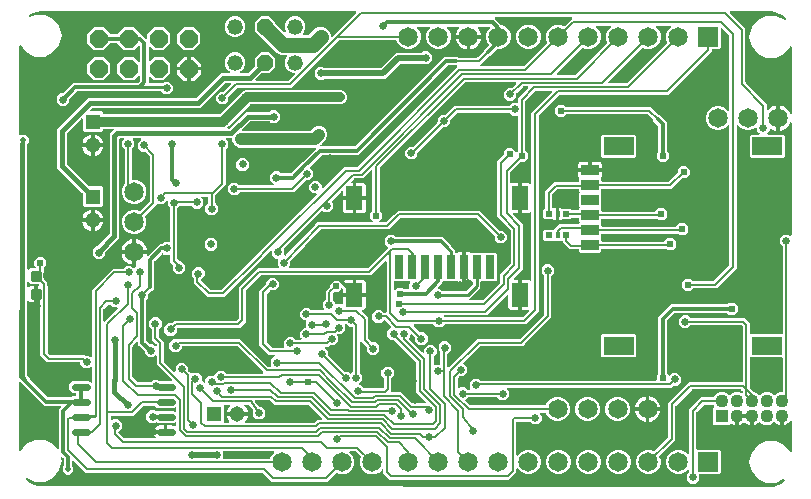
<source format=gbr>
G04 EAGLE Gerber X2 export*
%TF.Part,Single*%
%TF.FileFunction,Copper,L2,Bot,Mixed*%
%TF.FilePolarity,Positive*%
%TF.GenerationSoftware,Autodesk,EAGLE,8.6.3*%
%TF.CreationDate,2023-08-17T09:40:23Z*%
G75*
%MOMM*%
%FSLAX34Y34*%
%LPD*%
%AMOC8*
5,1,8,0,0,1.08239X$1,22.5*%
G01*
%ADD10R,1.651000X1.651000*%
%ADD11C,1.651000*%
%ADD12R,0.500000X0.500000*%
%ADD13R,0.400000X0.500000*%
%ADD14R,2.610000X1.560000*%
%ADD15R,1.500000X0.900000*%
%ADD16R,1.308000X1.308000*%
%ADD17C,1.308000*%
%ADD18R,0.800000X2.008000*%
%ADD19R,1.450000X2.000000*%
%ADD20P,1.429621X8X292.500000*%
%ADD21C,1.320800*%
%ADD22C,0.222250*%
%ADD23P,1.649562X8X22.500000*%
%ADD24C,0.600000*%
%ADD25R,1.108000X1.108000*%
%ADD26C,1.108000*%
%ADD27C,0.654800*%
%ADD28C,0.711200*%
%ADD29C,0.609600*%
%ADD30C,0.203200*%
%ADD31C,0.504800*%
%ADD32C,0.304800*%
%ADD33C,0.254000*%
%ADD34C,0.406400*%
%ADD35C,1.270000*%
%ADD36C,0.812800*%
%ADD37C,0.279400*%
%ADD38C,1.016000*%
%ADD39C,0.508000*%

G36*
X530061Y-1264D02*
X530061Y-1264D01*
X530161Y-1258D01*
X532948Y-775D01*
X532954Y-773D01*
X532960Y-773D01*
X533120Y-724D01*
X538455Y1577D01*
X538485Y1596D01*
X538519Y1608D01*
X538656Y1705D01*
X541261Y3996D01*
X541274Y4011D01*
X541290Y4023D01*
X541352Y4106D01*
X541417Y4186D01*
X541425Y4205D01*
X541436Y4221D01*
X541468Y4319D01*
X541505Y4416D01*
X541506Y4436D01*
X541512Y4455D01*
X541510Y4558D01*
X541514Y4662D01*
X541508Y4681D01*
X541508Y4701D01*
X541474Y4798D01*
X541445Y4898D01*
X541433Y4914D01*
X541427Y4933D01*
X541363Y5014D01*
X541304Y5099D01*
X541287Y5111D01*
X541275Y5127D01*
X541189Y5184D01*
X541106Y5245D01*
X541087Y5251D01*
X541070Y5262D01*
X540970Y5289D01*
X540871Y5320D01*
X540851Y5320D01*
X540832Y5325D01*
X540729Y5318D01*
X540625Y5317D01*
X540607Y5310D01*
X540587Y5309D01*
X540428Y5253D01*
X534065Y2189D01*
X525935Y2189D01*
X518609Y5717D01*
X513540Y12073D01*
X511731Y20000D01*
X513540Y27927D01*
X518609Y34283D01*
X525935Y37811D01*
X534065Y37811D01*
X541391Y34283D01*
X546103Y28374D01*
X546187Y28298D01*
X546270Y28220D01*
X546278Y28216D01*
X546285Y28209D01*
X546389Y28164D01*
X546493Y28116D01*
X546502Y28115D01*
X546511Y28111D01*
X546624Y28101D01*
X546737Y28089D01*
X546747Y28091D01*
X546756Y28090D01*
X546867Y28117D01*
X546978Y28141D01*
X546986Y28146D01*
X546995Y28148D01*
X547091Y28209D01*
X547189Y28267D01*
X547195Y28274D01*
X547203Y28279D01*
X547274Y28367D01*
X547349Y28454D01*
X547352Y28463D01*
X547358Y28470D01*
X547398Y28576D01*
X547441Y28682D01*
X547442Y28694D01*
X547445Y28700D01*
X547445Y28724D01*
X547459Y28849D01*
X547459Y54172D01*
X547456Y54194D01*
X547458Y54217D01*
X547436Y54315D01*
X547420Y54414D01*
X547409Y54435D01*
X547404Y54457D01*
X547351Y54543D01*
X547304Y54632D01*
X547288Y54648D01*
X547276Y54667D01*
X547199Y54732D01*
X547126Y54801D01*
X547105Y54811D01*
X547088Y54826D01*
X546994Y54862D01*
X546903Y54905D01*
X546880Y54907D01*
X546859Y54916D01*
X546758Y54921D01*
X546659Y54932D01*
X546636Y54927D01*
X546613Y54928D01*
X546516Y54901D01*
X546418Y54880D01*
X546398Y54868D01*
X546376Y54861D01*
X546293Y54805D01*
X546207Y54753D01*
X546192Y54736D01*
X546173Y54723D01*
X546065Y54594D01*
X545519Y53777D01*
X544393Y52651D01*
X543070Y51767D01*
X541599Y51158D01*
X540741Y50987D01*
X540741Y58190D01*
X540738Y58209D01*
X540740Y58229D01*
X540718Y58331D01*
X540702Y58433D01*
X540692Y58450D01*
X540688Y58470D01*
X540635Y58559D01*
X540586Y58650D01*
X540572Y58664D01*
X540562Y58681D01*
X540483Y58748D01*
X540408Y58819D01*
X540390Y58828D01*
X540375Y58841D01*
X540279Y58879D01*
X540185Y58923D01*
X540165Y58925D01*
X540147Y58933D01*
X539980Y58951D01*
X538504Y58951D01*
X538484Y58948D01*
X538464Y58950D01*
X538363Y58928D01*
X538261Y58911D01*
X538244Y58902D01*
X538224Y58898D01*
X538135Y58845D01*
X538044Y58796D01*
X538030Y58782D01*
X538013Y58772D01*
X537946Y58693D01*
X537874Y58618D01*
X537866Y58600D01*
X537853Y58585D01*
X537814Y58488D01*
X537771Y58395D01*
X537769Y58375D01*
X537761Y58357D01*
X537743Y58190D01*
X537743Y50987D01*
X536885Y51158D01*
X535414Y51767D01*
X534091Y52651D01*
X533071Y53671D01*
X533055Y53683D01*
X533042Y53698D01*
X532955Y53754D01*
X532871Y53815D01*
X532852Y53820D01*
X532836Y53831D01*
X532735Y53857D01*
X532636Y53887D01*
X532616Y53886D01*
X532597Y53891D01*
X532494Y53883D01*
X532390Y53881D01*
X532372Y53874D01*
X532352Y53872D01*
X532257Y53832D01*
X532159Y53796D01*
X532144Y53784D01*
X532125Y53776D01*
X531994Y53671D01*
X530832Y52508D01*
X528048Y51355D01*
X525036Y51355D01*
X522252Y52508D01*
X521089Y53671D01*
X521073Y53683D01*
X521061Y53698D01*
X520974Y53754D01*
X520890Y53815D01*
X520871Y53820D01*
X520854Y53831D01*
X520754Y53857D01*
X520655Y53887D01*
X520635Y53886D01*
X520615Y53891D01*
X520512Y53883D01*
X520409Y53881D01*
X520390Y53874D01*
X520370Y53872D01*
X520275Y53832D01*
X520178Y53796D01*
X520162Y53784D01*
X520144Y53776D01*
X520013Y53671D01*
X518993Y52651D01*
X517670Y51767D01*
X516199Y51158D01*
X515341Y50987D01*
X515341Y58190D01*
X515338Y58209D01*
X515340Y58229D01*
X515318Y58331D01*
X515302Y58433D01*
X515292Y58450D01*
X515288Y58470D01*
X515235Y58559D01*
X515186Y58650D01*
X515172Y58664D01*
X515162Y58681D01*
X515083Y58748D01*
X515008Y58819D01*
X514990Y58828D01*
X514975Y58841D01*
X514879Y58879D01*
X514785Y58923D01*
X514765Y58925D01*
X514747Y58933D01*
X514580Y58951D01*
X513865Y58951D01*
X513865Y59666D01*
X513862Y59686D01*
X513864Y59705D01*
X513842Y59807D01*
X513825Y59909D01*
X513816Y59926D01*
X513812Y59946D01*
X513759Y60035D01*
X513710Y60126D01*
X513696Y60140D01*
X513686Y60157D01*
X513607Y60224D01*
X513532Y60296D01*
X513514Y60304D01*
X513499Y60317D01*
X513402Y60356D01*
X513309Y60399D01*
X513289Y60401D01*
X513271Y60409D01*
X513104Y60427D01*
X501880Y60427D01*
X501861Y60424D01*
X501841Y60426D01*
X501739Y60404D01*
X501637Y60388D01*
X501620Y60378D01*
X501600Y60374D01*
X501511Y60321D01*
X501420Y60272D01*
X501406Y60258D01*
X501389Y60248D01*
X501322Y60169D01*
X501251Y60094D01*
X501242Y60076D01*
X501229Y60061D01*
X501191Y59965D01*
X501147Y59871D01*
X501145Y59851D01*
X501137Y59833D01*
X501119Y59666D01*
X501119Y58951D01*
X500404Y58951D01*
X500384Y58948D01*
X500364Y58950D01*
X500263Y58928D01*
X500161Y58911D01*
X500144Y58902D01*
X500124Y58898D01*
X500035Y58845D01*
X499944Y58796D01*
X499930Y58782D01*
X499913Y58772D01*
X499846Y58693D01*
X499774Y58618D01*
X499766Y58600D01*
X499753Y58585D01*
X499714Y58488D01*
X499671Y58395D01*
X499669Y58375D01*
X499661Y58357D01*
X499643Y58190D01*
X499643Y50987D01*
X498785Y51158D01*
X497314Y51767D01*
X496588Y52252D01*
X496525Y52281D01*
X496468Y52318D01*
X496414Y52331D01*
X496364Y52354D01*
X496295Y52361D01*
X496229Y52378D01*
X496174Y52374D01*
X496119Y52379D01*
X496052Y52364D01*
X495984Y52359D01*
X495933Y52337D01*
X495879Y52325D01*
X495821Y52289D01*
X495757Y52263D01*
X495697Y52214D01*
X495669Y52197D01*
X495655Y52181D01*
X495627Y52158D01*
X494824Y51355D01*
X482060Y51355D01*
X480869Y52546D01*
X480869Y65310D01*
X481922Y66362D01*
X481934Y66379D01*
X481950Y66392D01*
X482005Y66479D01*
X482065Y66562D01*
X482071Y66582D01*
X482083Y66600D01*
X482107Y66699D01*
X482138Y66797D01*
X482137Y66818D01*
X482142Y66838D01*
X482134Y66941D01*
X482131Y67043D01*
X482124Y67063D01*
X482122Y67083D01*
X482095Y67147D01*
X482080Y67198D01*
X481703Y68109D01*
X481641Y68209D01*
X481581Y68309D01*
X481577Y68313D01*
X481573Y68318D01*
X481483Y68393D01*
X481394Y68469D01*
X481389Y68471D01*
X481384Y68475D01*
X481275Y68517D01*
X481166Y68561D01*
X481159Y68562D01*
X481154Y68563D01*
X481136Y68564D01*
X481000Y68579D01*
X473510Y68579D01*
X473420Y68565D01*
X473329Y68557D01*
X473299Y68545D01*
X473267Y68540D01*
X473187Y68497D01*
X473103Y68461D01*
X473071Y68435D01*
X473050Y68424D01*
X473028Y68401D01*
X472972Y68356D01*
X467076Y62460D01*
X467023Y62386D01*
X466994Y62353D01*
X466984Y62343D01*
X466983Y62340D01*
X466963Y62317D01*
X466951Y62287D01*
X466932Y62260D01*
X466905Y62173D01*
X466903Y62167D01*
X466881Y62120D01*
X466880Y62110D01*
X466871Y62089D01*
X466867Y62048D01*
X466860Y62025D01*
X466861Y61993D01*
X466853Y61922D01*
X466853Y31049D01*
X466856Y31029D01*
X466854Y31010D01*
X466876Y30908D01*
X466892Y30806D01*
X466902Y30789D01*
X466906Y30769D01*
X466959Y30680D01*
X467008Y30589D01*
X467022Y30575D01*
X467032Y30558D01*
X467111Y30491D01*
X467186Y30419D01*
X467204Y30411D01*
X467219Y30398D01*
X467315Y30359D01*
X467409Y30316D01*
X467429Y30314D01*
X467447Y30306D01*
X467614Y30288D01*
X486097Y30288D01*
X487288Y29097D01*
X487288Y10903D01*
X486097Y9712D01*
X469872Y9712D01*
X469852Y9709D01*
X469833Y9711D01*
X469731Y9689D01*
X469629Y9673D01*
X469612Y9663D01*
X469592Y9659D01*
X469503Y9606D01*
X469412Y9557D01*
X469398Y9543D01*
X469381Y9533D01*
X469314Y9454D01*
X469242Y9379D01*
X469234Y9361D01*
X469221Y9346D01*
X469182Y9250D01*
X469139Y9156D01*
X469137Y9136D01*
X469129Y9118D01*
X469111Y8951D01*
X469111Y4791D01*
X466002Y1682D01*
X461606Y1682D01*
X458497Y4791D01*
X458497Y9187D01*
X460532Y11222D01*
X460585Y11296D01*
X460645Y11365D01*
X460657Y11395D01*
X460676Y11422D01*
X460703Y11509D01*
X460737Y11593D01*
X460741Y11634D01*
X460748Y11657D01*
X460747Y11689D01*
X460755Y11760D01*
X460755Y12768D01*
X460744Y12839D01*
X460742Y12911D01*
X460724Y12960D01*
X460716Y13011D01*
X460682Y13074D01*
X460657Y13142D01*
X460625Y13182D01*
X460600Y13229D01*
X460548Y13278D01*
X460504Y13334D01*
X460460Y13362D01*
X460422Y13398D01*
X460357Y13428D01*
X460297Y13467D01*
X460246Y13480D01*
X460199Y13502D01*
X460128Y13509D01*
X460058Y13527D01*
X460006Y13523D01*
X459955Y13529D01*
X459884Y13513D01*
X459813Y13508D01*
X459765Y13487D01*
X459714Y13476D01*
X459653Y13440D01*
X459587Y13411D01*
X459531Y13367D01*
X459503Y13350D01*
X459488Y13332D01*
X459456Y13307D01*
X457428Y11278D01*
X453646Y9712D01*
X449554Y9712D01*
X445772Y11278D01*
X442878Y14172D01*
X441312Y17954D01*
X441312Y22046D01*
X442878Y25828D01*
X445772Y28722D01*
X449554Y30288D01*
X453646Y30288D01*
X457428Y28722D01*
X459456Y26693D01*
X459514Y26651D01*
X459566Y26602D01*
X459613Y26580D01*
X459655Y26550D01*
X459724Y26529D01*
X459789Y26498D01*
X459841Y26493D01*
X459891Y26477D01*
X459962Y26479D01*
X460033Y26471D01*
X460084Y26482D01*
X460136Y26484D01*
X460204Y26508D01*
X460274Y26524D01*
X460319Y26550D01*
X460367Y26568D01*
X460423Y26613D01*
X460485Y26650D01*
X460519Y26689D01*
X460559Y26722D01*
X460598Y26782D01*
X460645Y26837D01*
X460664Y26885D01*
X460692Y26929D01*
X460710Y26998D01*
X460737Y27065D01*
X460745Y27136D01*
X460753Y27167D01*
X460751Y27191D01*
X460755Y27232D01*
X460755Y64763D01*
X470669Y74677D01*
X481000Y74677D01*
X481114Y74696D01*
X481230Y74713D01*
X481236Y74715D01*
X481242Y74716D01*
X481345Y74771D01*
X481450Y74824D01*
X481454Y74829D01*
X481460Y74832D01*
X481539Y74916D01*
X481622Y75000D01*
X481626Y75006D01*
X481629Y75010D01*
X481637Y75027D01*
X481703Y75147D01*
X482022Y75918D01*
X484152Y78048D01*
X486936Y79201D01*
X489948Y79201D01*
X492732Y78048D01*
X494254Y76526D01*
X494270Y76514D01*
X494282Y76499D01*
X494370Y76442D01*
X494453Y76382D01*
X494472Y76376D01*
X494489Y76366D01*
X494590Y76340D01*
X494689Y76310D01*
X494708Y76310D01*
X494728Y76305D01*
X494831Y76314D01*
X494934Y76316D01*
X494953Y76323D01*
X494973Y76325D01*
X495068Y76365D01*
X495165Y76401D01*
X495181Y76413D01*
X495199Y76421D01*
X495330Y76526D01*
X496852Y78048D01*
X499636Y79201D01*
X502648Y79201D01*
X504915Y78262D01*
X504959Y78251D01*
X505001Y78232D01*
X505078Y78224D01*
X505154Y78206D01*
X505200Y78210D01*
X505245Y78205D01*
X505322Y78222D01*
X505399Y78229D01*
X505441Y78248D01*
X505486Y78257D01*
X505553Y78297D01*
X505624Y78329D01*
X505658Y78360D01*
X505697Y78383D01*
X505748Y78443D01*
X505805Y78495D01*
X505827Y78535D01*
X505857Y78570D01*
X505886Y78643D01*
X505923Y78711D01*
X505932Y78756D01*
X505949Y78799D01*
X505964Y78934D01*
X505967Y78953D01*
X505966Y78958D01*
X505967Y78965D01*
X505967Y79956D01*
X505953Y80046D01*
X505945Y80137D01*
X505933Y80167D01*
X505928Y80199D01*
X505885Y80279D01*
X505849Y80363D01*
X505823Y80395D01*
X505812Y80416D01*
X505789Y80438D01*
X505744Y80494D01*
X504928Y81310D01*
X504854Y81363D01*
X504785Y81423D01*
X504755Y81435D01*
X504728Y81454D01*
X504641Y81481D01*
X504557Y81515D01*
X504516Y81519D01*
X504493Y81526D01*
X504461Y81525D01*
X504390Y81533D01*
X463350Y81533D01*
X463260Y81519D01*
X463169Y81511D01*
X463139Y81499D01*
X463107Y81494D01*
X463027Y81451D01*
X462943Y81415D01*
X462911Y81389D01*
X462890Y81378D01*
X462868Y81355D01*
X462812Y81310D01*
X449296Y67794D01*
X449243Y67720D01*
X449183Y67651D01*
X449171Y67621D01*
X449152Y67594D01*
X449125Y67507D01*
X449107Y67461D01*
X449101Y67448D01*
X449101Y67446D01*
X449091Y67423D01*
X449087Y67382D01*
X449080Y67359D01*
X449081Y67327D01*
X449073Y67256D01*
X449073Y38561D01*
X435696Y25185D01*
X435629Y25091D01*
X435558Y24996D01*
X435556Y24990D01*
X435553Y24985D01*
X435519Y24874D01*
X435482Y24762D01*
X435482Y24756D01*
X435480Y24750D01*
X435484Y24633D01*
X435485Y24516D01*
X435487Y24509D01*
X435487Y24504D01*
X435493Y24487D01*
X435531Y24355D01*
X436488Y22046D01*
X436488Y17954D01*
X434922Y14172D01*
X432028Y11278D01*
X428246Y9712D01*
X424154Y9712D01*
X420372Y11278D01*
X417478Y14172D01*
X415912Y17954D01*
X415912Y22046D01*
X417478Y25828D01*
X420372Y28722D01*
X424154Y30288D01*
X428246Y30288D01*
X430555Y29331D01*
X430669Y29305D01*
X430782Y29276D01*
X430789Y29277D01*
X430795Y29275D01*
X430911Y29286D01*
X431028Y29295D01*
X431033Y29298D01*
X431040Y29298D01*
X431147Y29346D01*
X431254Y29392D01*
X431260Y29396D01*
X431264Y29398D01*
X431278Y29411D01*
X431385Y29496D01*
X442752Y40864D01*
X442800Y40931D01*
X442802Y40933D01*
X442803Y40935D01*
X442805Y40938D01*
X442865Y41007D01*
X442877Y41037D01*
X442896Y41064D01*
X442923Y41151D01*
X442957Y41235D01*
X442961Y41276D01*
X442968Y41299D01*
X442967Y41331D01*
X442975Y41402D01*
X442975Y70097D01*
X460509Y87631D01*
X505206Y87631D01*
X505226Y87634D01*
X505245Y87632D01*
X505347Y87654D01*
X505449Y87670D01*
X505466Y87680D01*
X505486Y87684D01*
X505575Y87737D01*
X505666Y87786D01*
X505680Y87800D01*
X505697Y87810D01*
X505764Y87889D01*
X505836Y87964D01*
X505844Y87982D01*
X505857Y87997D01*
X505896Y88093D01*
X505939Y88187D01*
X505941Y88207D01*
X505949Y88225D01*
X505967Y88392D01*
X505967Y134566D01*
X505953Y134656D01*
X505945Y134747D01*
X505933Y134777D01*
X505928Y134809D01*
X505885Y134889D01*
X505849Y134973D01*
X505823Y135005D01*
X505812Y135026D01*
X505789Y135048D01*
X505744Y135104D01*
X505182Y135666D01*
X505108Y135719D01*
X505039Y135779D01*
X505009Y135791D01*
X504982Y135810D01*
X504895Y135837D01*
X504811Y135871D01*
X504770Y135875D01*
X504747Y135882D01*
X504715Y135881D01*
X504644Y135889D01*
X462225Y135889D01*
X462135Y135875D01*
X462044Y135867D01*
X462015Y135855D01*
X461983Y135850D01*
X461902Y135807D01*
X461818Y135771D01*
X461786Y135745D01*
X461765Y135734D01*
X461743Y135711D01*
X461687Y135666D01*
X459652Y133631D01*
X455256Y133631D01*
X452147Y136740D01*
X452147Y141136D01*
X455256Y144245D01*
X459652Y144245D01*
X461687Y142210D01*
X461761Y142157D01*
X461831Y142097D01*
X461861Y142085D01*
X461887Y142066D01*
X461974Y142039D01*
X462059Y142005D01*
X462100Y142001D01*
X462122Y141994D01*
X462154Y141995D01*
X462225Y141987D01*
X507485Y141987D01*
X512065Y137407D01*
X512065Y128994D01*
X512068Y128974D01*
X512066Y128955D01*
X512088Y128853D01*
X512104Y128751D01*
X512114Y128734D01*
X512118Y128714D01*
X512171Y128625D01*
X512220Y128534D01*
X512234Y128520D01*
X512244Y128503D01*
X512323Y128436D01*
X512398Y128364D01*
X512416Y128356D01*
X512431Y128343D01*
X512527Y128304D01*
X512621Y128261D01*
X512641Y128259D01*
X512659Y128251D01*
X512826Y128233D01*
X539242Y128233D01*
X539262Y128236D01*
X539281Y128234D01*
X539383Y128256D01*
X539485Y128272D01*
X539502Y128282D01*
X539522Y128286D01*
X539611Y128339D01*
X539702Y128388D01*
X539716Y128402D01*
X539733Y128412D01*
X539800Y128491D01*
X539872Y128566D01*
X539880Y128584D01*
X539893Y128599D01*
X539932Y128695D01*
X539975Y128789D01*
X539977Y128809D01*
X539985Y128827D01*
X540003Y128994D01*
X540003Y202493D01*
X539989Y202583D01*
X539981Y202674D01*
X539969Y202703D01*
X539964Y202735D01*
X539921Y202816D01*
X539885Y202900D01*
X539859Y202932D01*
X539848Y202953D01*
X539825Y202975D01*
X539780Y203031D01*
X537745Y205066D01*
X537745Y209462D01*
X540854Y212571D01*
X545250Y212571D01*
X546160Y211661D01*
X546218Y211619D01*
X546270Y211570D01*
X546317Y211548D01*
X546359Y211518D01*
X546428Y211496D01*
X546493Y211466D01*
X546545Y211461D01*
X546595Y211445D01*
X546666Y211447D01*
X546737Y211439D01*
X546788Y211450D01*
X546840Y211452D01*
X546908Y211476D01*
X546978Y211491D01*
X547023Y211518D01*
X547071Y211536D01*
X547127Y211581D01*
X547189Y211618D01*
X547223Y211657D01*
X547263Y211690D01*
X547302Y211750D01*
X547349Y211805D01*
X547368Y211853D01*
X547396Y211897D01*
X547414Y211966D01*
X547441Y212033D01*
X547449Y212104D01*
X547457Y212135D01*
X547455Y212158D01*
X547459Y212199D01*
X547459Y306861D01*
X547459Y306865D01*
X547459Y306869D01*
X547439Y306987D01*
X547420Y307103D01*
X547418Y307107D01*
X547417Y307111D01*
X547360Y307216D01*
X547304Y307321D01*
X547302Y307324D01*
X547300Y307327D01*
X547212Y307408D01*
X547126Y307490D01*
X547122Y307492D01*
X547119Y307495D01*
X547011Y307544D01*
X546903Y307594D01*
X546899Y307594D01*
X546895Y307596D01*
X546776Y307608D01*
X546659Y307621D01*
X546655Y307620D01*
X546651Y307620D01*
X546534Y307594D01*
X546418Y307569D01*
X546415Y307567D01*
X546411Y307566D01*
X546309Y307503D01*
X546207Y307442D01*
X546204Y307439D01*
X546201Y307437D01*
X546125Y307346D01*
X546047Y307256D01*
X546046Y307252D01*
X546043Y307249D01*
X545974Y307096D01*
X545945Y307006D01*
X545173Y305492D01*
X544174Y304117D01*
X542973Y302916D01*
X541598Y301917D01*
X540084Y301145D01*
X538468Y300620D01*
X537463Y300461D01*
X537463Y310388D01*
X537460Y310408D01*
X537462Y310427D01*
X537440Y310529D01*
X537423Y310631D01*
X537414Y310648D01*
X537410Y310668D01*
X537357Y310757D01*
X537308Y310848D01*
X537294Y310862D01*
X537284Y310879D01*
X537205Y310946D01*
X537130Y311017D01*
X537112Y311026D01*
X537097Y311039D01*
X537001Y311077D01*
X536907Y311121D01*
X536887Y311123D01*
X536869Y311131D01*
X536702Y311149D01*
X535178Y311149D01*
X535158Y311146D01*
X535139Y311148D01*
X535037Y311126D01*
X534935Y311109D01*
X534918Y311100D01*
X534898Y311096D01*
X534809Y311043D01*
X534718Y310994D01*
X534704Y310980D01*
X534687Y310970D01*
X534620Y310891D01*
X534549Y310816D01*
X534540Y310798D01*
X534527Y310783D01*
X534488Y310687D01*
X534445Y310593D01*
X534443Y310573D01*
X534435Y310555D01*
X534417Y310388D01*
X534417Y300461D01*
X533412Y300620D01*
X531796Y301145D01*
X530282Y301917D01*
X530009Y302115D01*
X529999Y302120D01*
X529990Y302128D01*
X529889Y302175D01*
X529790Y302225D01*
X529778Y302227D01*
X529767Y302232D01*
X529657Y302244D01*
X529546Y302260D01*
X529534Y302258D01*
X529523Y302259D01*
X529414Y302235D01*
X529304Y302215D01*
X529294Y302209D01*
X529282Y302207D01*
X529187Y302150D01*
X529089Y302095D01*
X529081Y302087D01*
X529071Y302080D01*
X528999Y301996D01*
X528924Y301914D01*
X528919Y301903D01*
X528911Y301894D01*
X528869Y301790D01*
X528825Y301688D01*
X528824Y301677D01*
X528819Y301665D01*
X528801Y301499D01*
X528801Y300570D01*
X526763Y298532D01*
X526721Y298474D01*
X526672Y298422D01*
X526650Y298375D01*
X526620Y298333D01*
X526598Y298264D01*
X526568Y298199D01*
X526563Y298147D01*
X526547Y298097D01*
X526549Y298026D01*
X526541Y297955D01*
X526552Y297904D01*
X526554Y297852D01*
X526578Y297784D01*
X526593Y297714D01*
X526620Y297669D01*
X526638Y297621D01*
X526683Y297565D01*
X526720Y297503D01*
X526759Y297469D01*
X526792Y297429D01*
X526852Y297390D01*
X526907Y297343D01*
X526955Y297324D01*
X526999Y297296D01*
X527068Y297278D01*
X527135Y297251D01*
X527206Y297243D01*
X527237Y297235D01*
X527260Y297237D01*
X527301Y297233D01*
X540792Y297233D01*
X541983Y296042D01*
X541983Y278758D01*
X540792Y277567D01*
X513008Y277567D01*
X511817Y278758D01*
X511817Y296042D01*
X513008Y297233D01*
X519687Y297233D01*
X519757Y297244D01*
X519829Y297246D01*
X519878Y297264D01*
X519929Y297272D01*
X519993Y297306D01*
X520060Y297331D01*
X520101Y297363D01*
X520147Y297388D01*
X520196Y297440D01*
X520252Y297484D01*
X520280Y297528D01*
X520316Y297566D01*
X520346Y297631D01*
X520385Y297691D01*
X520398Y297742D01*
X520420Y297789D01*
X520428Y297860D01*
X520445Y297930D01*
X520441Y297982D01*
X520447Y298033D01*
X520432Y298104D01*
X520426Y298175D01*
X520406Y298223D01*
X520395Y298274D01*
X520358Y298335D01*
X520330Y298401D01*
X520285Y298457D01*
X520268Y298485D01*
X520251Y298500D01*
X520225Y298532D01*
X518187Y300570D01*
X518187Y302410D01*
X518176Y302481D01*
X518174Y302553D01*
X518156Y302602D01*
X518148Y302653D01*
X518114Y302716D01*
X518089Y302784D01*
X518057Y302825D01*
X518032Y302871D01*
X517981Y302920D01*
X517936Y302976D01*
X517892Y303004D01*
X517854Y303040D01*
X517789Y303070D01*
X517729Y303109D01*
X517678Y303122D01*
X517631Y303144D01*
X517560Y303151D01*
X517490Y303169D01*
X517438Y303165D01*
X517387Y303171D01*
X517316Y303155D01*
X517245Y303150D01*
X517197Y303129D01*
X517146Y303118D01*
X517085Y303082D01*
X517019Y303053D01*
X516963Y303009D01*
X516935Y302992D01*
X516920Y302974D01*
X516888Y302949D01*
X516368Y302428D01*
X512586Y300862D01*
X508494Y300862D01*
X504712Y302428D01*
X502188Y304953D01*
X502130Y304995D01*
X502078Y305044D01*
X502031Y305066D01*
X501989Y305096D01*
X501920Y305117D01*
X501855Y305148D01*
X501803Y305153D01*
X501753Y305169D01*
X501682Y305167D01*
X501611Y305175D01*
X501560Y305164D01*
X501508Y305162D01*
X501440Y305138D01*
X501370Y305122D01*
X501325Y305096D01*
X501277Y305078D01*
X501221Y305033D01*
X501159Y304996D01*
X501125Y304957D01*
X501085Y304924D01*
X501046Y304864D01*
X500999Y304809D01*
X500980Y304761D01*
X500952Y304717D01*
X500934Y304648D01*
X500907Y304581D01*
X500899Y304510D01*
X500891Y304479D01*
X500893Y304455D01*
X500889Y304414D01*
X500889Y184157D01*
X483863Y167131D01*
X464192Y167131D01*
X464102Y167117D01*
X464011Y167109D01*
X463981Y167097D01*
X463949Y167092D01*
X463868Y167049D01*
X463785Y167013D01*
X463752Y166987D01*
X463732Y166976D01*
X463710Y166953D01*
X463654Y166908D01*
X461845Y165099D01*
X457635Y165099D01*
X454659Y168075D01*
X454659Y172285D01*
X457635Y175261D01*
X461845Y175261D01*
X463654Y173452D01*
X463727Y173399D01*
X463797Y173339D01*
X463827Y173327D01*
X463853Y173308D01*
X463940Y173281D01*
X464025Y173247D01*
X464066Y173243D01*
X464088Y173236D01*
X464121Y173237D01*
X464192Y173229D01*
X481022Y173229D01*
X481112Y173243D01*
X481203Y173251D01*
X481233Y173263D01*
X481265Y173268D01*
X481345Y173311D01*
X481429Y173347D01*
X481461Y173373D01*
X481482Y173384D01*
X481504Y173407D01*
X481560Y173452D01*
X494568Y186460D01*
X494621Y186534D01*
X494681Y186603D01*
X494693Y186633D01*
X494712Y186660D01*
X494739Y186747D01*
X494773Y186831D01*
X494777Y186872D01*
X494784Y186895D01*
X494783Y186927D01*
X494791Y186998D01*
X494791Y304414D01*
X494780Y304485D01*
X494778Y304557D01*
X494760Y304606D01*
X494752Y304657D01*
X494718Y304720D01*
X494693Y304788D01*
X494661Y304828D01*
X494636Y304875D01*
X494584Y304924D01*
X494540Y304980D01*
X494496Y305008D01*
X494458Y305044D01*
X494393Y305074D01*
X494333Y305113D01*
X494282Y305126D01*
X494235Y305148D01*
X494164Y305155D01*
X494094Y305173D01*
X494042Y305169D01*
X493991Y305175D01*
X493920Y305159D01*
X493849Y305154D01*
X493801Y305133D01*
X493750Y305122D01*
X493689Y305086D01*
X493623Y305057D01*
X493567Y305013D01*
X493539Y304996D01*
X493524Y304978D01*
X493492Y304953D01*
X490968Y302428D01*
X487186Y300862D01*
X483094Y300862D01*
X479312Y302428D01*
X476418Y305322D01*
X474852Y309104D01*
X474852Y313196D01*
X476418Y316978D01*
X479312Y319872D01*
X483094Y321438D01*
X487186Y321438D01*
X490968Y319872D01*
X493492Y317347D01*
X493550Y317305D01*
X493602Y317256D01*
X493649Y317234D01*
X493691Y317204D01*
X493760Y317183D01*
X493825Y317152D01*
X493877Y317147D01*
X493927Y317131D01*
X493998Y317133D01*
X494069Y317125D01*
X494120Y317136D01*
X494172Y317138D01*
X494240Y317162D01*
X494310Y317178D01*
X494355Y317204D01*
X494403Y317222D01*
X494459Y317267D01*
X494521Y317304D01*
X494555Y317343D01*
X494595Y317376D01*
X494634Y317436D01*
X494681Y317491D01*
X494700Y317539D01*
X494728Y317583D01*
X494746Y317652D01*
X494773Y317719D01*
X494781Y317790D01*
X494789Y317821D01*
X494787Y317845D01*
X494791Y317886D01*
X494791Y380692D01*
X494777Y380782D01*
X494769Y380873D01*
X494757Y380903D01*
X494752Y380935D01*
X494709Y381015D01*
X494673Y381099D01*
X494647Y381131D01*
X494636Y381152D01*
X494613Y381174D01*
X494568Y381230D01*
X488587Y387211D01*
X488529Y387253D01*
X488477Y387302D01*
X488430Y387324D01*
X488388Y387355D01*
X488319Y387376D01*
X488254Y387406D01*
X488202Y387412D01*
X488152Y387427D01*
X488081Y387425D01*
X488010Y387433D01*
X487959Y387422D01*
X487907Y387421D01*
X487839Y387396D01*
X487769Y387381D01*
X487724Y387354D01*
X487676Y387336D01*
X487620Y387291D01*
X487558Y387255D01*
X487524Y387215D01*
X487484Y387183D01*
X487445Y387122D01*
X487398Y387068D01*
X487379Y387019D01*
X487351Y386976D01*
X487333Y386906D01*
X487306Y386840D01*
X487298Y386768D01*
X487290Y386737D01*
X487292Y386714D01*
X487288Y386673D01*
X487288Y370903D01*
X486097Y369712D01*
X480810Y369712D01*
X480790Y369709D01*
X480771Y369711D01*
X480669Y369689D01*
X480567Y369673D01*
X480550Y369663D01*
X480530Y369659D01*
X480441Y369606D01*
X480350Y369557D01*
X480336Y369543D01*
X480319Y369533D01*
X480252Y369454D01*
X480180Y369379D01*
X480172Y369361D01*
X480159Y369346D01*
X480120Y369250D01*
X480077Y369156D01*
X480075Y369136D01*
X480067Y369118D01*
X480049Y368951D01*
X480049Y367787D01*
X444978Y332716D01*
X442969Y330707D01*
X351082Y330707D01*
X350992Y330693D01*
X350901Y330685D01*
X350871Y330673D01*
X350839Y330668D01*
X350759Y330625D01*
X350675Y330589D01*
X350643Y330563D01*
X350622Y330552D01*
X350600Y330529D01*
X350544Y330484D01*
X333472Y313412D01*
X333419Y313338D01*
X333359Y313269D01*
X333347Y313239D01*
X333328Y313212D01*
X333301Y313125D01*
X333267Y313041D01*
X333263Y313000D01*
X333256Y312977D01*
X333257Y312945D01*
X333249Y312874D01*
X333249Y147327D01*
X322351Y136429D01*
X253787Y136429D01*
X253697Y136414D01*
X253606Y136407D01*
X253576Y136395D01*
X253544Y136389D01*
X253463Y136347D01*
X253379Y136311D01*
X253347Y136285D01*
X253327Y136274D01*
X253304Y136251D01*
X253248Y136206D01*
X251118Y134076D01*
X246722Y134076D01*
X244592Y136206D01*
X244518Y136259D01*
X244448Y136319D01*
X244418Y136331D01*
X244392Y136350D01*
X244305Y136376D01*
X244220Y136411D01*
X244179Y136415D01*
X244157Y136422D01*
X244125Y136421D01*
X244053Y136429D01*
X228086Y136429D01*
X228016Y136417D01*
X227944Y136416D01*
X227895Y136398D01*
X227844Y136389D01*
X227780Y136356D01*
X227713Y136331D01*
X227672Y136299D01*
X227626Y136274D01*
X227577Y136222D01*
X227521Y136177D01*
X227493Y136134D01*
X227457Y136096D01*
X227427Y136031D01*
X227388Y135971D01*
X227375Y135920D01*
X227353Y135873D01*
X227345Y135802D01*
X227328Y135732D01*
X227332Y135680D01*
X227326Y135628D01*
X227341Y135558D01*
X227347Y135487D01*
X227367Y135439D01*
X227378Y135388D01*
X227415Y135326D01*
X227443Y135260D01*
X227488Y135205D01*
X227505Y135177D01*
X227522Y135162D01*
X227548Y135129D01*
X232716Y129962D01*
X232790Y129909D01*
X232859Y129849D01*
X232889Y129837D01*
X232916Y129818D01*
X233003Y129791D01*
X233087Y129757D01*
X233128Y129753D01*
X233151Y129746D01*
X233183Y129747D01*
X233254Y129739D01*
X236132Y129739D01*
X239241Y126630D01*
X239241Y122234D01*
X236132Y119125D01*
X231736Y119125D01*
X228627Y122234D01*
X228627Y125112D01*
X228625Y125126D01*
X228626Y125138D01*
X228613Y125198D01*
X228613Y125202D01*
X228605Y125293D01*
X228593Y125323D01*
X228588Y125355D01*
X228545Y125435D01*
X228509Y125519D01*
X228483Y125551D01*
X228472Y125572D01*
X228449Y125594D01*
X228404Y125650D01*
X226062Y127992D01*
X226004Y128034D01*
X225952Y128083D01*
X225905Y128105D01*
X225863Y128136D01*
X225794Y128157D01*
X225729Y128187D01*
X225677Y128193D01*
X225627Y128208D01*
X225556Y128206D01*
X225485Y128214D01*
X225434Y128203D01*
X225382Y128202D01*
X225314Y128177D01*
X225244Y128162D01*
X225200Y128135D01*
X225151Y128117D01*
X225095Y128072D01*
X225033Y128036D01*
X224999Y127996D01*
X224959Y127964D01*
X224920Y127903D01*
X224873Y127849D01*
X224854Y127800D01*
X224826Y127757D01*
X224808Y127687D01*
X224781Y127621D01*
X224773Y127549D01*
X224765Y127518D01*
X224767Y127495D01*
X224763Y127454D01*
X224763Y125818D01*
X223870Y124926D01*
X223859Y124909D01*
X223843Y124897D01*
X223787Y124810D01*
X223727Y124726D01*
X223721Y124707D01*
X223710Y124690D01*
X223685Y124590D01*
X223655Y124491D01*
X223655Y124471D01*
X223650Y124452D01*
X223658Y124349D01*
X223661Y124245D01*
X223668Y124226D01*
X223669Y124206D01*
X223710Y124112D01*
X223745Y124014D01*
X223758Y123998D01*
X223766Y123980D01*
X223870Y123849D01*
X231367Y116352D01*
X231386Y116309D01*
X231412Y116277D01*
X231423Y116256D01*
X231446Y116234D01*
X231491Y116178D01*
X234892Y112777D01*
X234950Y112735D01*
X235002Y112685D01*
X235050Y112663D01*
X235092Y112633D01*
X235160Y112612D01*
X235225Y112582D01*
X235277Y112576D01*
X235327Y112561D01*
X235399Y112562D01*
X235470Y112555D01*
X235521Y112566D01*
X235573Y112567D01*
X235640Y112592D01*
X235710Y112607D01*
X235755Y112634D01*
X235804Y112651D01*
X235860Y112696D01*
X235921Y112733D01*
X235955Y112773D01*
X235996Y112805D01*
X236035Y112865D01*
X236081Y112920D01*
X236101Y112968D01*
X236129Y113012D01*
X236146Y113082D01*
X236173Y113148D01*
X236181Y113219D01*
X236189Y113251D01*
X236187Y113274D01*
X236192Y113315D01*
X236192Y115792D01*
X239300Y118900D01*
X243696Y118900D01*
X246805Y115792D01*
X246805Y111396D01*
X244770Y109361D01*
X244717Y109287D01*
X244657Y109217D01*
X244645Y109187D01*
X244626Y109161D01*
X244600Y109074D01*
X244566Y108989D01*
X244561Y108948D01*
X244554Y108926D01*
X244555Y108894D01*
X244547Y108822D01*
X244547Y102897D01*
X244559Y102826D01*
X244561Y102754D01*
X244578Y102705D01*
X244587Y102654D01*
X244620Y102591D01*
X244645Y102523D01*
X244678Y102483D01*
X244702Y102437D01*
X244754Y102387D01*
X244799Y102331D01*
X244843Y102303D01*
X244880Y102268D01*
X244946Y102237D01*
X245006Y102198D01*
X245056Y102186D01*
X245103Y102164D01*
X245175Y102156D01*
X245245Y102139D01*
X245297Y102143D01*
X245348Y102137D01*
X245405Y102149D01*
X249174Y102149D01*
X249194Y102153D01*
X249213Y102151D01*
X249315Y102173D01*
X249417Y102189D01*
X249434Y102199D01*
X249454Y102203D01*
X249543Y102256D01*
X249634Y102304D01*
X249648Y102319D01*
X249665Y102329D01*
X249732Y102408D01*
X249804Y102483D01*
X249812Y102501D01*
X249825Y102516D01*
X249864Y102612D01*
X249907Y102706D01*
X249909Y102725D01*
X249917Y102744D01*
X249935Y102911D01*
X249935Y112865D01*
X249921Y112955D01*
X249913Y113046D01*
X249901Y113075D01*
X249896Y113107D01*
X249853Y113188D01*
X249817Y113272D01*
X249791Y113304D01*
X249780Y113325D01*
X249757Y113347D01*
X249712Y113403D01*
X248583Y114532D01*
X248583Y118928D01*
X251692Y122037D01*
X256088Y122037D01*
X259197Y118928D01*
X259197Y114532D01*
X256256Y111591D01*
X256203Y111517D01*
X256143Y111447D01*
X256131Y111417D01*
X256112Y111391D01*
X256085Y111304D01*
X256051Y111219D01*
X256047Y111178D01*
X256040Y111156D01*
X256041Y111124D01*
X256033Y111053D01*
X256033Y100986D01*
X256044Y100916D01*
X256046Y100844D01*
X256064Y100795D01*
X256072Y100744D01*
X256106Y100680D01*
X256131Y100613D01*
X256163Y100572D01*
X256188Y100526D01*
X256240Y100477D01*
X256284Y100421D01*
X256328Y100393D01*
X256366Y100357D01*
X256431Y100327D01*
X256491Y100288D01*
X256542Y100275D01*
X256589Y100253D01*
X256660Y100245D01*
X256730Y100228D01*
X256782Y100232D01*
X256833Y100226D01*
X256904Y100241D01*
X256975Y100247D01*
X257023Y100267D01*
X257074Y100278D01*
X257135Y100315D01*
X257201Y100343D01*
X257257Y100388D01*
X257285Y100405D01*
X257300Y100422D01*
X257332Y100448D01*
X279082Y122198D01*
X281091Y124207D01*
X316938Y124207D01*
X317028Y124221D01*
X317119Y124229D01*
X317149Y124241D01*
X317181Y124246D01*
X317261Y124289D01*
X317345Y124325D01*
X317377Y124351D01*
X317398Y124362D01*
X317420Y124385D01*
X317476Y124430D01*
X337822Y144776D01*
X337875Y144850D01*
X337935Y144919D01*
X337947Y144949D01*
X337966Y144976D01*
X337993Y145063D01*
X338027Y145147D01*
X338031Y145188D01*
X338038Y145211D01*
X338037Y145243D01*
X338045Y145314D01*
X338045Y177347D01*
X338031Y177437D01*
X338023Y177528D01*
X338011Y177557D01*
X338006Y177589D01*
X337963Y177670D01*
X337927Y177754D01*
X337901Y177786D01*
X337890Y177807D01*
X337867Y177829D01*
X337822Y177885D01*
X335787Y179920D01*
X335787Y184316D01*
X338896Y187425D01*
X343292Y187425D01*
X346401Y184316D01*
X346401Y179920D01*
X344366Y177885D01*
X344313Y177811D01*
X344253Y177741D01*
X344241Y177711D01*
X344222Y177685D01*
X344195Y177598D01*
X344161Y177513D01*
X344157Y177472D01*
X344150Y177450D01*
X344151Y177418D01*
X344143Y177347D01*
X344143Y142473D01*
X321788Y120118D01*
X319779Y118109D01*
X283932Y118109D01*
X283842Y118095D01*
X283751Y118087D01*
X283721Y118075D01*
X283689Y118070D01*
X283608Y118027D01*
X283525Y117991D01*
X283492Y117965D01*
X283472Y117954D01*
X283450Y117931D01*
X283394Y117886D01*
X269569Y104061D01*
X269557Y104045D01*
X269541Y104033D01*
X269485Y103945D01*
X269425Y103862D01*
X269419Y103843D01*
X269408Y103826D01*
X269383Y103725D01*
X269353Y103627D01*
X269353Y103607D01*
X269348Y103587D01*
X269356Y103484D01*
X269359Y103381D01*
X269366Y103362D01*
X269368Y103342D01*
X269408Y103247D01*
X269444Y103150D01*
X269456Y103134D01*
X269464Y103116D01*
X269569Y102985D01*
X272540Y100013D01*
X272540Y95617D01*
X269431Y92509D01*
X266554Y92509D01*
X266463Y92494D01*
X266373Y92487D01*
X266343Y92474D01*
X266311Y92469D01*
X266230Y92426D01*
X266146Y92390D01*
X266114Y92365D01*
X266093Y92354D01*
X266071Y92330D01*
X266015Y92286D01*
X264974Y91245D01*
X264921Y91171D01*
X264862Y91101D01*
X264850Y91071D01*
X264831Y91045D01*
X264804Y90958D01*
X264770Y90873D01*
X264765Y90832D01*
X264759Y90810D01*
X264759Y90778D01*
X264751Y90707D01*
X264751Y83086D01*
X264763Y83015D01*
X264765Y82944D01*
X264783Y82895D01*
X264791Y82843D01*
X264825Y82780D01*
X264849Y82713D01*
X264882Y82672D01*
X264906Y82626D01*
X264958Y82577D01*
X265003Y82521D01*
X265047Y82492D01*
X265085Y82457D01*
X265150Y82426D01*
X265210Y82388D01*
X265260Y82375D01*
X265308Y82353D01*
X265379Y82345D01*
X265448Y82328D01*
X265500Y82332D01*
X265552Y82326D01*
X265622Y82341D01*
X265694Y82347D01*
X265742Y82367D01*
X265793Y82378D01*
X265854Y82415D01*
X265920Y82443D01*
X265976Y82488D01*
X266004Y82504D01*
X266019Y82522D01*
X266051Y82548D01*
X266788Y83285D01*
X271184Y83285D01*
X273219Y81250D01*
X273293Y81197D01*
X273363Y81137D01*
X273393Y81125D01*
X273419Y81106D01*
X273506Y81079D01*
X273591Y81045D01*
X273632Y81041D01*
X273654Y81034D01*
X273686Y81035D01*
X273757Y81027D01*
X274629Y81027D01*
X274699Y81038D01*
X274771Y81040D01*
X274820Y81058D01*
X274871Y81066D01*
X274935Y81100D01*
X275002Y81125D01*
X275043Y81157D01*
X275089Y81182D01*
X275138Y81234D01*
X275194Y81278D01*
X275222Y81322D01*
X275258Y81360D01*
X275288Y81425D01*
X275327Y81485D01*
X275340Y81536D01*
X275362Y81583D01*
X275370Y81654D01*
X275387Y81724D01*
X275383Y81776D01*
X275389Y81827D01*
X275374Y81898D01*
X275368Y81969D01*
X275348Y82017D01*
X275337Y82068D01*
X275300Y82129D01*
X275272Y82195D01*
X275227Y82251D01*
X275210Y82279D01*
X275193Y82294D01*
X275167Y82326D01*
X274855Y82638D01*
X274855Y87034D01*
X277964Y90143D01*
X282360Y90143D01*
X283379Y89124D01*
X283453Y89071D01*
X283523Y89011D01*
X283553Y88999D01*
X283579Y88980D01*
X283666Y88953D01*
X283751Y88919D01*
X283792Y88915D01*
X283814Y88908D01*
X283846Y88909D01*
X283917Y88901D01*
X432308Y88901D01*
X432328Y88904D01*
X432347Y88902D01*
X432449Y88924D01*
X432551Y88940D01*
X432568Y88950D01*
X432588Y88954D01*
X432677Y89007D01*
X432768Y89056D01*
X432782Y89070D01*
X432799Y89080D01*
X432866Y89159D01*
X432938Y89234D01*
X432946Y89252D01*
X432959Y89267D01*
X432998Y89363D01*
X433041Y89457D01*
X433043Y89477D01*
X433051Y89495D01*
X433069Y89662D01*
X433069Y93545D01*
X434370Y94846D01*
X434423Y94919D01*
X434483Y94989D01*
X434495Y95019D01*
X434514Y95045D01*
X434541Y95132D01*
X434575Y95217D01*
X434579Y95258D01*
X434586Y95280D01*
X434585Y95313D01*
X434593Y95384D01*
X434593Y142443D01*
X445567Y153417D01*
X492626Y153417D01*
X492716Y153431D01*
X492807Y153439D01*
X492837Y153451D01*
X492869Y153456D01*
X492950Y153499D01*
X493033Y153535D01*
X493066Y153561D01*
X493086Y153572D01*
X493108Y153595D01*
X493164Y153640D01*
X494465Y154941D01*
X498675Y154941D01*
X501651Y151965D01*
X501651Y147755D01*
X498675Y144779D01*
X494465Y144779D01*
X493164Y146080D01*
X493091Y146133D01*
X493021Y146193D01*
X492991Y146205D01*
X492965Y146224D01*
X492878Y146251D01*
X492793Y146285D01*
X492752Y146289D01*
X492730Y146296D01*
X492697Y146295D01*
X492626Y146303D01*
X448829Y146303D01*
X448738Y146289D01*
X448648Y146281D01*
X448618Y146269D01*
X448586Y146264D01*
X448505Y146221D01*
X448421Y146185D01*
X448389Y146159D01*
X448368Y146148D01*
X448346Y146125D01*
X448290Y146080D01*
X441930Y139720D01*
X441877Y139646D01*
X441817Y139576D01*
X441805Y139546D01*
X441786Y139520D01*
X441759Y139433D01*
X441725Y139348D01*
X441721Y139307D01*
X441714Y139285D01*
X441715Y139253D01*
X441707Y139181D01*
X441707Y95384D01*
X441708Y95375D01*
X441708Y95370D01*
X441713Y95348D01*
X441721Y95294D01*
X441729Y95203D01*
X441741Y95173D01*
X441746Y95141D01*
X441789Y95061D01*
X441825Y94977D01*
X441851Y94944D01*
X441862Y94924D01*
X441885Y94902D01*
X441930Y94846D01*
X443421Y93354D01*
X443437Y93343D01*
X443450Y93327D01*
X443537Y93271D01*
X443621Y93211D01*
X443640Y93205D01*
X443656Y93194D01*
X443757Y93169D01*
X443856Y93138D01*
X443876Y93139D01*
X443895Y93134D01*
X443998Y93142D01*
X444102Y93145D01*
X444120Y93152D01*
X444140Y93153D01*
X444235Y93194D01*
X444333Y93229D01*
X444348Y93242D01*
X444366Y93250D01*
X444497Y93354D01*
X446366Y95223D01*
X450762Y95223D01*
X453871Y92114D01*
X453871Y87718D01*
X450762Y84609D01*
X447884Y84609D01*
X447794Y84595D01*
X447703Y84587D01*
X447673Y84575D01*
X447641Y84570D01*
X447561Y84527D01*
X447477Y84491D01*
X447445Y84465D01*
X447424Y84454D01*
X447402Y84431D01*
X447346Y84386D01*
X445763Y82803D01*
X306795Y82803D01*
X306724Y82792D01*
X306653Y82790D01*
X306604Y82772D01*
X306552Y82764D01*
X306489Y82730D01*
X306422Y82705D01*
X306381Y82673D01*
X306335Y82648D01*
X306285Y82596D01*
X306229Y82552D01*
X306201Y82508D01*
X306165Y82470D01*
X306135Y82405D01*
X306096Y82345D01*
X306084Y82294D01*
X306062Y82247D01*
X306054Y82176D01*
X306036Y82106D01*
X306040Y82054D01*
X306035Y82003D01*
X306050Y81932D01*
X306056Y81861D01*
X306076Y81813D01*
X306087Y81762D01*
X306124Y81701D01*
X306152Y81635D01*
X306197Y81579D01*
X306213Y81551D01*
X306231Y81536D01*
X306257Y81504D01*
X308064Y79696D01*
X308064Y75300D01*
X304956Y72191D01*
X300559Y72191D01*
X298044Y74706D01*
X297971Y74759D01*
X297901Y74819D01*
X297871Y74831D01*
X297845Y74850D01*
X297758Y74877D01*
X297673Y74911D01*
X297632Y74915D01*
X297610Y74922D01*
X297577Y74921D01*
X297506Y74929D01*
X273757Y74929D01*
X273667Y74915D01*
X273576Y74907D01*
X273547Y74895D01*
X273515Y74890D01*
X273434Y74847D01*
X273350Y74811D01*
X273318Y74785D01*
X273297Y74774D01*
X273275Y74751D01*
X273219Y74706D01*
X271321Y72809D01*
X271310Y72792D01*
X271294Y72780D01*
X271238Y72693D01*
X271178Y72609D01*
X271172Y72590D01*
X271161Y72573D01*
X271136Y72473D01*
X271105Y72374D01*
X271106Y72354D01*
X271101Y72334D01*
X271109Y72231D01*
X271112Y72128D01*
X271119Y72109D01*
X271120Y72089D01*
X271161Y71994D01*
X271196Y71897D01*
X271209Y71881D01*
X271217Y71863D01*
X271321Y71732D01*
X275012Y68042D01*
X275086Y67989D01*
X275155Y67929D01*
X275185Y67917D01*
X275211Y67898D01*
X275299Y67871D01*
X275383Y67837D01*
X275424Y67833D01*
X275446Y67826D01*
X275479Y67827D01*
X275550Y67819D01*
X338869Y67819D01*
X338984Y67838D01*
X339100Y67855D01*
X339105Y67857D01*
X339112Y67858D01*
X339214Y67913D01*
X339319Y67966D01*
X339323Y67971D01*
X339329Y67974D01*
X339409Y68058D01*
X339491Y68142D01*
X339495Y68148D01*
X339498Y68152D01*
X339506Y68169D01*
X339572Y68289D01*
X340528Y70598D01*
X343422Y73492D01*
X347204Y75058D01*
X351296Y75058D01*
X355078Y73492D01*
X357972Y70598D01*
X359538Y66816D01*
X359538Y62724D01*
X357972Y58942D01*
X355078Y56048D01*
X351296Y54482D01*
X347204Y54482D01*
X343422Y56048D01*
X340528Y58942D01*
X339572Y61251D01*
X339511Y61350D01*
X339451Y61451D01*
X339446Y61455D01*
X339442Y61460D01*
X339353Y61535D01*
X339264Y61611D01*
X339258Y61613D01*
X339253Y61617D01*
X339145Y61659D01*
X339036Y61703D01*
X339028Y61704D01*
X339023Y61705D01*
X339005Y61706D01*
X338869Y61721D01*
X335225Y61721D01*
X335155Y61710D01*
X335083Y61708D01*
X335034Y61690D01*
X334983Y61682D01*
X334919Y61648D01*
X334852Y61623D01*
X334811Y61591D01*
X334765Y61566D01*
X334716Y61514D01*
X334660Y61470D01*
X334632Y61426D01*
X334596Y61388D01*
X334566Y61323D01*
X334527Y61263D01*
X334514Y61212D01*
X334492Y61165D01*
X334484Y61094D01*
X334467Y61024D01*
X334471Y60972D01*
X334465Y60921D01*
X334480Y60850D01*
X334486Y60779D01*
X334506Y60731D01*
X334517Y60680D01*
X334554Y60619D01*
X334582Y60553D01*
X334627Y60497D01*
X334644Y60469D01*
X334661Y60454D01*
X334687Y60422D01*
X335761Y59348D01*
X335761Y54952D01*
X332652Y51843D01*
X328256Y51843D01*
X326221Y53878D01*
X326147Y53931D01*
X326077Y53991D01*
X326047Y54003D01*
X326021Y54022D01*
X325934Y54049D01*
X325849Y54083D01*
X325808Y54087D01*
X325786Y54094D01*
X325754Y54093D01*
X325683Y54101D01*
X315214Y54101D01*
X315194Y54098D01*
X315175Y54100D01*
X315073Y54078D01*
X314971Y54062D01*
X314954Y54052D01*
X314934Y54048D01*
X314845Y53995D01*
X314754Y53946D01*
X314740Y53932D01*
X314723Y53922D01*
X314656Y53843D01*
X314584Y53768D01*
X314576Y53750D01*
X314563Y53735D01*
X314524Y53639D01*
X314481Y53545D01*
X314479Y53525D01*
X314471Y53507D01*
X314453Y53340D01*
X314453Y26213D01*
X314469Y26116D01*
X314478Y26019D01*
X314488Y25995D01*
X314492Y25970D01*
X314538Y25884D01*
X314578Y25794D01*
X314595Y25775D01*
X314608Y25752D01*
X314678Y25685D01*
X314744Y25613D01*
X314767Y25601D01*
X314786Y25583D01*
X314874Y25542D01*
X314960Y25495D01*
X314986Y25490D01*
X315009Y25479D01*
X315106Y25469D01*
X315202Y25451D01*
X315228Y25455D01*
X315253Y25452D01*
X315349Y25473D01*
X315445Y25487D01*
X315468Y25499D01*
X315494Y25505D01*
X315578Y25555D01*
X315665Y25599D01*
X315683Y25617D01*
X315705Y25631D01*
X315768Y25705D01*
X315837Y25775D01*
X315850Y25799D01*
X318772Y28722D01*
X322554Y30288D01*
X326646Y30288D01*
X330428Y28722D01*
X333322Y25828D01*
X334888Y22046D01*
X334888Y17954D01*
X333322Y14172D01*
X330428Y11278D01*
X326646Y9712D01*
X322554Y9712D01*
X318772Y11278D01*
X315840Y14211D01*
X315820Y14248D01*
X315802Y14265D01*
X315788Y14288D01*
X315713Y14350D01*
X315642Y14417D01*
X315618Y14428D01*
X315598Y14444D01*
X315507Y14479D01*
X315419Y14521D01*
X315393Y14523D01*
X315369Y14533D01*
X315271Y14537D01*
X315175Y14548D01*
X315149Y14542D01*
X315123Y14543D01*
X315029Y14516D01*
X314934Y14495D01*
X314912Y14482D01*
X314887Y14475D01*
X314807Y14419D01*
X314723Y14369D01*
X314706Y14350D01*
X314685Y14335D01*
X314627Y14256D01*
X314563Y14182D01*
X314553Y14158D01*
X314538Y14137D01*
X314508Y14045D01*
X314471Y13954D01*
X314468Y13922D01*
X314462Y13903D01*
X314462Y13871D01*
X314453Y13787D01*
X314453Y11183D01*
X308349Y5079D01*
X207032Y5079D01*
X201675Y10436D01*
X201675Y13076D01*
X201664Y13147D01*
X201662Y13219D01*
X201644Y13268D01*
X201636Y13319D01*
X201602Y13382D01*
X201577Y13450D01*
X201545Y13490D01*
X201520Y13537D01*
X201468Y13586D01*
X201424Y13642D01*
X201380Y13670D01*
X201342Y13706D01*
X201277Y13736D01*
X201217Y13775D01*
X201166Y13788D01*
X201119Y13810D01*
X201048Y13817D01*
X200978Y13835D01*
X200926Y13831D01*
X200875Y13837D01*
X200804Y13821D01*
X200733Y13816D01*
X200685Y13795D01*
X200634Y13784D01*
X200573Y13748D01*
X200507Y13719D01*
X200451Y13675D01*
X200423Y13658D01*
X200408Y13640D01*
X200376Y13615D01*
X197852Y11090D01*
X194070Y9524D01*
X189978Y9524D01*
X186196Y11090D01*
X183302Y13984D01*
X181736Y17766D01*
X181736Y21858D01*
X182693Y24167D01*
X182719Y24280D01*
X182748Y24394D01*
X182747Y24401D01*
X182749Y24407D01*
X182738Y24523D01*
X182729Y24640D01*
X182726Y24645D01*
X182726Y24652D01*
X182678Y24759D01*
X182632Y24866D01*
X182628Y24872D01*
X182626Y24876D01*
X182613Y24890D01*
X182528Y24997D01*
X178697Y28828D01*
X178623Y28881D01*
X178553Y28940D01*
X178523Y28952D01*
X178497Y28971D01*
X178410Y28998D01*
X178325Y29032D01*
X178284Y29037D01*
X178262Y29043D01*
X178230Y29043D01*
X178159Y29051D01*
X173772Y29051D01*
X173702Y29039D01*
X173630Y29037D01*
X173581Y29019D01*
X173530Y29011D01*
X173466Y28977D01*
X173399Y28953D01*
X173358Y28920D01*
X173312Y28896D01*
X173263Y28844D01*
X173207Y28799D01*
X173179Y28755D01*
X173143Y28717D01*
X173113Y28652D01*
X173074Y28592D01*
X173061Y28541D01*
X173039Y28494D01*
X173031Y28423D01*
X173014Y28353D01*
X173018Y28302D01*
X173012Y28250D01*
X173027Y28180D01*
X173033Y28108D01*
X173053Y28060D01*
X173064Y28009D01*
X173101Y27948D01*
X173129Y27882D01*
X173174Y27826D01*
X173191Y27798D01*
X173208Y27783D01*
X173234Y27751D01*
X175346Y25640D01*
X176912Y21858D01*
X176912Y17766D01*
X175346Y13984D01*
X172452Y11090D01*
X168670Y9524D01*
X164578Y9524D01*
X162269Y10481D01*
X162155Y10507D01*
X162042Y10536D01*
X162035Y10535D01*
X162029Y10537D01*
X161913Y10526D01*
X161796Y10517D01*
X161791Y10514D01*
X161784Y10514D01*
X161677Y10466D01*
X161570Y10420D01*
X161564Y10416D01*
X161560Y10414D01*
X161546Y10401D01*
X161439Y10316D01*
X156180Y5056D01*
X154171Y3047D01*
X107449Y3047D01*
X100052Y10444D01*
X99978Y10497D01*
X99909Y10557D01*
X99879Y10569D01*
X99852Y10588D01*
X99765Y10615D01*
X99681Y10649D01*
X99640Y10653D01*
X99617Y10660D01*
X99585Y10659D01*
X99514Y10667D01*
X-50031Y10667D01*
X-60422Y21058D01*
X-60480Y21100D01*
X-60532Y21149D01*
X-60579Y21171D01*
X-60621Y21202D01*
X-60690Y21223D01*
X-60755Y21253D01*
X-60807Y21259D01*
X-60857Y21274D01*
X-60928Y21272D01*
X-60999Y21280D01*
X-61050Y21269D01*
X-61102Y21268D01*
X-61170Y21243D01*
X-61240Y21228D01*
X-61285Y21201D01*
X-61333Y21183D01*
X-61389Y21138D01*
X-61451Y21102D01*
X-61485Y21062D01*
X-61525Y21030D01*
X-61564Y20969D01*
X-61611Y20915D01*
X-61630Y20866D01*
X-61658Y20823D01*
X-61676Y20753D01*
X-61703Y20687D01*
X-61711Y20615D01*
X-61719Y20584D01*
X-61717Y20561D01*
X-61721Y20520D01*
X-61721Y17124D01*
X-61707Y17034D01*
X-61699Y16943D01*
X-61687Y16914D01*
X-61682Y16882D01*
X-61639Y16801D01*
X-61603Y16717D01*
X-61577Y16685D01*
X-61566Y16664D01*
X-61543Y16642D01*
X-61498Y16586D01*
X-60721Y15809D01*
X-60721Y12034D01*
X-63391Y9365D01*
X-67165Y9365D01*
X-69835Y12034D01*
X-69835Y15809D01*
X-69058Y16586D01*
X-69005Y16660D01*
X-68945Y16729D01*
X-68933Y16760D01*
X-68914Y16786D01*
X-68887Y16873D01*
X-68853Y16958D01*
X-68849Y16999D01*
X-68842Y17021D01*
X-68843Y17053D01*
X-68835Y17124D01*
X-68835Y22690D01*
X-68849Y22780D01*
X-68857Y22871D01*
X-68869Y22901D01*
X-68874Y22933D01*
X-68917Y23013D01*
X-68953Y23097D01*
X-68979Y23130D01*
X-68990Y23150D01*
X-69013Y23172D01*
X-69058Y23228D01*
X-69967Y24138D01*
X-69995Y24158D01*
X-70017Y24183D01*
X-70094Y24229D01*
X-70167Y24282D01*
X-70199Y24292D01*
X-70229Y24309D01*
X-70316Y24328D01*
X-70402Y24354D01*
X-70436Y24353D01*
X-70469Y24360D01*
X-70558Y24350D01*
X-70648Y24348D01*
X-70680Y24336D01*
X-70713Y24332D01*
X-70795Y24294D01*
X-70879Y24263D01*
X-70906Y24242D01*
X-70936Y24228D01*
X-71001Y24166D01*
X-71071Y24110D01*
X-71090Y24081D01*
X-71114Y24058D01*
X-71156Y23978D01*
X-71204Y23903D01*
X-71212Y23870D01*
X-71228Y23840D01*
X-71242Y23751D01*
X-71264Y23664D01*
X-71262Y23630D01*
X-71267Y23597D01*
X-71248Y23430D01*
X-70697Y21016D01*
X-72506Y13089D01*
X-77575Y6733D01*
X-84901Y3205D01*
X-93031Y3205D01*
X-99955Y6539D01*
X-99975Y6545D01*
X-99992Y6556D01*
X-100092Y6580D01*
X-100191Y6609D01*
X-100212Y6608D01*
X-100232Y6613D01*
X-100334Y6603D01*
X-100437Y6599D01*
X-100456Y6592D01*
X-100477Y6590D01*
X-100570Y6549D01*
X-100667Y6512D01*
X-100683Y6499D01*
X-100702Y6490D01*
X-100778Y6421D01*
X-100857Y6356D01*
X-100868Y6339D01*
X-100883Y6324D01*
X-100933Y6234D01*
X-100987Y6148D01*
X-100992Y6127D01*
X-101002Y6109D01*
X-101021Y6008D01*
X-101044Y5908D01*
X-101043Y5888D01*
X-101046Y5867D01*
X-101032Y5766D01*
X-101022Y5663D01*
X-101014Y5644D01*
X-101011Y5624D01*
X-100965Y5532D01*
X-100923Y5438D01*
X-100909Y5423D01*
X-100900Y5404D01*
X-100787Y5281D01*
X-97350Y2271D01*
X-97319Y2252D01*
X-97294Y2226D01*
X-97148Y2144D01*
X-91663Y-208D01*
X-91657Y-210D01*
X-91652Y-213D01*
X-91491Y-259D01*
X-88619Y-751D01*
X-88587Y-751D01*
X-88491Y-761D01*
X530030Y-1269D01*
X530061Y-1264D01*
G37*
G36*
X-45630Y108670D02*
X-45630Y108670D01*
X-45578Y108672D01*
X-45510Y108696D01*
X-45440Y108711D01*
X-45395Y108738D01*
X-45347Y108756D01*
X-45291Y108801D01*
X-45229Y108838D01*
X-45195Y108877D01*
X-45155Y108910D01*
X-45116Y108970D01*
X-45069Y109025D01*
X-45050Y109073D01*
X-45022Y109117D01*
X-45004Y109186D01*
X-44977Y109253D01*
X-44969Y109324D01*
X-44961Y109355D01*
X-44963Y109378D01*
X-44959Y109419D01*
X-44959Y165728D01*
X-27171Y183516D01*
X-18741Y183516D01*
X-18651Y183530D01*
X-18560Y183538D01*
X-18531Y183550D01*
X-18499Y183555D01*
X-18418Y183598D01*
X-18334Y183634D01*
X-18302Y183660D01*
X-18281Y183671D01*
X-18259Y183694D01*
X-18203Y183739D01*
X-16168Y185774D01*
X-11772Y185774D01*
X-10159Y184160D01*
X-10142Y184149D01*
X-10130Y184133D01*
X-10043Y184077D01*
X-9959Y184017D01*
X-9940Y184011D01*
X-9923Y184000D01*
X-9823Y183975D01*
X-9724Y183944D01*
X-9704Y183945D01*
X-9684Y183940D01*
X-9581Y183948D01*
X-9478Y183951D01*
X-9459Y183958D01*
X-9439Y183959D01*
X-9344Y184000D01*
X-9247Y184035D01*
X-9231Y184048D01*
X-9213Y184056D01*
X-9082Y184160D01*
X-7429Y185813D01*
X-7425Y185819D01*
X-7418Y185824D01*
X-7353Y185920D01*
X-7286Y186013D01*
X-7283Y186020D01*
X-7279Y186027D01*
X-7247Y186138D01*
X-7213Y186248D01*
X-7214Y186256D01*
X-7211Y186264D01*
X-7217Y186379D01*
X-7220Y186494D01*
X-7223Y186501D01*
X-7223Y186509D01*
X-7265Y186616D01*
X-7304Y186725D01*
X-7309Y186731D01*
X-7312Y186738D01*
X-7386Y186827D01*
X-7458Y186917D01*
X-7465Y186921D01*
X-7470Y186927D01*
X-7568Y186988D01*
X-7621Y187021D01*
X-7621Y196343D01*
X1545Y196343D01*
X1380Y195302D01*
X1380Y195294D01*
X1378Y195286D01*
X1381Y195170D01*
X1381Y195056D01*
X1384Y195048D01*
X1384Y195040D01*
X1424Y194932D01*
X1461Y194823D01*
X1466Y194817D01*
X1469Y194809D01*
X1540Y194720D01*
X1611Y194628D01*
X1617Y194623D01*
X1622Y194617D01*
X1718Y194555D01*
X1815Y194491D01*
X1823Y194488D01*
X1829Y194484D01*
X1941Y194456D01*
X2052Y194426D01*
X2060Y194426D01*
X2068Y194424D01*
X2182Y194433D01*
X2298Y194440D01*
X2305Y194443D01*
X2313Y194443D01*
X2418Y194488D01*
X2526Y194531D01*
X2532Y194536D01*
X2539Y194539D01*
X2670Y194644D01*
X3195Y195169D01*
X12398Y204372D01*
X14279Y204372D01*
X14369Y204386D01*
X14460Y204394D01*
X14489Y204406D01*
X14521Y204411D01*
X14602Y204454D01*
X14686Y204490D01*
X14718Y204516D01*
X14739Y204527D01*
X14761Y204550D01*
X14817Y204595D01*
X16344Y206122D01*
X20574Y206122D01*
X20594Y206125D01*
X20613Y206123D01*
X20715Y206145D01*
X20817Y206161D01*
X20834Y206171D01*
X20854Y206175D01*
X20943Y206228D01*
X21034Y206277D01*
X21048Y206291D01*
X21065Y206301D01*
X21132Y206380D01*
X21204Y206455D01*
X21212Y206473D01*
X21225Y206488D01*
X21264Y206584D01*
X21307Y206678D01*
X21309Y206698D01*
X21317Y206716D01*
X21335Y206883D01*
X21335Y234751D01*
X21334Y234757D01*
X21334Y234758D01*
X21334Y234761D01*
X21321Y234840D01*
X21313Y234932D01*
X21301Y234961D01*
X21296Y234993D01*
X21253Y235074D01*
X21217Y235158D01*
X21191Y235190D01*
X21180Y235211D01*
X21157Y235233D01*
X21112Y235289D01*
X19077Y237324D01*
X19077Y240367D01*
X19066Y240437D01*
X19064Y240509D01*
X19046Y240558D01*
X19038Y240609D01*
X19004Y240673D01*
X18979Y240740D01*
X18947Y240781D01*
X18922Y240827D01*
X18870Y240876D01*
X18826Y240932D01*
X18782Y240960D01*
X18744Y240996D01*
X18679Y241026D01*
X18619Y241065D01*
X18568Y241078D01*
X18521Y241100D01*
X18450Y241108D01*
X18380Y241125D01*
X18328Y241121D01*
X18277Y241127D01*
X18206Y241112D01*
X18135Y241106D01*
X18087Y241086D01*
X18036Y241075D01*
X17975Y241038D01*
X17909Y241010D01*
X17853Y240965D01*
X17825Y240948D01*
X17810Y240931D01*
X17778Y240905D01*
X15406Y238533D01*
X10750Y238533D01*
X10660Y238519D01*
X10569Y238511D01*
X10539Y238499D01*
X10507Y238494D01*
X10427Y238451D01*
X10343Y238415D01*
X10311Y238389D01*
X10290Y238378D01*
X10282Y238370D01*
X10281Y238370D01*
X10266Y238354D01*
X10212Y238310D01*
X8152Y236250D01*
X352Y228451D01*
X285Y228356D01*
X214Y228262D01*
X212Y228256D01*
X209Y228251D01*
X175Y228140D01*
X138Y228028D01*
X138Y228022D01*
X136Y228016D01*
X140Y227899D01*
X141Y227782D01*
X143Y227775D01*
X143Y227770D01*
X149Y227753D01*
X187Y227621D01*
X1144Y225312D01*
X1144Y221220D01*
X-423Y217438D01*
X-3316Y214544D01*
X-7098Y212978D01*
X-11190Y212978D01*
X-14972Y214544D01*
X-17866Y217438D01*
X-19432Y221220D01*
X-19432Y225312D01*
X-17866Y229094D01*
X-14972Y231988D01*
X-11190Y233554D01*
X-7098Y233554D01*
X-4789Y232597D01*
X-4675Y232571D01*
X-4562Y232542D01*
X-4555Y232543D01*
X-4549Y232541D01*
X-4433Y232552D01*
X-4316Y232561D01*
X-4311Y232564D01*
X-4304Y232564D01*
X-4197Y232612D01*
X-4090Y232658D01*
X-4084Y232662D01*
X-4080Y232664D01*
X-4066Y232677D01*
X-3959Y232762D01*
X3840Y240562D01*
X3893Y240636D01*
X3953Y240705D01*
X3965Y240735D01*
X3984Y240762D01*
X4011Y240849D01*
X4045Y240933D01*
X4049Y240974D01*
X4056Y240997D01*
X4055Y241029D01*
X4063Y241100D01*
X4063Y278584D01*
X4049Y278674D01*
X4041Y278765D01*
X4029Y278795D01*
X4024Y278827D01*
X3981Y278907D01*
X3945Y278991D01*
X3919Y279023D01*
X3908Y279044D01*
X3885Y279066D01*
X3840Y279122D01*
X456Y282506D01*
X382Y282559D01*
X313Y282619D01*
X283Y282631D01*
X256Y282650D01*
X169Y282677D01*
X85Y282711D01*
X44Y282715D01*
X21Y282722D01*
X-11Y282721D01*
X-82Y282729D01*
X-2960Y282729D01*
X-6069Y285838D01*
X-6069Y290234D01*
X-3471Y292832D01*
X-3429Y292890D01*
X-3380Y292942D01*
X-3358Y292989D01*
X-3328Y293031D01*
X-3306Y293100D01*
X-3276Y293165D01*
X-3271Y293217D01*
X-3255Y293267D01*
X-3257Y293338D01*
X-3249Y293409D01*
X-3260Y293460D01*
X-3262Y293512D01*
X-3286Y293580D01*
X-3301Y293650D01*
X-3328Y293695D01*
X-3346Y293743D01*
X-3391Y293799D01*
X-3428Y293861D01*
X-3467Y293895D01*
X-3500Y293935D01*
X-3560Y293974D01*
X-3615Y294021D01*
X-3663Y294040D01*
X-3707Y294068D01*
X-3776Y294086D01*
X-3843Y294113D01*
X-3914Y294121D01*
X-3945Y294129D01*
X-3968Y294127D01*
X-4009Y294131D01*
X-9707Y294131D01*
X-9777Y294120D01*
X-9849Y294118D01*
X-9898Y294100D01*
X-9949Y294092D01*
X-10013Y294058D01*
X-10080Y294033D01*
X-10121Y294001D01*
X-10167Y293976D01*
X-10216Y293924D01*
X-10272Y293880D01*
X-10300Y293836D01*
X-10336Y293798D01*
X-10366Y293733D01*
X-10405Y293673D01*
X-10418Y293622D01*
X-10440Y293575D01*
X-10448Y293504D01*
X-10465Y293434D01*
X-10461Y293382D01*
X-10467Y293331D01*
X-10452Y293260D01*
X-10446Y293189D01*
X-10426Y293141D01*
X-10415Y293090D01*
X-10378Y293029D01*
X-10350Y292963D01*
X-10305Y292907D01*
X-10288Y292879D01*
X-10271Y292864D01*
X-10245Y292832D01*
X-8917Y291504D01*
X-8917Y287108D01*
X-10952Y285073D01*
X-11005Y284999D01*
X-11065Y284929D01*
X-11077Y284899D01*
X-11096Y284873D01*
X-11123Y284786D01*
X-11157Y284701D01*
X-11161Y284660D01*
X-11168Y284638D01*
X-11167Y284606D01*
X-11175Y284535D01*
X-11175Y259715D01*
X-11172Y259695D01*
X-11174Y259676D01*
X-11152Y259574D01*
X-11136Y259472D01*
X-11126Y259455D01*
X-11122Y259435D01*
X-11069Y259346D01*
X-11020Y259255D01*
X-11006Y259241D01*
X-10996Y259224D01*
X-10917Y259157D01*
X-10842Y259085D01*
X-10824Y259077D01*
X-10809Y259064D01*
X-10713Y259025D01*
X-10619Y258982D01*
X-10599Y258980D01*
X-10581Y258972D01*
X-10414Y258954D01*
X-7098Y258954D01*
X-3316Y257388D01*
X-423Y254494D01*
X1144Y250712D01*
X1144Y246620D01*
X-423Y242838D01*
X-3316Y239944D01*
X-7098Y238378D01*
X-11190Y238378D01*
X-14972Y239944D01*
X-17866Y242838D01*
X-19432Y246620D01*
X-19432Y250712D01*
X-17866Y254494D01*
X-17496Y254863D01*
X-17443Y254937D01*
X-17383Y255007D01*
X-17371Y255037D01*
X-17352Y255063D01*
X-17325Y255150D01*
X-17291Y255235D01*
X-17287Y255276D01*
X-17280Y255298D01*
X-17281Y255330D01*
X-17273Y255402D01*
X-17273Y284535D01*
X-17287Y284625D01*
X-17295Y284716D01*
X-17307Y284745D01*
X-17312Y284777D01*
X-17355Y284858D01*
X-17391Y284942D01*
X-17417Y284974D01*
X-17428Y284995D01*
X-17451Y285017D01*
X-17496Y285073D01*
X-19531Y287108D01*
X-19531Y291504D01*
X-18203Y292832D01*
X-18161Y292890D01*
X-18112Y292942D01*
X-18090Y292989D01*
X-18060Y293031D01*
X-18038Y293100D01*
X-18008Y293165D01*
X-18003Y293217D01*
X-17987Y293267D01*
X-17989Y293338D01*
X-17981Y293409D01*
X-17992Y293460D01*
X-17994Y293512D01*
X-18018Y293580D01*
X-18033Y293650D01*
X-18060Y293695D01*
X-18078Y293743D01*
X-18123Y293799D01*
X-18160Y293861D01*
X-18199Y293895D01*
X-18232Y293935D01*
X-18292Y293974D01*
X-18347Y294021D01*
X-18395Y294040D01*
X-18439Y294068D01*
X-18508Y294086D01*
X-18575Y294113D01*
X-18646Y294121D01*
X-18677Y294129D01*
X-18700Y294127D01*
X-18741Y294131D01*
X-21082Y294131D01*
X-21102Y294128D01*
X-21121Y294130D01*
X-21223Y294108D01*
X-21325Y294092D01*
X-21342Y294082D01*
X-21362Y294078D01*
X-21451Y294025D01*
X-21542Y293976D01*
X-21556Y293962D01*
X-21573Y293952D01*
X-21640Y293873D01*
X-21712Y293798D01*
X-21720Y293780D01*
X-21733Y293765D01*
X-21772Y293669D01*
X-21815Y293575D01*
X-21817Y293555D01*
X-21825Y293537D01*
X-21843Y293370D01*
X-21843Y209644D01*
X-33586Y197901D01*
X-33639Y197827D01*
X-33699Y197758D01*
X-33711Y197728D01*
X-33730Y197702D01*
X-33757Y197615D01*
X-33791Y197530D01*
X-33795Y197489D01*
X-33802Y197466D01*
X-33801Y197434D01*
X-33809Y197363D01*
X-33809Y195160D01*
X-36918Y192051D01*
X-41314Y192051D01*
X-44423Y195160D01*
X-44423Y199556D01*
X-41314Y202665D01*
X-40635Y202665D01*
X-40545Y202679D01*
X-40454Y202687D01*
X-40424Y202699D01*
X-40392Y202704D01*
X-40312Y202747D01*
X-40228Y202783D01*
X-40196Y202809D01*
X-40175Y202820D01*
X-40153Y202843D01*
X-40097Y202888D01*
X-30196Y212789D01*
X-30143Y212863D01*
X-30083Y212932D01*
X-30071Y212962D01*
X-30052Y212988D01*
X-30025Y213075D01*
X-29991Y213160D01*
X-29987Y213201D01*
X-29980Y213224D01*
X-29981Y213256D01*
X-29973Y213327D01*
X-29973Y297594D01*
X-26767Y300800D01*
X-26725Y300858D01*
X-26675Y300910D01*
X-26653Y300957D01*
X-26623Y300999D01*
X-26602Y301068D01*
X-26572Y301133D01*
X-26566Y301185D01*
X-26551Y301235D01*
X-26553Y301306D01*
X-26545Y301377D01*
X-26556Y301428D01*
X-26557Y301480D01*
X-26582Y301548D01*
X-26597Y301618D01*
X-26624Y301663D01*
X-26642Y301711D01*
X-26686Y301767D01*
X-26723Y301829D01*
X-26763Y301863D01*
X-26795Y301903D01*
X-26856Y301942D01*
X-26910Y301989D01*
X-26958Y302008D01*
X-27002Y302036D01*
X-27072Y302054D01*
X-27138Y302081D01*
X-27210Y302089D01*
X-27241Y302097D01*
X-27264Y302095D01*
X-27305Y302099D01*
X-34862Y302099D01*
X-34882Y302096D01*
X-34901Y302098D01*
X-35003Y302076D01*
X-35105Y302060D01*
X-35122Y302050D01*
X-35142Y302046D01*
X-35231Y301993D01*
X-35322Y301944D01*
X-35336Y301930D01*
X-35353Y301920D01*
X-35420Y301841D01*
X-35492Y301766D01*
X-35500Y301748D01*
X-35513Y301733D01*
X-35552Y301636D01*
X-35595Y301543D01*
X-35597Y301523D01*
X-35605Y301505D01*
X-35623Y301338D01*
X-35623Y300814D01*
X-36814Y299623D01*
X-51578Y299623D01*
X-52769Y300814D01*
X-52769Y310146D01*
X-52780Y310217D01*
X-52782Y310288D01*
X-52800Y310337D01*
X-52808Y310389D01*
X-52842Y310452D01*
X-52867Y310519D01*
X-52899Y310560D01*
X-52924Y310606D01*
X-52976Y310655D01*
X-53020Y310711D01*
X-53064Y310740D01*
X-53102Y310776D01*
X-53167Y310806D01*
X-53227Y310844D01*
X-53278Y310857D01*
X-53325Y310879D01*
X-53396Y310887D01*
X-53466Y310905D01*
X-53518Y310900D01*
X-53569Y310906D01*
X-53640Y310891D01*
X-53711Y310885D01*
X-53759Y310865D01*
X-53810Y310854D01*
X-53871Y310817D01*
X-53937Y310789D01*
X-53993Y310744D01*
X-54021Y310728D01*
X-54036Y310710D01*
X-54068Y310684D01*
X-66070Y298682D01*
X-66123Y298608D01*
X-66183Y298539D01*
X-66195Y298509D01*
X-66214Y298482D01*
X-66241Y298396D01*
X-66275Y298311D01*
X-66279Y298270D01*
X-66286Y298247D01*
X-66285Y298215D01*
X-66293Y298144D01*
X-66293Y272857D01*
X-66279Y272767D01*
X-66271Y272676D01*
X-66259Y272646D01*
X-66254Y272614D01*
X-66211Y272534D01*
X-66175Y272450D01*
X-66149Y272418D01*
X-66138Y272397D01*
X-66115Y272375D01*
X-66070Y272319D01*
X-47243Y253492D01*
X-47169Y253439D01*
X-47100Y253379D01*
X-47070Y253367D01*
X-47044Y253348D01*
X-46957Y253321D01*
X-46872Y253287D01*
X-46831Y253283D01*
X-46808Y253276D01*
X-46776Y253277D01*
X-46705Y253269D01*
X-36814Y253269D01*
X-35623Y252078D01*
X-35623Y237314D01*
X-36814Y236123D01*
X-51578Y236123D01*
X-52769Y237314D01*
X-52769Y247205D01*
X-52783Y247295D01*
X-52791Y247386D01*
X-52803Y247416D01*
X-52808Y247448D01*
X-52851Y247528D01*
X-52887Y247612D01*
X-52913Y247644D01*
X-52924Y247665D01*
X-52947Y247687D01*
X-52992Y247743D01*
X-74423Y269174D01*
X-74423Y301827D01*
X-48081Y328169D01*
X43213Y328169D01*
X43303Y328183D01*
X43394Y328191D01*
X43424Y328203D01*
X43456Y328208D01*
X43536Y328251D01*
X43620Y328287D01*
X43652Y328313D01*
X43673Y328324D01*
X43695Y328347D01*
X43751Y328392D01*
X64610Y349251D01*
X71265Y349251D01*
X71361Y349266D01*
X71458Y349276D01*
X71482Y349286D01*
X71507Y349290D01*
X71593Y349336D01*
X71682Y349376D01*
X71702Y349393D01*
X71725Y349406D01*
X71792Y349476D01*
X71864Y349542D01*
X71876Y349565D01*
X71894Y349584D01*
X71935Y349672D01*
X71982Y349758D01*
X71987Y349783D01*
X71998Y349807D01*
X72009Y349904D01*
X72026Y350000D01*
X72022Y350026D01*
X72025Y350051D01*
X72004Y350146D01*
X71990Y350243D01*
X71978Y350266D01*
X71973Y350292D01*
X71923Y350375D01*
X71879Y350462D01*
X71860Y350481D01*
X71846Y350503D01*
X71772Y350566D01*
X71703Y350634D01*
X71674Y350650D01*
X71660Y350663D01*
X71629Y350675D01*
X71556Y350715D01*
X71308Y350818D01*
X68878Y353248D01*
X67563Y356422D01*
X67563Y359858D01*
X68878Y363032D01*
X71308Y365462D01*
X74482Y366777D01*
X77918Y366777D01*
X81092Y365462D01*
X83522Y363032D01*
X84837Y359858D01*
X84837Y356422D01*
X83522Y353248D01*
X81092Y350818D01*
X80844Y350715D01*
X80761Y350664D01*
X80675Y350618D01*
X80657Y350599D01*
X80635Y350586D01*
X80573Y350511D01*
X80506Y350440D01*
X80495Y350416D01*
X80478Y350396D01*
X80443Y350305D01*
X80402Y350217D01*
X80399Y350191D01*
X80390Y350167D01*
X80386Y350069D01*
X80375Y349973D01*
X80381Y349947D01*
X80380Y349921D01*
X80407Y349827D01*
X80427Y349732D01*
X80441Y349710D01*
X80448Y349685D01*
X80504Y349605D01*
X80554Y349521D01*
X80573Y349504D01*
X80588Y349483D01*
X80666Y349424D01*
X80740Y349361D01*
X80765Y349351D01*
X80786Y349336D01*
X80878Y349306D01*
X80969Y349269D01*
X81001Y349266D01*
X81020Y349260D01*
X81053Y349260D01*
X81135Y349251D01*
X86647Y349251D01*
X86737Y349265D01*
X86828Y349273D01*
X86858Y349285D01*
X86890Y349290D01*
X86970Y349333D01*
X87054Y349369D01*
X87086Y349395D01*
X87107Y349406D01*
X87129Y349429D01*
X87185Y349474D01*
X92740Y355029D01*
X92793Y355103D01*
X92853Y355172D01*
X92865Y355202D01*
X92884Y355228D01*
X92911Y355315D01*
X92945Y355400D01*
X92949Y355441D01*
X92956Y355464D01*
X92955Y355496D01*
X92963Y355567D01*
X92963Y361717D01*
X98023Y366777D01*
X105177Y366777D01*
X110237Y361717D01*
X110237Y354563D01*
X105177Y349503D01*
X99027Y349503D01*
X98937Y349489D01*
X98846Y349481D01*
X98816Y349469D01*
X98784Y349464D01*
X98704Y349421D01*
X98620Y349385D01*
X98588Y349359D01*
X98567Y349348D01*
X98545Y349325D01*
X98489Y349280D01*
X93409Y344200D01*
X93367Y344142D01*
X93317Y344090D01*
X93295Y344043D01*
X93265Y344001D01*
X93244Y343932D01*
X93214Y343867D01*
X93208Y343815D01*
X93193Y343765D01*
X93195Y343694D01*
X93187Y343623D01*
X93198Y343572D01*
X93199Y343520D01*
X93224Y343452D01*
X93239Y343382D01*
X93266Y343337D01*
X93284Y343289D01*
X93328Y343233D01*
X93365Y343171D01*
X93405Y343137D01*
X93437Y343097D01*
X93498Y343058D01*
X93552Y343011D01*
X93600Y342992D01*
X93644Y342964D01*
X93714Y342946D01*
X93780Y342919D01*
X93852Y342911D01*
X93883Y342903D01*
X93906Y342905D01*
X93947Y342901D01*
X121104Y342901D01*
X121194Y342915D01*
X121285Y342923D01*
X121315Y342935D01*
X121347Y342940D01*
X121427Y342983D01*
X121511Y343019D01*
X121543Y343045D01*
X121564Y343056D01*
X121586Y343079D01*
X121642Y343124D01*
X126722Y348204D01*
X126764Y348262D01*
X126813Y348314D01*
X126835Y348361D01*
X126866Y348403D01*
X126887Y348472D01*
X126917Y348537D01*
X126923Y348589D01*
X126938Y348639D01*
X126936Y348710D01*
X126944Y348781D01*
X126933Y348832D01*
X126932Y348884D01*
X126907Y348952D01*
X126892Y349022D01*
X126865Y349066D01*
X126847Y349115D01*
X126802Y349171D01*
X126766Y349233D01*
X126726Y349267D01*
X126694Y349307D01*
X126633Y349346D01*
X126579Y349393D01*
X126530Y349412D01*
X126487Y349440D01*
X126417Y349458D01*
X126351Y349485D01*
X126279Y349493D01*
X126248Y349501D01*
X126225Y349499D01*
X126184Y349503D01*
X125282Y349503D01*
X122108Y350818D01*
X119678Y353248D01*
X118363Y356422D01*
X118363Y359858D01*
X119678Y363032D01*
X120344Y363698D01*
X120385Y363756D01*
X120435Y363808D01*
X120457Y363855D01*
X120487Y363897D01*
X120508Y363966D01*
X120538Y364031D01*
X120544Y364083D01*
X120559Y364133D01*
X120558Y364204D01*
X120565Y364275D01*
X120554Y364326D01*
X120553Y364378D01*
X120528Y364446D01*
X120513Y364516D01*
X120487Y364561D01*
X120469Y364609D01*
X120424Y364665D01*
X120387Y364727D01*
X120347Y364761D01*
X120315Y364801D01*
X120255Y364840D01*
X120200Y364887D01*
X120152Y364906D01*
X120108Y364934D01*
X120039Y364952D01*
X119972Y364979D01*
X119901Y364987D01*
X119870Y364995D01*
X119846Y364993D01*
X119805Y364997D01*
X115173Y364997D01*
X112092Y366273D01*
X98605Y379760D01*
X98531Y379813D01*
X98461Y379873D01*
X98431Y379885D01*
X98405Y379904D01*
X98318Y379931D01*
X98233Y379965D01*
X98192Y379969D01*
X98170Y379976D01*
X98138Y379975D01*
X98066Y379983D01*
X98023Y379983D01*
X92963Y385043D01*
X92963Y392197D01*
X98023Y397257D01*
X105177Y397257D01*
X110237Y392197D01*
X110237Y392154D01*
X110251Y392063D01*
X110259Y391973D01*
X110271Y391943D01*
X110276Y391911D01*
X110319Y391830D01*
X110355Y391746D01*
X110381Y391714D01*
X110392Y391693D01*
X110415Y391671D01*
X110460Y391615D01*
X117913Y384162D01*
X117992Y384105D01*
X118067Y384043D01*
X118092Y384034D01*
X118113Y384018D01*
X118206Y383990D01*
X118297Y383955D01*
X118323Y383954D01*
X118348Y383946D01*
X118445Y383949D01*
X118542Y383944D01*
X118568Y383952D01*
X118594Y383952D01*
X118685Y383986D01*
X118779Y384013D01*
X118800Y384028D01*
X118825Y384037D01*
X118901Y384098D01*
X118981Y384153D01*
X118996Y384174D01*
X119017Y384191D01*
X119069Y384272D01*
X119128Y384351D01*
X119136Y384375D01*
X119150Y384397D01*
X119174Y384492D01*
X119204Y384584D01*
X119203Y384611D01*
X119210Y384636D01*
X119202Y384733D01*
X119201Y384830D01*
X119192Y384862D01*
X119191Y384881D01*
X119178Y384911D01*
X119155Y384992D01*
X118363Y386902D01*
X118363Y390338D01*
X119678Y393512D01*
X122108Y395942D01*
X125282Y397257D01*
X128718Y397257D01*
X131892Y395942D01*
X134322Y393512D01*
X135637Y390338D01*
X135637Y386902D01*
X134322Y383728D01*
X133656Y383062D01*
X133615Y383004D01*
X133565Y382952D01*
X133543Y382905D01*
X133513Y382863D01*
X133492Y382794D01*
X133462Y382729D01*
X133456Y382677D01*
X133441Y382627D01*
X133442Y382556D01*
X133435Y382485D01*
X133446Y382434D01*
X133447Y382382D01*
X133472Y382314D01*
X133487Y382244D01*
X133513Y382199D01*
X133531Y382151D01*
X133576Y382095D01*
X133613Y382033D01*
X133653Y381999D01*
X133685Y381959D01*
X133745Y381920D01*
X133800Y381873D01*
X133848Y381854D01*
X133892Y381826D01*
X133961Y381808D01*
X134028Y381781D01*
X134099Y381773D01*
X134130Y381765D01*
X134154Y381767D01*
X134195Y381763D01*
X138452Y381763D01*
X138543Y381777D01*
X138633Y381785D01*
X138663Y381797D01*
X138695Y381802D01*
X138776Y381845D01*
X138860Y381881D01*
X138892Y381907D01*
X138913Y381918D01*
X138935Y381941D01*
X138991Y381986D01*
X144112Y387107D01*
X147193Y388383D01*
X150527Y388383D01*
X153608Y387107D01*
X155967Y384748D01*
X157243Y381667D01*
X157243Y380562D01*
X157254Y380491D01*
X157256Y380420D01*
X157274Y380371D01*
X157282Y380319D01*
X157316Y380256D01*
X157341Y380189D01*
X157373Y380148D01*
X157398Y380102D01*
X157449Y380053D01*
X157494Y379997D01*
X157538Y379968D01*
X157576Y379933D01*
X157641Y379902D01*
X157701Y379864D01*
X157752Y379851D01*
X157799Y379829D01*
X157870Y379821D01*
X157940Y379804D01*
X157992Y379808D01*
X158043Y379802D01*
X158114Y379817D01*
X158185Y379823D01*
X158233Y379843D01*
X158284Y379854D01*
X158345Y379891D01*
X158411Y379919D01*
X158467Y379964D01*
X158495Y379980D01*
X158510Y379998D01*
X158542Y380024D01*
X159558Y381040D01*
X178742Y400224D01*
X178784Y400282D01*
X178833Y400334D01*
X178855Y400381D01*
X178886Y400423D01*
X178907Y400492D01*
X178937Y400557D01*
X178943Y400609D01*
X178958Y400659D01*
X178956Y400730D01*
X178964Y400801D01*
X178953Y400852D01*
X178952Y400904D01*
X178927Y400972D01*
X178912Y401042D01*
X178885Y401087D01*
X178867Y401135D01*
X178822Y401191D01*
X178786Y401253D01*
X178746Y401287D01*
X178714Y401327D01*
X178653Y401366D01*
X178599Y401413D01*
X178550Y401432D01*
X178507Y401460D01*
X178437Y401478D01*
X178371Y401505D01*
X178299Y401513D01*
X178268Y401521D01*
X178245Y401519D01*
X178204Y401523D01*
X-88547Y401523D01*
X-88579Y401518D01*
X-88655Y401515D01*
X-91465Y401111D01*
X-91470Y401109D01*
X-91476Y401109D01*
X-91638Y401065D01*
X-96985Y398938D01*
X-97016Y398919D01*
X-97050Y398909D01*
X-97190Y398816D01*
X-98128Y398037D01*
X-98149Y398014D01*
X-98174Y397996D01*
X-98229Y397922D01*
X-98290Y397852D01*
X-98302Y397823D01*
X-98320Y397798D01*
X-98348Y397710D01*
X-98384Y397624D01*
X-98386Y397593D01*
X-98395Y397564D01*
X-98394Y397471D01*
X-98400Y397379D01*
X-98392Y397349D01*
X-98392Y397318D01*
X-98361Y397231D01*
X-98337Y397141D01*
X-98320Y397115D01*
X-98310Y397086D01*
X-98253Y397013D01*
X-98202Y396936D01*
X-98178Y396917D01*
X-98159Y396892D01*
X-98081Y396841D01*
X-98008Y396784D01*
X-97979Y396774D01*
X-97953Y396757D01*
X-97864Y396733D01*
X-97776Y396702D01*
X-97746Y396702D01*
X-97716Y396694D01*
X-97623Y396700D01*
X-97530Y396698D01*
X-97501Y396708D01*
X-97470Y396710D01*
X-97312Y396766D01*
X-93031Y398827D01*
X-84901Y398827D01*
X-77575Y395299D01*
X-72506Y388943D01*
X-70697Y381016D01*
X-72506Y373089D01*
X-77575Y366733D01*
X-84901Y363205D01*
X-93031Y363205D01*
X-100357Y366733D01*
X-105069Y372642D01*
X-105153Y372718D01*
X-105236Y372796D01*
X-105244Y372800D01*
X-105251Y372807D01*
X-105355Y372852D01*
X-105459Y372900D01*
X-105468Y372901D01*
X-105477Y372905D01*
X-105590Y372915D01*
X-105703Y372927D01*
X-105713Y372925D01*
X-105722Y372926D01*
X-105833Y372899D01*
X-105944Y372875D01*
X-105952Y372870D01*
X-105961Y372868D01*
X-106057Y372807D01*
X-106155Y372749D01*
X-106161Y372742D01*
X-106169Y372737D01*
X-106240Y372649D01*
X-106315Y372562D01*
X-106318Y372553D01*
X-106324Y372546D01*
X-106364Y372440D01*
X-106407Y372334D01*
X-106408Y372322D01*
X-106411Y372316D01*
X-106411Y372292D01*
X-106425Y372167D01*
X-106425Y297335D01*
X-106414Y297264D01*
X-106412Y297192D01*
X-106394Y297143D01*
X-106386Y297092D01*
X-106352Y297029D01*
X-106327Y296961D01*
X-106295Y296921D01*
X-106270Y296875D01*
X-106219Y296825D01*
X-106174Y296769D01*
X-106130Y296741D01*
X-106092Y296705D01*
X-106027Y296675D01*
X-105967Y296636D01*
X-105916Y296624D01*
X-105869Y296602D01*
X-105798Y296594D01*
X-105728Y296576D01*
X-105676Y296580D01*
X-105625Y296575D01*
X-105554Y296590D01*
X-105483Y296595D01*
X-105435Y296616D01*
X-105384Y296627D01*
X-105323Y296664D01*
X-105257Y296692D01*
X-105201Y296736D01*
X-105173Y296753D01*
X-105158Y296771D01*
X-105126Y296796D01*
X-105011Y296911D01*
X-101237Y296911D01*
X-98567Y294241D01*
X-98567Y290467D01*
X-99344Y289689D01*
X-99397Y289616D01*
X-99457Y289546D01*
X-99469Y289516D01*
X-99488Y289490D01*
X-99515Y289403D01*
X-99549Y289318D01*
X-99553Y289277D01*
X-99560Y289255D01*
X-99559Y289222D01*
X-99567Y289151D01*
X-99567Y183386D01*
X-99556Y183316D01*
X-99554Y183244D01*
X-99536Y183195D01*
X-99528Y183144D01*
X-99494Y183080D01*
X-99469Y183013D01*
X-99437Y182972D01*
X-99412Y182926D01*
X-99360Y182877D01*
X-99316Y182821D01*
X-99272Y182793D01*
X-99234Y182757D01*
X-99169Y182727D01*
X-99109Y182688D01*
X-99058Y182675D01*
X-99011Y182653D01*
X-98940Y182645D01*
X-98870Y182628D01*
X-98818Y182632D01*
X-98767Y182626D01*
X-98696Y182641D01*
X-98625Y182647D01*
X-98577Y182667D01*
X-98526Y182678D01*
X-98465Y182715D01*
X-98399Y182743D01*
X-98343Y182788D01*
X-98315Y182805D01*
X-98300Y182822D01*
X-98268Y182848D01*
X-97092Y184024D01*
X-93479Y184024D01*
X-93408Y184035D01*
X-93336Y184037D01*
X-93287Y184055D01*
X-93236Y184063D01*
X-93173Y184097D01*
X-93105Y184122D01*
X-93065Y184154D01*
X-93019Y184179D01*
X-92969Y184231D01*
X-92913Y184275D01*
X-92885Y184319D01*
X-92849Y184357D01*
X-92819Y184422D01*
X-92780Y184482D01*
X-92768Y184533D01*
X-92746Y184580D01*
X-92738Y184651D01*
X-92720Y184721D01*
X-92724Y184773D01*
X-92719Y184824D01*
X-92734Y184895D01*
X-92739Y184966D01*
X-92760Y185014D01*
X-92771Y185065D01*
X-92808Y185126D01*
X-92836Y185192D01*
X-92880Y185248D01*
X-92897Y185276D01*
X-92915Y185291D01*
X-92940Y185323D01*
X-93981Y186363D01*
X-93981Y190573D01*
X-91005Y193549D01*
X-86795Y193549D01*
X-83819Y190573D01*
X-83819Y186363D01*
X-85628Y184554D01*
X-85681Y184480D01*
X-85741Y184411D01*
X-85753Y184381D01*
X-85772Y184355D01*
X-85799Y184268D01*
X-85833Y184183D01*
X-85837Y184142D01*
X-85844Y184120D01*
X-85843Y184087D01*
X-85851Y184016D01*
X-85851Y180065D01*
X-85868Y180046D01*
X-85880Y180016D01*
X-85899Y179989D01*
X-85926Y179902D01*
X-85960Y179818D01*
X-85964Y179777D01*
X-85971Y179754D01*
X-85970Y179722D01*
X-85978Y179651D01*
X-85978Y175695D01*
X-85964Y175605D01*
X-85956Y175514D01*
X-85944Y175484D01*
X-85939Y175452D01*
X-85896Y175372D01*
X-85860Y175288D01*
X-85834Y175256D01*
X-85823Y175235D01*
X-85800Y175213D01*
X-85755Y175157D01*
X-82676Y172078D01*
X-82676Y168984D01*
X-82662Y168894D01*
X-82654Y168803D01*
X-82642Y168774D01*
X-82637Y168742D01*
X-82594Y168661D01*
X-82558Y168577D01*
X-82532Y168545D01*
X-82521Y168524D01*
X-82498Y168502D01*
X-82453Y168446D01*
X-82422Y168415D01*
X-82422Y112957D01*
X-82408Y112867D01*
X-82400Y112776D01*
X-82388Y112746D01*
X-82383Y112714D01*
X-82340Y112634D01*
X-82304Y112550D01*
X-82278Y112518D01*
X-82267Y112497D01*
X-82244Y112475D01*
X-82199Y112419D01*
X-80494Y110714D01*
X-80420Y110661D01*
X-80351Y110601D01*
X-80321Y110589D01*
X-80294Y110570D01*
X-80207Y110543D01*
X-80123Y110509D01*
X-80082Y110505D01*
X-80059Y110498D01*
X-80027Y110499D01*
X-79956Y110491D01*
X-51061Y110491D01*
X-50748Y110178D01*
X-50674Y110124D01*
X-50605Y110065D01*
X-50575Y110053D01*
X-50548Y110034D01*
X-50461Y110007D01*
X-50377Y109973D01*
X-50336Y109969D01*
X-50313Y109962D01*
X-50281Y109963D01*
X-50210Y109955D01*
X-47332Y109955D01*
X-46258Y108881D01*
X-46200Y108839D01*
X-46148Y108790D01*
X-46101Y108768D01*
X-46059Y108738D01*
X-45990Y108716D01*
X-45925Y108686D01*
X-45873Y108681D01*
X-45823Y108665D01*
X-45752Y108667D01*
X-45681Y108659D01*
X-45630Y108670D01*
G37*
G36*
X237586Y69580D02*
X237586Y69580D01*
X237657Y69582D01*
X237706Y69600D01*
X237758Y69608D01*
X237821Y69642D01*
X237888Y69667D01*
X237929Y69699D01*
X237975Y69724D01*
X238024Y69776D01*
X238080Y69820D01*
X238109Y69864D01*
X238144Y69902D01*
X238175Y69967D01*
X238213Y70027D01*
X238226Y70078D01*
X238248Y70125D01*
X238256Y70196D01*
X238273Y70266D01*
X238269Y70318D01*
X238275Y70369D01*
X238260Y70440D01*
X238254Y70511D01*
X238234Y70559D01*
X238223Y70610D01*
X238186Y70671D01*
X238158Y70737D01*
X238113Y70793D01*
X238097Y70821D01*
X238079Y70836D01*
X238053Y70868D01*
X231809Y77112D01*
X229801Y79121D01*
X229801Y103901D01*
X229786Y103991D01*
X229779Y104082D01*
X229766Y104111D01*
X229761Y104143D01*
X229718Y104224D01*
X229682Y104308D01*
X229657Y104340D01*
X229646Y104361D01*
X229622Y104383D01*
X229578Y104439D01*
X210768Y123248D01*
X210694Y123301D01*
X210625Y123361D01*
X210595Y123373D01*
X210568Y123392D01*
X210481Y123419D01*
X210397Y123453D01*
X210356Y123457D01*
X210333Y123464D01*
X210301Y123463D01*
X210230Y123471D01*
X208368Y123471D01*
X205259Y126580D01*
X205259Y130976D01*
X208106Y133823D01*
X208118Y133839D01*
X208133Y133851D01*
X208189Y133939D01*
X208250Y134023D01*
X208255Y134042D01*
X208266Y134058D01*
X208291Y134159D01*
X208322Y134258D01*
X208321Y134278D01*
X208326Y134297D01*
X208318Y134400D01*
X208316Y134504D01*
X208309Y134522D01*
X208307Y134542D01*
X208267Y134637D01*
X208231Y134735D01*
X208219Y134750D01*
X208211Y134768D01*
X208106Y134899D01*
X203064Y139941D01*
X203048Y139953D01*
X203036Y139968D01*
X202948Y140024D01*
X202865Y140085D01*
X202846Y140091D01*
X202829Y140101D01*
X202728Y140127D01*
X202629Y140157D01*
X202610Y140157D01*
X202590Y140161D01*
X202487Y140153D01*
X202384Y140151D01*
X202365Y140144D01*
X202345Y140142D01*
X202250Y140102D01*
X202153Y140066D01*
X202137Y140054D01*
X202119Y140046D01*
X201988Y139941D01*
X199983Y137936D01*
X195587Y137936D01*
X192478Y141045D01*
X192478Y145441D01*
X195587Y148550D01*
X199983Y148550D01*
X202018Y146515D01*
X202092Y146462D01*
X202161Y146402D01*
X202191Y146390D01*
X202218Y146371D01*
X202305Y146344D01*
X202389Y146310D01*
X202430Y146306D01*
X202453Y146299D01*
X202485Y146300D01*
X202556Y146292D01*
X203708Y146292D01*
X203728Y146295D01*
X203747Y146293D01*
X203849Y146315D01*
X203951Y146331D01*
X203968Y146341D01*
X203988Y146345D01*
X204077Y146398D01*
X204168Y146447D01*
X204182Y146461D01*
X204199Y146471D01*
X204266Y146550D01*
X204338Y146625D01*
X204346Y146643D01*
X204359Y146658D01*
X204398Y146754D01*
X204441Y146848D01*
X204443Y146868D01*
X204451Y146886D01*
X204469Y147053D01*
X204469Y189557D01*
X204458Y189628D01*
X204456Y189699D01*
X204438Y189748D01*
X204430Y189800D01*
X204396Y189863D01*
X204371Y189930D01*
X204339Y189971D01*
X204314Y190017D01*
X204262Y190066D01*
X204218Y190122D01*
X204174Y190151D01*
X204136Y190186D01*
X204071Y190217D01*
X204011Y190255D01*
X203960Y190268D01*
X203913Y190290D01*
X203842Y190298D01*
X203772Y190315D01*
X203720Y190311D01*
X203669Y190317D01*
X203598Y190302D01*
X203527Y190296D01*
X203479Y190276D01*
X203428Y190265D01*
X203367Y190228D01*
X203301Y190200D01*
X203245Y190155D01*
X203217Y190139D01*
X203202Y190121D01*
X203170Y190095D01*
X193109Y180034D01*
X191100Y178025D01*
X98261Y178025D01*
X98171Y178011D01*
X98080Y178003D01*
X98050Y177991D01*
X98018Y177986D01*
X97937Y177943D01*
X97853Y177907D01*
X97821Y177881D01*
X97801Y177870D01*
X97778Y177847D01*
X97722Y177802D01*
X85568Y165648D01*
X85515Y165574D01*
X85455Y165504D01*
X85443Y165474D01*
X85424Y165448D01*
X85397Y165361D01*
X85363Y165276D01*
X85359Y165235D01*
X85352Y165213D01*
X85353Y165181D01*
X85345Y165109D01*
X85345Y138691D01*
X80130Y133476D01*
X27804Y133476D01*
X27785Y133473D01*
X27765Y133475D01*
X27663Y133453D01*
X27561Y133437D01*
X27544Y133427D01*
X27524Y133423D01*
X27435Y133370D01*
X27344Y133321D01*
X27330Y133307D01*
X27313Y133297D01*
X27246Y133218D01*
X27175Y133143D01*
X27166Y133125D01*
X27153Y133110D01*
X27115Y133014D01*
X27071Y132920D01*
X27069Y132900D01*
X27061Y132882D01*
X27043Y132715D01*
X27043Y130028D01*
X23934Y126919D01*
X19538Y126919D01*
X16429Y130028D01*
X16429Y134424D01*
X19538Y137533D01*
X22416Y137533D01*
X22506Y137548D01*
X22597Y137555D01*
X22627Y137567D01*
X22659Y137573D01*
X22739Y137615D01*
X22823Y137651D01*
X22855Y137677D01*
X22876Y137688D01*
X22898Y137711D01*
X22954Y137756D01*
X24772Y139574D01*
X77289Y139574D01*
X77379Y139588D01*
X77470Y139596D01*
X77500Y139608D01*
X77532Y139613D01*
X77612Y139656D01*
X77696Y139692D01*
X77728Y139718D01*
X77749Y139729D01*
X77771Y139752D01*
X77827Y139797D01*
X79024Y140994D01*
X79077Y141068D01*
X79137Y141137D01*
X79149Y141167D01*
X79168Y141194D01*
X79195Y141281D01*
X79229Y141365D01*
X79233Y141406D01*
X79240Y141429D01*
X79239Y141461D01*
X79247Y141532D01*
X79247Y167950D01*
X95420Y184123D01*
X112922Y184123D01*
X112993Y184134D01*
X113065Y184136D01*
X113114Y184154D01*
X113165Y184162D01*
X113228Y184196D01*
X113296Y184221D01*
X113336Y184253D01*
X113382Y184278D01*
X113432Y184330D01*
X113488Y184374D01*
X113516Y184418D01*
X113552Y184456D01*
X113582Y184521D01*
X113621Y184581D01*
X113633Y184632D01*
X113655Y184679D01*
X113663Y184750D01*
X113681Y184820D01*
X113677Y184872D01*
X113682Y184923D01*
X113667Y184994D01*
X113662Y185065D01*
X113641Y185113D01*
X113630Y185164D01*
X113593Y185225D01*
X113565Y185291D01*
X113520Y185347D01*
X113504Y185375D01*
X113486Y185390D01*
X113460Y185422D01*
X112359Y186524D01*
X112359Y190955D01*
X112367Y190973D01*
X112397Y191015D01*
X112419Y191083D01*
X112449Y191149D01*
X112454Y191200D01*
X112470Y191250D01*
X112468Y191322D01*
X112476Y191393D01*
X112465Y191444D01*
X112463Y191496D01*
X112439Y191563D01*
X112424Y191633D01*
X112397Y191678D01*
X112379Y191727D01*
X112334Y191783D01*
X112297Y191844D01*
X112258Y191878D01*
X112225Y191919D01*
X112165Y191958D01*
X112110Y192004D01*
X112062Y192024D01*
X112018Y192052D01*
X111949Y192069D01*
X111882Y192096D01*
X111811Y192104D01*
X111780Y192112D01*
X111757Y192110D01*
X111716Y192115D01*
X110514Y192115D01*
X107406Y195223D01*
X107406Y198030D01*
X107394Y198101D01*
X107392Y198173D01*
X107374Y198222D01*
X107366Y198273D01*
X107332Y198336D01*
X107308Y198404D01*
X107275Y198444D01*
X107251Y198491D01*
X107199Y198540D01*
X107154Y198596D01*
X107110Y198624D01*
X107073Y198660D01*
X107008Y198690D01*
X106947Y198729D01*
X106897Y198742D01*
X106850Y198764D01*
X106778Y198771D01*
X106709Y198789D01*
X106657Y198785D01*
X106605Y198791D01*
X106535Y198775D01*
X106464Y198770D01*
X106416Y198749D01*
X106365Y198738D01*
X106303Y198702D01*
X106237Y198673D01*
X106181Y198629D01*
X106154Y198612D01*
X106138Y198594D01*
X106106Y198569D01*
X105053Y197515D01*
X67303Y159765D01*
X52839Y159765D01*
X43124Y169480D01*
X41116Y171489D01*
X41116Y175664D01*
X41101Y175754D01*
X41094Y175845D01*
X41081Y175875D01*
X41076Y175907D01*
X41033Y175987D01*
X40997Y176071D01*
X40972Y176103D01*
X40961Y176124D01*
X40937Y176146D01*
X40893Y176202D01*
X39778Y177316D01*
X39778Y181713D01*
X42887Y184821D01*
X47283Y184821D01*
X50392Y181713D01*
X50392Y177316D01*
X47690Y174614D01*
X47678Y174598D01*
X47663Y174586D01*
X47606Y174499D01*
X47546Y174415D01*
X47540Y174396D01*
X47530Y174379D01*
X47504Y174278D01*
X47474Y174180D01*
X47474Y174160D01*
X47469Y174140D01*
X47478Y174037D01*
X47480Y173934D01*
X47487Y173915D01*
X47489Y173895D01*
X47529Y173800D01*
X47565Y173703D01*
X47577Y173687D01*
X47585Y173669D01*
X47690Y173538D01*
X55142Y166086D01*
X55216Y166033D01*
X55285Y165973D01*
X55315Y165961D01*
X55342Y165942D01*
X55429Y165915D01*
X55513Y165881D01*
X55554Y165877D01*
X55577Y165870D01*
X55609Y165871D01*
X55680Y165863D01*
X64462Y165863D01*
X64552Y165877D01*
X64643Y165885D01*
X64673Y165897D01*
X64705Y165902D01*
X64785Y165945D01*
X64869Y165981D01*
X64901Y166007D01*
X64922Y166018D01*
X64944Y166041D01*
X65000Y166086D01*
X100741Y201827D01*
X145038Y246124D01*
X145080Y246182D01*
X145129Y246234D01*
X145151Y246281D01*
X145182Y246323D01*
X145203Y246392D01*
X145233Y246457D01*
X145239Y246509D01*
X145254Y246559D01*
X145252Y246630D01*
X145260Y246701D01*
X145249Y246752D01*
X145248Y246804D01*
X145223Y246872D01*
X145208Y246942D01*
X145181Y246987D01*
X145163Y247035D01*
X145118Y247091D01*
X145082Y247153D01*
X145042Y247187D01*
X145010Y247227D01*
X144949Y247266D01*
X144895Y247313D01*
X144846Y247332D01*
X144803Y247360D01*
X144733Y247378D01*
X144667Y247405D01*
X144595Y247413D01*
X144564Y247421D01*
X144541Y247419D01*
X144500Y247423D01*
X141947Y247423D01*
X138838Y250532D01*
X138838Y254928D01*
X141947Y258037D01*
X146343Y258037D01*
X149452Y254928D01*
X149452Y252375D01*
X149463Y252304D01*
X149465Y252233D01*
X149483Y252184D01*
X149491Y252132D01*
X149525Y252069D01*
X149550Y252002D01*
X149582Y251961D01*
X149607Y251915D01*
X149659Y251866D01*
X149703Y251810D01*
X149747Y251781D01*
X149785Y251746D01*
X149850Y251715D01*
X149910Y251677D01*
X149961Y251664D01*
X150008Y251642D01*
X150079Y251634D01*
X150149Y251617D01*
X150201Y251621D01*
X150252Y251615D01*
X150323Y251630D01*
X150394Y251636D01*
X150442Y251656D01*
X150493Y251667D01*
X150554Y251704D01*
X150620Y251732D01*
X150676Y251777D01*
X150704Y251793D01*
X150719Y251811D01*
X150751Y251837D01*
X168635Y269721D01*
X179189Y269721D01*
X179279Y269735D01*
X179370Y269743D01*
X179400Y269755D01*
X179432Y269760D01*
X179513Y269803D01*
X179597Y269839D01*
X179629Y269865D01*
X179649Y269876D01*
X179663Y269890D01*
X179665Y269891D01*
X179675Y269902D01*
X179728Y269944D01*
X264211Y354427D01*
X264252Y354485D01*
X264302Y354537D01*
X264324Y354584D01*
X264354Y354626D01*
X264375Y354695D01*
X264405Y354760D01*
X264411Y354812D01*
X264427Y354862D01*
X264425Y354933D01*
X264433Y355004D01*
X264421Y355055D01*
X264420Y355107D01*
X264396Y355175D01*
X264380Y355245D01*
X264354Y355289D01*
X264336Y355338D01*
X264291Y355394D01*
X264254Y355456D01*
X264215Y355490D01*
X264182Y355530D01*
X264122Y355569D01*
X264067Y355616D01*
X264019Y355635D01*
X263975Y355663D01*
X263906Y355681D01*
X263839Y355708D01*
X263768Y355716D01*
X263737Y355724D01*
X263713Y355722D01*
X263672Y355726D01*
X256424Y355726D01*
X256333Y355712D01*
X256243Y355704D01*
X256213Y355692D01*
X256181Y355687D01*
X256100Y355644D01*
X256016Y355608D01*
X255984Y355582D01*
X255963Y355571D01*
X255941Y355548D01*
X255885Y355503D01*
X180543Y280161D01*
X150125Y280161D01*
X150034Y280147D01*
X149944Y280139D01*
X149914Y280127D01*
X149882Y280122D01*
X149801Y280079D01*
X149717Y280043D01*
X149685Y280017D01*
X149664Y280006D01*
X149642Y279983D01*
X149586Y279938D01*
X139648Y270000D01*
X139636Y269984D01*
X139621Y269971D01*
X139564Y269884D01*
X139504Y269800D01*
X139498Y269781D01*
X139488Y269764D01*
X139462Y269664D01*
X139432Y269565D01*
X139432Y269545D01*
X139427Y269526D01*
X139435Y269423D01*
X139438Y269319D01*
X139445Y269300D01*
X139447Y269280D01*
X139487Y269185D01*
X139523Y269088D01*
X139535Y269072D01*
X139543Y269054D01*
X139648Y268923D01*
X142467Y266104D01*
X142467Y261708D01*
X139358Y258599D01*
X136480Y258599D01*
X136390Y258585D01*
X136299Y258577D01*
X136269Y258565D01*
X136237Y258560D01*
X136157Y258517D01*
X136073Y258481D01*
X136041Y258455D01*
X136020Y258444D01*
X135998Y258421D01*
X135942Y258376D01*
X125822Y248256D01*
X80463Y248256D01*
X80373Y248242D01*
X80282Y248234D01*
X80253Y248222D01*
X80221Y248217D01*
X80140Y248174D01*
X80056Y248138D01*
X80024Y248112D01*
X80003Y248101D01*
X79981Y248078D01*
X79925Y248033D01*
X77890Y245998D01*
X73494Y245998D01*
X70385Y249107D01*
X70385Y253503D01*
X73494Y256612D01*
X77890Y256612D01*
X79925Y254577D01*
X79999Y254524D01*
X80069Y254464D01*
X80099Y254452D01*
X80125Y254433D01*
X80212Y254406D01*
X80297Y254372D01*
X80338Y254368D01*
X80360Y254361D01*
X80392Y254362D01*
X80463Y254354D01*
X108160Y254354D01*
X108230Y254365D01*
X108302Y254367D01*
X108351Y254385D01*
X108402Y254393D01*
X108466Y254427D01*
X108533Y254452D01*
X108574Y254484D01*
X108620Y254509D01*
X108669Y254561D01*
X108725Y254605D01*
X108753Y254649D01*
X108789Y254687D01*
X108819Y254752D01*
X108858Y254812D01*
X108871Y254863D01*
X108893Y254910D01*
X108901Y254981D01*
X108918Y255051D01*
X108914Y255103D01*
X108920Y255154D01*
X108905Y255225D01*
X108899Y255296D01*
X108879Y255344D01*
X108868Y255395D01*
X108831Y255456D01*
X108803Y255522D01*
X108758Y255578D01*
X108741Y255606D01*
X108724Y255621D01*
X108698Y255653D01*
X105691Y258660D01*
X105691Y263056D01*
X108800Y266165D01*
X113196Y266165D01*
X114723Y264638D01*
X114797Y264585D01*
X114867Y264525D01*
X114897Y264513D01*
X114923Y264494D01*
X115010Y264467D01*
X115095Y264433D01*
X115136Y264429D01*
X115158Y264422D01*
X115190Y264423D01*
X115261Y264415D01*
X123383Y264415D01*
X123473Y264429D01*
X123564Y264437D01*
X123594Y264449D01*
X123625Y264454D01*
X123706Y264497D01*
X123790Y264533D01*
X123822Y264559D01*
X123843Y264570D01*
X123865Y264593D01*
X123921Y264638D01*
X133070Y273787D01*
X133148Y273799D01*
X133238Y273807D01*
X133268Y273819D01*
X133300Y273824D01*
X133381Y273867D01*
X133465Y273903D01*
X133497Y273929D01*
X133518Y273940D01*
X133540Y273963D01*
X133596Y274008D01*
X144546Y284958D01*
X144588Y285016D01*
X144637Y285068D01*
X144659Y285115D01*
X144689Y285157D01*
X144710Y285226D01*
X144741Y285291D01*
X144746Y285343D01*
X144762Y285393D01*
X144760Y285464D01*
X144768Y285535D01*
X144757Y285586D01*
X144755Y285638D01*
X144731Y285706D01*
X144715Y285776D01*
X144689Y285821D01*
X144671Y285869D01*
X144626Y285925D01*
X144589Y285987D01*
X144550Y286021D01*
X144517Y286061D01*
X144457Y286100D01*
X144402Y286147D01*
X144354Y286166D01*
X144310Y286194D01*
X144241Y286212D01*
X144174Y286239D01*
X144103Y286247D01*
X144072Y286255D01*
X144048Y286253D01*
X144007Y286257D01*
X79548Y286257D01*
X76933Y287340D01*
X74933Y289341D01*
X73850Y291955D01*
X73850Y293370D01*
X73847Y293390D01*
X73849Y293409D01*
X73827Y293511D01*
X73810Y293613D01*
X73801Y293630D01*
X73796Y293650D01*
X73743Y293739D01*
X73695Y293830D01*
X73681Y293844D01*
X73670Y293861D01*
X73592Y293928D01*
X73517Y294000D01*
X73499Y294008D01*
X73483Y294021D01*
X73387Y294060D01*
X73294Y294103D01*
X73274Y294105D01*
X73255Y294113D01*
X73089Y294131D01*
X69541Y294131D01*
X69471Y294120D01*
X69399Y294118D01*
X69350Y294100D01*
X69299Y294092D01*
X69235Y294058D01*
X69168Y294033D01*
X69127Y294001D01*
X69081Y293976D01*
X69032Y293924D01*
X68976Y293880D01*
X68948Y293836D01*
X68912Y293798D01*
X68882Y293733D01*
X68843Y293673D01*
X68830Y293622D01*
X68808Y293575D01*
X68800Y293504D01*
X68783Y293434D01*
X68787Y293382D01*
X68781Y293331D01*
X68796Y293260D01*
X68802Y293189D01*
X68822Y293141D01*
X68833Y293090D01*
X68870Y293029D01*
X68898Y292963D01*
X68943Y292907D01*
X68960Y292879D01*
X68977Y292864D01*
X69003Y292832D01*
X70585Y291250D01*
X70585Y286854D01*
X68550Y284819D01*
X68497Y284745D01*
X68437Y284675D01*
X68425Y284645D01*
X68406Y284619D01*
X68379Y284532D01*
X68345Y284447D01*
X68341Y284406D01*
X68334Y284384D01*
X68335Y284352D01*
X68327Y284281D01*
X68327Y254515D01*
X66318Y252506D01*
X60422Y246610D01*
X59787Y245975D01*
X59734Y245901D01*
X59674Y245832D01*
X59662Y245802D01*
X59643Y245775D01*
X59616Y245688D01*
X59582Y245604D01*
X59578Y245563D01*
X59571Y245540D01*
X59572Y245508D01*
X59564Y245437D01*
X59564Y239277D01*
X59566Y239261D01*
X59565Y239246D01*
X59579Y239181D01*
X59586Y239096D01*
X59598Y239066D01*
X59603Y239034D01*
X59616Y239010D01*
X59617Y239006D01*
X59629Y238987D01*
X59646Y238954D01*
X59682Y238870D01*
X59708Y238838D01*
X59719Y238817D01*
X59742Y238795D01*
X59787Y238739D01*
X61822Y236704D01*
X61822Y232307D01*
X58713Y229199D01*
X54317Y229199D01*
X51208Y232307D01*
X51208Y236704D01*
X53243Y238739D01*
X53296Y238813D01*
X53356Y238882D01*
X53368Y238912D01*
X53387Y238938D01*
X53414Y239025D01*
X53422Y239046D01*
X53438Y239081D01*
X53439Y239088D01*
X53448Y239110D01*
X53452Y239151D01*
X53459Y239173D01*
X53458Y239206D01*
X53466Y239277D01*
X53466Y243840D01*
X53463Y243860D01*
X53465Y243879D01*
X53443Y243981D01*
X53427Y244083D01*
X53417Y244100D01*
X53413Y244120D01*
X53360Y244209D01*
X53311Y244300D01*
X53297Y244314D01*
X53287Y244331D01*
X53208Y244398D01*
X53133Y244470D01*
X53115Y244478D01*
X53100Y244491D01*
X53004Y244530D01*
X52910Y244573D01*
X52890Y244575D01*
X52872Y244583D01*
X52705Y244601D01*
X48459Y244601D01*
X48389Y244590D01*
X48317Y244588D01*
X48268Y244570D01*
X48217Y244562D01*
X48153Y244528D01*
X48086Y244503D01*
X48045Y244471D01*
X47999Y244446D01*
X47950Y244394D01*
X47894Y244350D01*
X47866Y244306D01*
X47830Y244268D01*
X47800Y244203D01*
X47761Y244143D01*
X47748Y244092D01*
X47726Y244045D01*
X47718Y243974D01*
X47701Y243904D01*
X47705Y243852D01*
X47699Y243801D01*
X47714Y243730D01*
X47720Y243659D01*
X47740Y243611D01*
X47751Y243560D01*
X47788Y243499D01*
X47816Y243433D01*
X47861Y243377D01*
X47878Y243349D01*
X47895Y243334D01*
X47921Y243302D01*
X49249Y241974D01*
X49249Y237578D01*
X46140Y234469D01*
X41744Y234469D01*
X39709Y236504D01*
X39635Y236557D01*
X39565Y236617D01*
X39535Y236629D01*
X39509Y236648D01*
X39422Y236675D01*
X39337Y236709D01*
X39296Y236713D01*
X39274Y236720D01*
X39242Y236719D01*
X39171Y236727D01*
X29409Y236727D01*
X29319Y236713D01*
X29228Y236705D01*
X29199Y236693D01*
X29167Y236688D01*
X29086Y236645D01*
X29002Y236609D01*
X28970Y236583D01*
X28949Y236572D01*
X28927Y236549D01*
X28871Y236504D01*
X27656Y235289D01*
X27603Y235215D01*
X27543Y235145D01*
X27531Y235115D01*
X27512Y235089D01*
X27485Y235002D01*
X27451Y234917D01*
X27447Y234876D01*
X27440Y234854D01*
X27441Y234822D01*
X27433Y234751D01*
X27433Y192078D01*
X27435Y192063D01*
X27434Y192049D01*
X27448Y191985D01*
X27455Y191897D01*
X27467Y191867D01*
X27472Y191835D01*
X27486Y191811D01*
X27486Y191809D01*
X27492Y191799D01*
X27515Y191755D01*
X27551Y191671D01*
X27577Y191639D01*
X27588Y191618D01*
X27611Y191596D01*
X27656Y191540D01*
X29008Y190188D01*
X29082Y190135D01*
X29151Y190075D01*
X29181Y190063D01*
X29208Y190044D01*
X29295Y190017D01*
X29379Y189983D01*
X29420Y189979D01*
X29443Y189972D01*
X29475Y189973D01*
X29546Y189965D01*
X30837Y189965D01*
X33945Y186856D01*
X33945Y182460D01*
X30837Y179351D01*
X26440Y179351D01*
X23332Y182460D01*
X23332Y186925D01*
X23317Y187015D01*
X23310Y187106D01*
X23297Y187136D01*
X23292Y187168D01*
X23249Y187249D01*
X23214Y187333D01*
X23188Y187365D01*
X23177Y187385D01*
X23154Y187408D01*
X23109Y187464D01*
X21335Y189237D01*
X21335Y194747D01*
X21332Y194767D01*
X21334Y194786D01*
X21312Y194888D01*
X21296Y194990D01*
X21286Y195007D01*
X21282Y195027D01*
X21229Y195116D01*
X21180Y195207D01*
X21166Y195221D01*
X21156Y195238D01*
X21077Y195305D01*
X21002Y195377D01*
X20984Y195385D01*
X20969Y195398D01*
X20873Y195437D01*
X20779Y195480D01*
X20759Y195482D01*
X20741Y195490D01*
X20574Y195508D01*
X16344Y195508D01*
X15507Y196345D01*
X15491Y196356D01*
X15479Y196372D01*
X15392Y196428D01*
X15308Y196488D01*
X15289Y196494D01*
X15272Y196505D01*
X15171Y196530D01*
X15073Y196561D01*
X15053Y196560D01*
X15033Y196565D01*
X14930Y196557D01*
X14827Y196554D01*
X14808Y196547D01*
X14788Y196546D01*
X14693Y196506D01*
X14596Y196470D01*
X14580Y196457D01*
X14562Y196450D01*
X14431Y196345D01*
X8225Y190139D01*
X8172Y190065D01*
X8112Y189995D01*
X8100Y189965D01*
X8081Y189939D01*
X8054Y189852D01*
X8020Y189767D01*
X8016Y189726D01*
X8009Y189704D01*
X8010Y189672D01*
X8002Y189600D01*
X8002Y166802D01*
X5918Y164718D01*
X5452Y164718D01*
X5362Y164704D01*
X5271Y164696D01*
X5241Y164684D01*
X5209Y164679D01*
X5128Y164636D01*
X5044Y164600D01*
X5012Y164574D01*
X4992Y164563D01*
X4969Y164540D01*
X4913Y164495D01*
X2609Y162191D01*
X2556Y162117D01*
X2496Y162047D01*
X2484Y162017D01*
X2465Y161991D01*
X2438Y161904D01*
X2415Y161846D01*
X2414Y161843D01*
X2404Y161819D01*
X2400Y161778D01*
X2393Y161756D01*
X2394Y161724D01*
X2386Y161652D01*
X2386Y158774D01*
X1415Y157804D01*
X1362Y157730D01*
X1303Y157661D01*
X1291Y157631D01*
X1272Y157604D01*
X1245Y157517D01*
X1211Y157433D01*
X1206Y157392D01*
X1200Y157369D01*
X1200Y157337D01*
X1192Y157266D01*
X1192Y122824D01*
X1209Y122721D01*
X1221Y122617D01*
X1229Y122600D01*
X1232Y122582D01*
X1256Y122537D01*
X1256Y122535D01*
X1263Y122523D01*
X1281Y122489D01*
X1326Y122394D01*
X1341Y122377D01*
X1347Y122364D01*
X1370Y122342D01*
X1373Y122339D01*
X1382Y122324D01*
X1398Y122311D01*
X1435Y122267D01*
X4223Y119673D01*
X4288Y119630D01*
X4347Y119580D01*
X4390Y119562D01*
X4428Y119537D01*
X4503Y119517D01*
X4575Y119488D01*
X4636Y119481D01*
X4666Y119473D01*
X4692Y119475D01*
X4742Y119469D01*
X7123Y119469D01*
X8542Y118050D01*
X8600Y118008D01*
X8652Y117959D01*
X8700Y117937D01*
X8742Y117907D01*
X8810Y117886D01*
X8876Y117855D01*
X8927Y117850D01*
X8977Y117834D01*
X9049Y117836D01*
X9120Y117828D01*
X9171Y117839D01*
X9223Y117841D01*
X9290Y117865D01*
X9360Y117880D01*
X9405Y117907D01*
X9454Y117925D01*
X9510Y117970D01*
X9571Y118007D01*
X9605Y118046D01*
X9646Y118079D01*
X9685Y118139D01*
X9731Y118194D01*
X9751Y118242D01*
X9779Y118286D01*
X9796Y118355D01*
X9823Y118422D01*
X9831Y118493D01*
X9839Y118524D01*
X9837Y118548D01*
X9842Y118588D01*
X9842Y119072D01*
X9827Y119162D01*
X9820Y119253D01*
X9807Y119283D01*
X9802Y119315D01*
X9759Y119395D01*
X9724Y119479D01*
X9698Y119511D01*
X9687Y119532D01*
X9664Y119554D01*
X9619Y119610D01*
X5778Y123451D01*
X5778Y132262D01*
X5763Y132352D01*
X5756Y132443D01*
X5743Y132472D01*
X5738Y132504D01*
X5695Y132585D01*
X5660Y132669D01*
X5634Y132701D01*
X5623Y132722D01*
X5600Y132744D01*
X5555Y132800D01*
X3520Y134835D01*
X3520Y139231D01*
X6628Y142340D01*
X11025Y142340D01*
X14133Y139231D01*
X14133Y134835D01*
X12098Y132800D01*
X12045Y132726D01*
X11986Y132656D01*
X11973Y132626D01*
X11955Y132600D01*
X11928Y132513D01*
X11894Y132428D01*
X11889Y132387D01*
X11882Y132365D01*
X11883Y132333D01*
X11875Y132262D01*
X11875Y126292D01*
X11890Y126202D01*
X11897Y126111D01*
X11910Y126081D01*
X11915Y126049D01*
X11958Y125969D01*
X11993Y125885D01*
X12019Y125853D01*
X12030Y125832D01*
X12053Y125810D01*
X12098Y125754D01*
X15939Y121913D01*
X15939Y105528D01*
X15954Y105438D01*
X15961Y105347D01*
X15974Y105317D01*
X15979Y105285D01*
X16022Y105204D01*
X16057Y105120D01*
X16083Y105088D01*
X16094Y105068D01*
X16117Y105045D01*
X16162Y104989D01*
X24620Y96532D01*
X24678Y96490D01*
X24730Y96440D01*
X24777Y96418D01*
X24820Y96388D01*
X24888Y96367D01*
X24953Y96337D01*
X25005Y96331D01*
X25055Y96316D01*
X25127Y96318D01*
X25198Y96310D01*
X25249Y96321D01*
X25301Y96322D01*
X25368Y96347D01*
X25438Y96362D01*
X25483Y96389D01*
X25532Y96406D01*
X25588Y96451D01*
X25649Y96488D01*
X25683Y96528D01*
X25724Y96560D01*
X25762Y96620D01*
X25809Y96675D01*
X25829Y96723D01*
X25857Y96767D01*
X25874Y96837D01*
X25901Y96903D01*
X25909Y96974D01*
X25917Y97006D01*
X25915Y97029D01*
X25920Y97070D01*
X25920Y100822D01*
X29028Y103930D01*
X33424Y103930D01*
X36533Y100822D01*
X36533Y97944D01*
X36548Y97854D01*
X36555Y97763D01*
X36567Y97733D01*
X36573Y97701D01*
X36615Y97621D01*
X36651Y97537D01*
X36677Y97504D01*
X36688Y97484D01*
X36711Y97462D01*
X36756Y97406D01*
X37616Y96546D01*
X38914Y95247D01*
X38930Y95236D01*
X38943Y95220D01*
X39030Y95164D01*
X39114Y95104D01*
X39133Y95098D01*
X39150Y95087D01*
X39250Y95062D01*
X39349Y95032D01*
X39369Y95032D01*
X39388Y95027D01*
X39491Y95035D01*
X39595Y95038D01*
X39614Y95045D01*
X39633Y95046D01*
X39728Y95087D01*
X39826Y95122D01*
X39841Y95135D01*
X39860Y95143D01*
X39991Y95247D01*
X40474Y95731D01*
X44870Y95731D01*
X47979Y92622D01*
X47979Y89098D01*
X47982Y89078D01*
X47980Y89059D01*
X48002Y88957D01*
X48018Y88855D01*
X48028Y88838D01*
X48032Y88818D01*
X48085Y88729D01*
X48134Y88638D01*
X48148Y88624D01*
X48158Y88607D01*
X48237Y88540D01*
X48312Y88468D01*
X48330Y88460D01*
X48345Y88447D01*
X48441Y88408D01*
X48535Y88365D01*
X48555Y88363D01*
X48573Y88355D01*
X48673Y88344D01*
X49876Y87141D01*
X49934Y87099D01*
X49986Y87050D01*
X50033Y87028D01*
X50076Y86997D01*
X50144Y86976D01*
X50209Y86946D01*
X50261Y86940D01*
X50311Y86925D01*
X50383Y86927D01*
X50454Y86919D01*
X50505Y86930D01*
X50557Y86931D01*
X50624Y86956D01*
X50694Y86971D01*
X50739Y86998D01*
X50788Y87016D01*
X50844Y87061D01*
X50905Y87097D01*
X50939Y87137D01*
X50980Y87169D01*
X51019Y87230D01*
X51065Y87284D01*
X51085Y87333D01*
X51113Y87376D01*
X51130Y87446D01*
X51157Y87512D01*
X51165Y87584D01*
X51173Y87615D01*
X51171Y87638D01*
X51176Y87679D01*
X51176Y89988D01*
X54284Y93097D01*
X57940Y93097D01*
X57959Y93100D01*
X57979Y93098D01*
X58080Y93120D01*
X58182Y93136D01*
X58200Y93146D01*
X58219Y93150D01*
X58308Y93203D01*
X58400Y93251D01*
X58413Y93266D01*
X58431Y93276D01*
X58498Y93355D01*
X58569Y93430D01*
X58577Y93448D01*
X58590Y93463D01*
X58629Y93559D01*
X58673Y93653D01*
X58675Y93673D01*
X58682Y93691D01*
X58701Y93858D01*
X58701Y93878D01*
X61809Y96987D01*
X66206Y96987D01*
X68241Y94952D01*
X68315Y94899D01*
X68384Y94839D01*
X68414Y94827D01*
X68440Y94808D01*
X68527Y94781D01*
X68612Y94747D01*
X68653Y94743D01*
X68676Y94736D01*
X68708Y94737D01*
X68779Y94729D01*
X99567Y94729D01*
X99637Y94740D01*
X99709Y94742D01*
X99758Y94760D01*
X99809Y94768D01*
X99873Y94802D01*
X99940Y94827D01*
X99981Y94859D01*
X100027Y94884D01*
X100076Y94935D01*
X100132Y94980D01*
X100160Y95024D01*
X100196Y95062D01*
X100226Y95127D01*
X100265Y95187D01*
X100278Y95238D01*
X100300Y95285D01*
X100308Y95356D01*
X100325Y95426D01*
X100321Y95478D01*
X100327Y95529D01*
X100312Y95600D01*
X100306Y95671D01*
X100286Y95719D01*
X100275Y95770D01*
X100238Y95831D01*
X100210Y95897D01*
X100165Y95953D01*
X100148Y95981D01*
X100131Y95996D01*
X100105Y96028D01*
X99708Y96425D01*
X78335Y117798D01*
X78261Y117851D01*
X78192Y117911D01*
X78162Y117923D01*
X78135Y117942D01*
X78048Y117968D01*
X77964Y118002D01*
X77923Y118007D01*
X77900Y118014D01*
X77868Y118013D01*
X77797Y118021D01*
X32039Y118021D01*
X32020Y118018D01*
X32000Y118020D01*
X31899Y117998D01*
X31797Y117981D01*
X31779Y117972D01*
X31760Y117968D01*
X31671Y117914D01*
X31579Y117866D01*
X31566Y117852D01*
X31549Y117841D01*
X31481Y117763D01*
X31410Y117688D01*
X31402Y117670D01*
X31389Y117655D01*
X31350Y117558D01*
X31306Y117465D01*
X31304Y117445D01*
X31297Y117426D01*
X31278Y117260D01*
X31278Y116418D01*
X28170Y113309D01*
X23773Y113309D01*
X20665Y116418D01*
X20665Y120814D01*
X23773Y123923D01*
X26651Y123923D01*
X26741Y123937D01*
X26832Y123945D01*
X26862Y123957D01*
X26894Y123962D01*
X26975Y124005D01*
X27059Y124041D01*
X27091Y124067D01*
X27111Y124078D01*
X27134Y124101D01*
X27156Y124118D01*
X80638Y124118D01*
X104020Y100736D01*
X104094Y100683D01*
X104163Y100624D01*
X104194Y100611D01*
X104220Y100593D01*
X104307Y100566D01*
X104392Y100532D01*
X104433Y100527D01*
X104455Y100520D01*
X104487Y100521D01*
X104558Y100513D01*
X106146Y100513D01*
X106217Y100525D01*
X106288Y100527D01*
X106337Y100545D01*
X106389Y100553D01*
X106452Y100586D01*
X106520Y100611D01*
X106560Y100644D01*
X106606Y100668D01*
X106655Y100720D01*
X106712Y100765D01*
X106740Y100809D01*
X106776Y100846D01*
X106806Y100911D01*
X106845Y100972D01*
X106857Y101022D01*
X106879Y101069D01*
X106887Y101141D01*
X106905Y101210D01*
X106901Y101262D01*
X106906Y101314D01*
X106891Y101384D01*
X106885Y101456D01*
X106865Y101503D01*
X106854Y101554D01*
X106817Y101616D01*
X106789Y101682D01*
X106744Y101738D01*
X106728Y101765D01*
X106710Y101781D01*
X106684Y101813D01*
X106517Y101980D01*
X106517Y106377D01*
X109558Y109418D01*
X109600Y109476D01*
X109649Y109528D01*
X109671Y109575D01*
X109701Y109617D01*
X109723Y109686D01*
X109753Y109751D01*
X109759Y109803D01*
X109774Y109853D01*
X109772Y109924D01*
X109780Y109995D01*
X109769Y110046D01*
X109767Y110098D01*
X109743Y110166D01*
X109728Y110236D01*
X109701Y110281D01*
X109683Y110329D01*
X109638Y110385D01*
X109601Y110447D01*
X109562Y110481D01*
X109529Y110521D01*
X109469Y110560D01*
X109415Y110607D01*
X109366Y110626D01*
X109322Y110654D01*
X109253Y110672D01*
X109186Y110699D01*
X109115Y110707D01*
X109084Y110715D01*
X109061Y110713D01*
X109020Y110717D01*
X104935Y110717D01*
X96773Y118879D01*
X96773Y164775D01*
X102547Y170549D01*
X102600Y170623D01*
X102660Y170693D01*
X102672Y170723D01*
X102691Y170749D01*
X102718Y170836D01*
X102752Y170921D01*
X102756Y170962D01*
X102763Y170984D01*
X102762Y171016D01*
X102770Y171088D01*
X102770Y172696D01*
X105879Y175804D01*
X110275Y175804D01*
X113384Y172696D01*
X113384Y168299D01*
X110275Y165191D01*
X106127Y165191D01*
X106037Y165176D01*
X105946Y165169D01*
X105916Y165156D01*
X105884Y165151D01*
X105804Y165108D01*
X105720Y165073D01*
X105688Y165047D01*
X105667Y165036D01*
X105645Y165013D01*
X105589Y164968D01*
X103094Y162473D01*
X103041Y162399D01*
X102981Y162329D01*
X102969Y162299D01*
X102950Y162273D01*
X102923Y162186D01*
X102889Y162101D01*
X102885Y162060D01*
X102878Y162038D01*
X102879Y162006D01*
X102871Y161934D01*
X102871Y121720D01*
X102885Y121630D01*
X102893Y121539D01*
X102905Y121509D01*
X102910Y121477D01*
X102953Y121397D01*
X102989Y121313D01*
X103015Y121281D01*
X103026Y121260D01*
X103049Y121238D01*
X103094Y121182D01*
X107238Y117038D01*
X107312Y116985D01*
X107381Y116925D01*
X107411Y116913D01*
X107438Y116894D01*
X107525Y116867D01*
X107609Y116833D01*
X107650Y116829D01*
X107673Y116822D01*
X107705Y116823D01*
X107776Y116815D01*
X117103Y116815D01*
X117173Y116826D01*
X117245Y116828D01*
X117294Y116846D01*
X117345Y116854D01*
X117409Y116888D01*
X117476Y116913D01*
X117517Y116945D01*
X117563Y116970D01*
X117612Y117021D01*
X117668Y117066D01*
X117696Y117110D01*
X117732Y117148D01*
X117762Y117213D01*
X117801Y117273D01*
X117814Y117324D01*
X117836Y117371D01*
X117844Y117442D01*
X117861Y117512D01*
X117857Y117564D01*
X117863Y117615D01*
X117848Y117686D01*
X117842Y117757D01*
X117822Y117805D01*
X117811Y117856D01*
X117774Y117917D01*
X117746Y117983D01*
X117701Y118039D01*
X117684Y118067D01*
X117667Y118082D01*
X117641Y118114D01*
X117557Y118198D01*
X117557Y122594D01*
X120666Y125703D01*
X125062Y125703D01*
X127097Y123668D01*
X127171Y123615D01*
X127241Y123555D01*
X127271Y123543D01*
X127297Y123524D01*
X127384Y123497D01*
X127469Y123463D01*
X127510Y123459D01*
X127532Y123452D01*
X127564Y123453D01*
X127635Y123445D01*
X131881Y123445D01*
X131951Y123456D01*
X132023Y123458D01*
X132072Y123476D01*
X132123Y123484D01*
X132187Y123518D01*
X132254Y123543D01*
X132295Y123575D01*
X132341Y123600D01*
X132390Y123652D01*
X132446Y123696D01*
X132474Y123740D01*
X132510Y123778D01*
X132540Y123843D01*
X132579Y123903D01*
X132592Y123954D01*
X132614Y124001D01*
X132622Y124072D01*
X132639Y124142D01*
X132635Y124194D01*
X132641Y124245D01*
X132626Y124316D01*
X132620Y124387D01*
X132600Y124435D01*
X132589Y124486D01*
X132552Y124547D01*
X132524Y124613D01*
X132479Y124669D01*
X132462Y124697D01*
X132445Y124712D01*
X132419Y124744D01*
X131345Y125818D01*
X131345Y130214D01*
X134454Y133323D01*
X135410Y133323D01*
X135430Y133326D01*
X135449Y133324D01*
X135551Y133346D01*
X135653Y133362D01*
X135670Y133372D01*
X135690Y133376D01*
X135779Y133429D01*
X135870Y133478D01*
X135884Y133492D01*
X135901Y133502D01*
X135968Y133581D01*
X136040Y133656D01*
X136048Y133674D01*
X136061Y133689D01*
X136100Y133785D01*
X136143Y133879D01*
X136145Y133899D01*
X136153Y133917D01*
X136171Y134084D01*
X136171Y138342D01*
X136419Y138590D01*
X136461Y138648D01*
X136510Y138700D01*
X136532Y138747D01*
X136562Y138789D01*
X136584Y138858D01*
X136614Y138923D01*
X136619Y138975D01*
X136635Y139025D01*
X136633Y139096D01*
X136641Y139167D01*
X136630Y139218D01*
X136628Y139270D01*
X136604Y139338D01*
X136589Y139408D01*
X136562Y139453D01*
X136544Y139501D01*
X136499Y139557D01*
X136462Y139619D01*
X136423Y139653D01*
X136390Y139693D01*
X136330Y139732D01*
X136275Y139779D01*
X136227Y139798D01*
X136183Y139826D01*
X136114Y139844D01*
X136047Y139871D01*
X135976Y139879D01*
X135945Y139887D01*
X135922Y139885D01*
X135881Y139889D01*
X134200Y139889D01*
X131091Y142998D01*
X131091Y147394D01*
X134200Y150503D01*
X138596Y150503D01*
X140204Y148895D01*
X140278Y148842D01*
X140348Y148782D01*
X140378Y148770D01*
X140404Y148751D01*
X140491Y148724D01*
X140576Y148690D01*
X140617Y148686D01*
X140639Y148679D01*
X140671Y148680D01*
X140742Y148672D01*
X150624Y148672D01*
X150694Y148683D01*
X150766Y148685D01*
X150815Y148703D01*
X150866Y148711D01*
X150930Y148745D01*
X150997Y148770D01*
X151038Y148802D01*
X151084Y148827D01*
X151133Y148879D01*
X151189Y148923D01*
X151217Y148967D01*
X151253Y149005D01*
X151283Y149070D01*
X151322Y149130D01*
X151335Y149181D01*
X151357Y149228D01*
X151365Y149299D01*
X151382Y149369D01*
X151378Y149421D01*
X151384Y149472D01*
X151369Y149543D01*
X151363Y149614D01*
X151343Y149662D01*
X151332Y149713D01*
X151295Y149774D01*
X151267Y149840D01*
X151222Y149896D01*
X151205Y149924D01*
X151188Y149939D01*
X151181Y149947D01*
X151180Y149949D01*
X151178Y149951D01*
X151162Y149971D01*
X150649Y150484D01*
X150649Y154880D01*
X152684Y156915D01*
X152737Y156989D01*
X152797Y157059D01*
X152809Y157089D01*
X152828Y157115D01*
X152855Y157202D01*
X152889Y157287D01*
X152893Y157328D01*
X152900Y157350D01*
X152899Y157382D01*
X152907Y157453D01*
X152907Y165093D01*
X156240Y168426D01*
X156293Y168500D01*
X156353Y168569D01*
X156365Y168599D01*
X156384Y168626D01*
X156411Y168713D01*
X156445Y168797D01*
X156449Y168838D01*
X156456Y168861D01*
X156455Y168893D01*
X156463Y168964D01*
X156463Y171523D01*
X159439Y174499D01*
X163649Y174499D01*
X166268Y171879D01*
X166345Y171824D01*
X166418Y171763D01*
X166445Y171752D01*
X166467Y171736D01*
X166558Y171708D01*
X166647Y171673D01*
X166676Y171672D01*
X166703Y171664D01*
X166798Y171666D01*
X166893Y171662D01*
X166920Y171669D01*
X166948Y171670D01*
X167038Y171703D01*
X167130Y171729D01*
X167153Y171745D01*
X167179Y171754D01*
X167254Y171814D01*
X167332Y171868D01*
X167349Y171891D01*
X167371Y171908D01*
X167423Y171988D01*
X167480Y172064D01*
X167493Y172097D01*
X167504Y172115D01*
X167513Y172147D01*
X167541Y172221D01*
X167632Y172561D01*
X167967Y173140D01*
X168440Y173613D01*
X169019Y173948D01*
X169666Y174121D01*
X175727Y174121D01*
X175727Y163103D01*
X167459Y163103D01*
X167459Y166310D01*
X167448Y166381D01*
X167446Y166453D01*
X167428Y166502D01*
X167420Y166553D01*
X167386Y166616D01*
X167361Y166684D01*
X167329Y166724D01*
X167304Y166770D01*
X167252Y166820D01*
X167208Y166876D01*
X167164Y166904D01*
X167126Y166940D01*
X167061Y166970D01*
X167001Y167009D01*
X166950Y167021D01*
X166903Y167043D01*
X166832Y167051D01*
X166762Y167069D01*
X166710Y167065D01*
X166659Y167070D01*
X166588Y167055D01*
X166517Y167050D01*
X166469Y167029D01*
X166418Y167018D01*
X166357Y166981D01*
X166291Y166953D01*
X166235Y166909D01*
X166207Y166892D01*
X166192Y166874D01*
X166160Y166849D01*
X163649Y164337D01*
X161090Y164337D01*
X161000Y164323D01*
X160909Y164315D01*
X160879Y164303D01*
X160847Y164298D01*
X160767Y164255D01*
X160683Y164219D01*
X160651Y164193D01*
X160630Y164182D01*
X160608Y164159D01*
X160552Y164114D01*
X159228Y162790D01*
X159175Y162716D01*
X159115Y162647D01*
X159103Y162617D01*
X159084Y162590D01*
X159057Y162503D01*
X159023Y162419D01*
X159019Y162378D01*
X159012Y162355D01*
X159013Y162323D01*
X159005Y162252D01*
X159005Y157453D01*
X159019Y157363D01*
X159027Y157272D01*
X159039Y157243D01*
X159044Y157211D01*
X159087Y157130D01*
X159123Y157046D01*
X159149Y157014D01*
X159160Y156993D01*
X159183Y156971D01*
X159228Y156915D01*
X161263Y154880D01*
X161263Y154278D01*
X161266Y154258D01*
X161264Y154239D01*
X161286Y154137D01*
X161302Y154035D01*
X161312Y154018D01*
X161316Y153998D01*
X161369Y153909D01*
X161418Y153818D01*
X161432Y153804D01*
X161442Y153787D01*
X161521Y153720D01*
X161596Y153648D01*
X161614Y153640D01*
X161629Y153627D01*
X161725Y153588D01*
X161819Y153545D01*
X161839Y153543D01*
X161857Y153535D01*
X162024Y153517D01*
X166698Y153517D01*
X166718Y153520D01*
X166737Y153518D01*
X166839Y153540D01*
X166941Y153556D01*
X166958Y153566D01*
X166978Y153570D01*
X167067Y153623D01*
X167158Y153672D01*
X167172Y153686D01*
X167189Y153696D01*
X167256Y153775D01*
X167328Y153850D01*
X167336Y153868D01*
X167349Y153883D01*
X167388Y153979D01*
X167431Y154073D01*
X167433Y154093D01*
X167441Y154111D01*
X167459Y154278D01*
X167459Y160057D01*
X176488Y160057D01*
X176508Y160060D01*
X176527Y160058D01*
X176629Y160080D01*
X176731Y160097D01*
X176748Y160106D01*
X176768Y160110D01*
X176857Y160163D01*
X176948Y160212D01*
X176962Y160226D01*
X176979Y160236D01*
X177046Y160315D01*
X177117Y160390D01*
X177126Y160408D01*
X177139Y160423D01*
X177178Y160519D01*
X177221Y160613D01*
X177223Y160633D01*
X177231Y160651D01*
X177249Y160818D01*
X177249Y161581D01*
X177251Y161581D01*
X177251Y160818D01*
X177254Y160798D01*
X177252Y160779D01*
X177274Y160677D01*
X177291Y160575D01*
X177300Y160558D01*
X177304Y160538D01*
X177357Y160449D01*
X177406Y160358D01*
X177420Y160344D01*
X177430Y160327D01*
X177509Y160260D01*
X177584Y160189D01*
X177602Y160180D01*
X177617Y160167D01*
X177713Y160128D01*
X177807Y160085D01*
X177827Y160083D01*
X177845Y160075D01*
X178012Y160057D01*
X187041Y160057D01*
X187041Y151246D01*
X186868Y150599D01*
X186533Y150020D01*
X186060Y149547D01*
X185481Y149212D01*
X184834Y149039D01*
X184136Y149039D01*
X184065Y149028D01*
X183994Y149026D01*
X183945Y149008D01*
X183893Y149000D01*
X183830Y148966D01*
X183763Y148941D01*
X183722Y148909D01*
X183676Y148884D01*
X183627Y148832D01*
X183571Y148788D01*
X183542Y148744D01*
X183507Y148706D01*
X183476Y148641D01*
X183438Y148581D01*
X183425Y148530D01*
X183403Y148483D01*
X183395Y148412D01*
X183378Y148342D01*
X183382Y148290D01*
X183376Y148239D01*
X183391Y148168D01*
X183397Y148097D01*
X183417Y148049D01*
X183428Y147998D01*
X183465Y147937D01*
X183493Y147871D01*
X183538Y147815D01*
X183554Y147787D01*
X183572Y147772D01*
X183598Y147740D01*
X187158Y144179D01*
X189167Y142170D01*
X189167Y124535D01*
X189182Y124445D01*
X189189Y124354D01*
X189202Y124324D01*
X189207Y124292D01*
X189250Y124211D01*
X189285Y124127D01*
X189311Y124095D01*
X189322Y124075D01*
X189345Y124052D01*
X189390Y123996D01*
X191977Y121410D01*
X192051Y121357D01*
X192120Y121297D01*
X192150Y121285D01*
X192177Y121266D01*
X192264Y121239D01*
X192348Y121205D01*
X192389Y121201D01*
X192412Y121194D01*
X192444Y121195D01*
X192515Y121187D01*
X195393Y121187D01*
X198502Y118078D01*
X198502Y113682D01*
X195393Y110573D01*
X190997Y110573D01*
X187888Y113682D01*
X187888Y116560D01*
X187874Y116650D01*
X187866Y116741D01*
X187854Y116771D01*
X187849Y116803D01*
X187806Y116883D01*
X187770Y116967D01*
X187744Y116999D01*
X187733Y117020D01*
X187710Y117042D01*
X187665Y117098D01*
X185079Y119685D01*
X183164Y121599D01*
X183106Y121641D01*
X183054Y121690D01*
X183007Y121712D01*
X182965Y121743D01*
X182896Y121764D01*
X182831Y121794D01*
X182779Y121800D01*
X182729Y121815D01*
X182658Y121813D01*
X182587Y121821D01*
X182536Y121810D01*
X182484Y121809D01*
X182416Y121784D01*
X182346Y121769D01*
X182301Y121742D01*
X182253Y121724D01*
X182197Y121679D01*
X182135Y121643D01*
X182101Y121603D01*
X182061Y121571D01*
X182022Y121510D01*
X181975Y121456D01*
X181956Y121407D01*
X181928Y121364D01*
X181910Y121294D01*
X181883Y121228D01*
X181875Y121156D01*
X181867Y121125D01*
X181869Y121102D01*
X181865Y121061D01*
X181865Y96241D01*
X181879Y96151D01*
X181887Y96060D01*
X181899Y96031D01*
X181904Y95999D01*
X181947Y95918D01*
X181983Y95834D01*
X182009Y95802D01*
X182020Y95781D01*
X182043Y95759D01*
X182088Y95703D01*
X184123Y93668D01*
X184123Y89272D01*
X181213Y86362D01*
X181171Y86304D01*
X181122Y86252D01*
X181100Y86205D01*
X181070Y86163D01*
X181048Y86094D01*
X181018Y86029D01*
X181013Y85977D01*
X180997Y85927D01*
X180999Y85856D01*
X180991Y85785D01*
X181002Y85734D01*
X181004Y85682D01*
X181028Y85614D01*
X181043Y85544D01*
X181070Y85499D01*
X181088Y85451D01*
X181133Y85395D01*
X181170Y85333D01*
X181209Y85299D01*
X181242Y85259D01*
X181302Y85220D01*
X181357Y85173D01*
X181405Y85154D01*
X181449Y85126D01*
X181518Y85108D01*
X181585Y85081D01*
X181656Y85073D01*
X181687Y85065D01*
X181710Y85067D01*
X181751Y85063D01*
X182538Y85063D01*
X184954Y82647D01*
X185028Y82594D01*
X185098Y82534D01*
X185128Y82522D01*
X185154Y82503D01*
X185241Y82476D01*
X185326Y82442D01*
X185367Y82438D01*
X185389Y82431D01*
X185421Y82432D01*
X185492Y82424D01*
X201622Y82424D01*
X201712Y82438D01*
X201803Y82446D01*
X201833Y82458D01*
X201865Y82463D01*
X201945Y82506D01*
X202029Y82542D01*
X202061Y82568D01*
X202082Y82579D01*
X202104Y82602D01*
X202160Y82647D01*
X202214Y82701D01*
X202258Y82761D01*
X202296Y82802D01*
X202303Y82816D01*
X202327Y82844D01*
X202339Y82874D01*
X202358Y82901D01*
X202385Y82988D01*
X202399Y83023D01*
X202400Y83025D01*
X202419Y83072D01*
X202423Y83113D01*
X202430Y83136D01*
X202429Y83168D01*
X202437Y83239D01*
X202437Y90832D01*
X202423Y90922D01*
X202415Y91013D01*
X202403Y91042D01*
X202398Y91074D01*
X202374Y91119D01*
X202373Y91122D01*
X202364Y91138D01*
X202355Y91155D01*
X202319Y91239D01*
X202293Y91271D01*
X202282Y91292D01*
X202259Y91314D01*
X202257Y91316D01*
X202247Y91333D01*
X202236Y91342D01*
X202214Y91370D01*
X200179Y93405D01*
X200179Y97801D01*
X203288Y100910D01*
X207684Y100910D01*
X210793Y97801D01*
X210793Y93405D01*
X208758Y91370D01*
X208714Y91309D01*
X208677Y91270D01*
X208671Y91256D01*
X208645Y91226D01*
X208633Y91196D01*
X208614Y91170D01*
X208587Y91083D01*
X208553Y90998D01*
X208549Y90957D01*
X208542Y90935D01*
X208543Y90903D01*
X208535Y90832D01*
X208535Y80398D01*
X208304Y80167D01*
X208262Y80109D01*
X208213Y80057D01*
X208191Y80010D01*
X208160Y79968D01*
X208139Y79899D01*
X208109Y79834D01*
X208103Y79782D01*
X208088Y79732D01*
X208090Y79661D01*
X208082Y79590D01*
X208093Y79539D01*
X208094Y79487D01*
X208119Y79419D01*
X208134Y79349D01*
X208161Y79304D01*
X208179Y79256D01*
X208224Y79200D01*
X208260Y79138D01*
X208300Y79104D01*
X208332Y79064D01*
X208393Y79025D01*
X208447Y78978D01*
X208496Y78959D01*
X208539Y78931D01*
X208609Y78913D01*
X208675Y78886D01*
X208747Y78878D01*
X208778Y78870D01*
X208801Y78872D01*
X208842Y78868D01*
X217112Y78868D01*
X226188Y69792D01*
X226262Y69739D01*
X226331Y69679D01*
X226361Y69667D01*
X226388Y69648D01*
X226475Y69621D01*
X226559Y69587D01*
X226600Y69583D01*
X226623Y69576D01*
X226655Y69577D01*
X226726Y69569D01*
X237515Y69569D01*
X237586Y69580D01*
G37*
G36*
X285532Y156733D02*
X285532Y156733D01*
X285623Y156741D01*
X285653Y156753D01*
X285685Y156758D01*
X285765Y156801D01*
X285849Y156837D01*
X285881Y156863D01*
X285902Y156874D01*
X285924Y156897D01*
X285980Y156942D01*
X300672Y171634D01*
X300725Y171708D01*
X300785Y171777D01*
X300797Y171807D01*
X300816Y171834D01*
X300843Y171921D01*
X300877Y172005D01*
X300881Y172046D01*
X300888Y172069D01*
X300887Y172101D01*
X300895Y172172D01*
X300895Y179063D01*
X309529Y187697D01*
X309582Y187771D01*
X309642Y187840D01*
X309654Y187870D01*
X309673Y187897D01*
X309700Y187984D01*
X309734Y188068D01*
X309738Y188109D01*
X309745Y188132D01*
X309744Y188164D01*
X309752Y188235D01*
X309752Y215973D01*
X309738Y216063D01*
X309730Y216154D01*
X309718Y216184D01*
X309713Y216216D01*
X309670Y216296D01*
X309634Y216380D01*
X309608Y216412D01*
X309597Y216433D01*
X309574Y216455D01*
X309529Y216511D01*
X299950Y226090D01*
X297941Y228099D01*
X297941Y274313D01*
X303306Y279678D01*
X303359Y279752D01*
X303419Y279821D01*
X303431Y279851D01*
X303450Y279878D01*
X303477Y279965D01*
X303511Y280049D01*
X303515Y280090D01*
X303522Y280113D01*
X303521Y280145D01*
X303529Y280216D01*
X303529Y282775D01*
X306505Y285751D01*
X310715Y285751D01*
X313787Y282679D01*
X313803Y282667D01*
X313815Y282651D01*
X313903Y282595D01*
X313986Y282535D01*
X314005Y282529D01*
X314022Y282518D01*
X314123Y282493D01*
X314222Y282463D01*
X314241Y282463D01*
X314261Y282458D01*
X314364Y282466D01*
X314467Y282469D01*
X314486Y282476D01*
X314506Y282477D01*
X314601Y282518D01*
X314698Y282553D01*
X314714Y282566D01*
X314732Y282574D01*
X314863Y282679D01*
X315498Y283314D01*
X315552Y283388D01*
X315611Y283457D01*
X315623Y283487D01*
X315642Y283513D01*
X315669Y283600D01*
X315703Y283685D01*
X315707Y283726D01*
X315714Y283748D01*
X315713Y283780D01*
X315721Y283852D01*
X315721Y312448D01*
X315718Y312468D01*
X315720Y312487D01*
X315698Y312589D01*
X315682Y312691D01*
X315672Y312708D01*
X315668Y312728D01*
X315615Y312817D01*
X315566Y312908D01*
X315552Y312922D01*
X315542Y312939D01*
X315463Y313006D01*
X315388Y313078D01*
X315370Y313086D01*
X315355Y313099D01*
X315259Y313138D01*
X315165Y313181D01*
X315145Y313183D01*
X315127Y313191D01*
X314960Y313209D01*
X310730Y313209D01*
X308695Y315244D01*
X308621Y315297D01*
X308551Y315357D01*
X308521Y315369D01*
X308495Y315388D01*
X308408Y315415D01*
X308323Y315449D01*
X308282Y315453D01*
X308260Y315460D01*
X308228Y315459D01*
X308157Y315467D01*
X264468Y315467D01*
X264378Y315453D01*
X264287Y315445D01*
X264257Y315433D01*
X264225Y315428D01*
X264145Y315385D01*
X264061Y315349D01*
X264029Y315323D01*
X264008Y315312D01*
X263986Y315289D01*
X263930Y315244D01*
X258514Y309828D01*
X258467Y309763D01*
X258454Y309749D01*
X258451Y309742D01*
X258401Y309685D01*
X258389Y309655D01*
X258370Y309628D01*
X258343Y309541D01*
X258309Y309457D01*
X258305Y309416D01*
X258298Y309393D01*
X258299Y309361D01*
X258291Y309290D01*
X258291Y306412D01*
X255182Y303303D01*
X252304Y303303D01*
X252214Y303289D01*
X252123Y303281D01*
X252093Y303269D01*
X252061Y303264D01*
X251981Y303221D01*
X251897Y303185D01*
X251865Y303159D01*
X251844Y303148D01*
X251822Y303125D01*
X251766Y303080D01*
X230828Y282142D01*
X230775Y282068D01*
X230715Y281999D01*
X230703Y281969D01*
X230684Y281942D01*
X230657Y281855D01*
X230623Y281771D01*
X230619Y281730D01*
X230612Y281707D01*
X230613Y281675D01*
X230605Y281604D01*
X230605Y279234D01*
X227496Y276125D01*
X223100Y276125D01*
X219991Y279234D01*
X219991Y283630D01*
X223100Y286739D01*
X226486Y286739D01*
X226576Y286753D01*
X226667Y286761D01*
X226697Y286773D01*
X226729Y286778D01*
X226809Y286821D01*
X226893Y286857D01*
X226925Y286883D01*
X226946Y286894D01*
X226968Y286917D01*
X227024Y286962D01*
X247454Y307392D01*
X247507Y307466D01*
X247567Y307535D01*
X247579Y307565D01*
X247598Y307592D01*
X247625Y307679D01*
X247659Y307763D01*
X247663Y307804D01*
X247670Y307827D01*
X247669Y307859D01*
X247677Y307930D01*
X247677Y310808D01*
X250786Y313917D01*
X253664Y313917D01*
X253754Y313931D01*
X253845Y313939D01*
X253875Y313951D01*
X253907Y313956D01*
X253987Y313999D01*
X254071Y314035D01*
X254103Y314061D01*
X254124Y314072D01*
X254146Y314095D01*
X254202Y314140D01*
X261627Y321565D01*
X308157Y321565D01*
X308247Y321579D01*
X308338Y321587D01*
X308367Y321599D01*
X308399Y321604D01*
X308480Y321647D01*
X308564Y321683D01*
X308596Y321709D01*
X308617Y321720D01*
X308639Y321743D01*
X308695Y321788D01*
X310730Y323823D01*
X314960Y323823D01*
X314980Y323826D01*
X314999Y323824D01*
X315101Y323846D01*
X315203Y323862D01*
X315220Y323872D01*
X315240Y323876D01*
X315329Y323929D01*
X315420Y323978D01*
X315434Y323992D01*
X315451Y324002D01*
X315518Y324081D01*
X315590Y324156D01*
X315598Y324174D01*
X315611Y324189D01*
X315650Y324285D01*
X315693Y324379D01*
X315695Y324399D01*
X315703Y324417D01*
X315721Y324584D01*
X315721Y328161D01*
X317730Y330170D01*
X324285Y336724D01*
X324326Y336782D01*
X324376Y336834D01*
X324398Y336882D01*
X324428Y336924D01*
X324449Y336992D01*
X324480Y337058D01*
X324485Y337109D01*
X324501Y337159D01*
X324499Y337231D01*
X324507Y337302D01*
X324496Y337353D01*
X324494Y337405D01*
X324470Y337472D01*
X324454Y337542D01*
X324428Y337587D01*
X324410Y337636D01*
X324365Y337692D01*
X324328Y337753D01*
X324289Y337787D01*
X324256Y337828D01*
X324196Y337867D01*
X324141Y337913D01*
X324093Y337933D01*
X324049Y337961D01*
X323980Y337978D01*
X323913Y338005D01*
X323842Y338013D01*
X323811Y338021D01*
X323787Y338019D01*
X323746Y338024D01*
X320553Y338024D01*
X320463Y338009D01*
X320372Y338002D01*
X320342Y337989D01*
X320310Y337984D01*
X320229Y337941D01*
X320145Y337906D01*
X320113Y337880D01*
X320093Y337869D01*
X320070Y337846D01*
X320014Y337801D01*
X314648Y332434D01*
X314595Y332360D01*
X314535Y332291D01*
X314523Y332261D01*
X314504Y332234D01*
X314477Y332147D01*
X314443Y332063D01*
X314439Y332022D01*
X314432Y331999D01*
X314433Y331967D01*
X314425Y331896D01*
X314425Y329018D01*
X311316Y325909D01*
X306920Y325909D01*
X303811Y329018D01*
X303811Y333414D01*
X306920Y336523D01*
X309798Y336523D01*
X309888Y336537D01*
X309979Y336545D01*
X310009Y336557D01*
X310041Y336562D01*
X310121Y336605D01*
X310205Y336641D01*
X310237Y336667D01*
X310258Y336678D01*
X310280Y336701D01*
X310336Y336746D01*
X313871Y340280D01*
X313912Y340338D01*
X313962Y340390D01*
X313984Y340438D01*
X314014Y340480D01*
X314035Y340548D01*
X314066Y340614D01*
X314071Y340665D01*
X314087Y340715D01*
X314085Y340787D01*
X314093Y340858D01*
X314082Y340909D01*
X314080Y340961D01*
X314056Y341028D01*
X314040Y341098D01*
X314014Y341143D01*
X313996Y341192D01*
X313951Y341248D01*
X313914Y341309D01*
X313875Y341343D01*
X313842Y341384D01*
X313782Y341423D01*
X313727Y341469D01*
X313679Y341489D01*
X313635Y341517D01*
X313566Y341534D01*
X313499Y341561D01*
X313428Y341569D01*
X313397Y341577D01*
X313373Y341575D01*
X313332Y341580D01*
X271508Y341580D01*
X271418Y341565D01*
X271327Y341558D01*
X271297Y341545D01*
X271265Y341540D01*
X271184Y341497D01*
X271100Y341462D01*
X271068Y341436D01*
X271048Y341425D01*
X271025Y341402D01*
X270969Y341357D01*
X198852Y269239D01*
X198799Y269165D01*
X198739Y269096D01*
X198727Y269066D01*
X198708Y269039D01*
X198681Y268952D01*
X198647Y268868D01*
X198643Y268827D01*
X198636Y268804D01*
X198637Y268772D01*
X198629Y268701D01*
X198629Y233052D01*
X198643Y232962D01*
X198651Y232871D01*
X198663Y232841D01*
X198668Y232809D01*
X198711Y232728D01*
X198747Y232645D01*
X198773Y232612D01*
X198784Y232592D01*
X198807Y232570D01*
X198852Y232514D01*
X200661Y230705D01*
X200661Y226495D01*
X198477Y224312D01*
X198436Y224254D01*
X198386Y224202D01*
X198364Y224155D01*
X198334Y224113D01*
X198313Y224044D01*
X198283Y223979D01*
X198277Y223927D01*
X198262Y223877D01*
X198263Y223806D01*
X198256Y223735D01*
X198267Y223684D01*
X198268Y223632D01*
X198293Y223564D01*
X198308Y223494D01*
X198335Y223449D01*
X198352Y223401D01*
X198397Y223345D01*
X198434Y223283D01*
X198474Y223249D01*
X198506Y223209D01*
X198566Y223170D01*
X198621Y223123D01*
X198669Y223104D01*
X198713Y223076D01*
X198782Y223058D01*
X198849Y223031D01*
X198920Y223023D01*
X198952Y223015D01*
X198975Y223017D01*
X199016Y223013D01*
X203415Y223013D01*
X203505Y223027D01*
X203596Y223035D01*
X203626Y223047D01*
X203658Y223052D01*
X203738Y223095D01*
X203822Y223131D01*
X203854Y223157D01*
X203875Y223168D01*
X203897Y223191D01*
X203953Y223236D01*
X211373Y230656D01*
X213382Y232665D01*
X283203Y232665D01*
X300026Y215842D01*
X300100Y215789D01*
X300169Y215729D01*
X300199Y215717D01*
X300226Y215698D01*
X300313Y215671D01*
X300397Y215637D01*
X300438Y215633D01*
X300461Y215626D01*
X300493Y215627D01*
X300564Y215619D01*
X303442Y215619D01*
X306551Y212510D01*
X306551Y208114D01*
X303442Y205005D01*
X299046Y205005D01*
X295937Y208114D01*
X295937Y210992D01*
X295923Y211082D01*
X295915Y211173D01*
X295903Y211203D01*
X295898Y211235D01*
X295855Y211315D01*
X295819Y211399D01*
X295793Y211431D01*
X295782Y211452D01*
X295759Y211474D01*
X295714Y211530D01*
X280900Y226344D01*
X280826Y226397D01*
X280757Y226457D01*
X280727Y226469D01*
X280700Y226488D01*
X280613Y226515D01*
X280529Y226549D01*
X280488Y226553D01*
X280465Y226560D01*
X280433Y226559D01*
X280362Y226567D01*
X216223Y226567D01*
X216133Y226553D01*
X216042Y226545D01*
X216012Y226533D01*
X215980Y226528D01*
X215900Y226485D01*
X215816Y226449D01*
X215784Y226423D01*
X215763Y226412D01*
X215741Y226389D01*
X215685Y226344D01*
X208265Y218924D01*
X206256Y216915D01*
X148957Y216915D01*
X148857Y216899D01*
X148756Y216888D01*
X148736Y216879D01*
X148714Y216876D01*
X148625Y216828D01*
X148533Y216786D01*
X148511Y216768D01*
X148497Y216760D01*
X148474Y216737D01*
X148405Y216678D01*
X123181Y190105D01*
X123136Y190037D01*
X123083Y189975D01*
X123067Y189936D01*
X123043Y189901D01*
X123021Y189823D01*
X122991Y189747D01*
X122985Y189692D01*
X122977Y189664D01*
X122978Y189636D01*
X122972Y189581D01*
X122972Y186524D01*
X121871Y185422D01*
X121829Y185364D01*
X121779Y185312D01*
X121757Y185265D01*
X121727Y185223D01*
X121706Y185154D01*
X121676Y185089D01*
X121670Y185037D01*
X121655Y184987D01*
X121657Y184916D01*
X121649Y184845D01*
X121660Y184794D01*
X121661Y184742D01*
X121686Y184674D01*
X121701Y184604D01*
X121728Y184559D01*
X121746Y184511D01*
X121790Y184455D01*
X121827Y184393D01*
X121867Y184359D01*
X121899Y184319D01*
X121960Y184280D01*
X122014Y184233D01*
X122062Y184214D01*
X122106Y184186D01*
X122176Y184168D01*
X122242Y184141D01*
X122314Y184133D01*
X122345Y184125D01*
X122368Y184127D01*
X122409Y184123D01*
X188259Y184123D01*
X188349Y184137D01*
X188440Y184145D01*
X188470Y184157D01*
X188502Y184162D01*
X188582Y184205D01*
X188666Y184241D01*
X188698Y184267D01*
X188719Y184278D01*
X188741Y184301D01*
X188797Y184346D01*
X204192Y199741D01*
X205580Y201129D01*
X205592Y201145D01*
X205607Y201157D01*
X205663Y201244D01*
X205724Y201328D01*
X205729Y201347D01*
X205740Y201364D01*
X205765Y201465D01*
X205796Y201563D01*
X205795Y201583D01*
X205800Y201603D01*
X205792Y201706D01*
X205790Y201809D01*
X205783Y201828D01*
X205781Y201848D01*
X205741Y201943D01*
X205705Y202040D01*
X205693Y202056D01*
X205685Y202074D01*
X205580Y202205D01*
X202973Y204812D01*
X202973Y209208D01*
X206082Y212317D01*
X210478Y212317D01*
X212005Y210790D01*
X212079Y210737D01*
X212149Y210677D01*
X212179Y210665D01*
X212205Y210646D01*
X212292Y210619D01*
X212377Y210585D01*
X212418Y210581D01*
X212440Y210574D01*
X212472Y210575D01*
X212543Y210567D01*
X251663Y210567D01*
X258827Y203403D01*
X258827Y203359D01*
X258841Y203269D01*
X258849Y203178D01*
X258861Y203149D01*
X258866Y203117D01*
X258909Y203036D01*
X258945Y202952D01*
X258971Y202920D01*
X258982Y202899D01*
X259005Y202877D01*
X259050Y202821D01*
X262383Y199488D01*
X262383Y197874D01*
X262386Y197854D01*
X262384Y197835D01*
X262406Y197733D01*
X262422Y197631D01*
X262432Y197614D01*
X262436Y197594D01*
X262489Y197505D01*
X262538Y197414D01*
X262552Y197400D01*
X262562Y197383D01*
X262641Y197316D01*
X262716Y197244D01*
X262734Y197236D01*
X262749Y197223D01*
X262845Y197184D01*
X262939Y197141D01*
X262959Y197139D01*
X262977Y197131D01*
X263144Y197113D01*
X264298Y197113D01*
X264368Y197091D01*
X264412Y197092D01*
X264455Y197084D01*
X264534Y197095D01*
X264614Y197098D01*
X264655Y197113D01*
X264699Y197119D01*
X264832Y197177D01*
X264845Y197182D01*
X264848Y197184D01*
X264853Y197186D01*
X265305Y197448D01*
X265952Y197621D01*
X268763Y197621D01*
X268763Y185802D01*
X268766Y185782D01*
X268764Y185763D01*
X268786Y185661D01*
X268803Y185559D01*
X268812Y185542D01*
X268816Y185522D01*
X268869Y185433D01*
X268918Y185342D01*
X268932Y185328D01*
X268942Y185311D01*
X269021Y185244D01*
X269096Y185173D01*
X269114Y185164D01*
X269129Y185151D01*
X269225Y185112D01*
X269319Y185069D01*
X269339Y185067D01*
X269357Y185059D01*
X269524Y185041D01*
X271048Y185041D01*
X271068Y185044D01*
X271087Y185042D01*
X271189Y185064D01*
X271291Y185081D01*
X271308Y185090D01*
X271328Y185094D01*
X271417Y185147D01*
X271508Y185196D01*
X271522Y185210D01*
X271539Y185220D01*
X271606Y185299D01*
X271677Y185374D01*
X271686Y185392D01*
X271699Y185407D01*
X271738Y185503D01*
X271781Y185597D01*
X271783Y185617D01*
X271791Y185635D01*
X271809Y185802D01*
X271809Y197621D01*
X274621Y197621D01*
X275267Y197448D01*
X275719Y197186D01*
X275761Y197171D01*
X275798Y197147D01*
X275875Y197127D01*
X275950Y197099D01*
X275994Y197098D01*
X276036Y197087D01*
X276116Y197093D01*
X276195Y197090D01*
X276238Y197103D01*
X276282Y197106D01*
X276297Y197113D01*
X286128Y197113D01*
X286248Y196993D01*
X286264Y196981D01*
X286276Y196966D01*
X286364Y196910D01*
X286447Y196849D01*
X286466Y196844D01*
X286483Y196833D01*
X286584Y196808D01*
X286682Y196777D01*
X286702Y196778D01*
X286722Y196773D01*
X286825Y196781D01*
X286928Y196783D01*
X286947Y196790D01*
X286967Y196792D01*
X287062Y196832D01*
X287159Y196868D01*
X287175Y196880D01*
X287193Y196888D01*
X287324Y196993D01*
X287444Y197113D01*
X297128Y197113D01*
X298319Y195922D01*
X298319Y174158D01*
X297128Y172967D01*
X287444Y172967D01*
X287324Y173087D01*
X287308Y173099D01*
X287296Y173114D01*
X287208Y173170D01*
X287125Y173231D01*
X287106Y173236D01*
X287089Y173247D01*
X286988Y173272D01*
X286889Y173303D01*
X286869Y173302D01*
X286850Y173307D01*
X286747Y173299D01*
X286644Y173297D01*
X286625Y173290D01*
X286605Y173288D01*
X286510Y173248D01*
X286413Y173212D01*
X286397Y173200D01*
X286379Y173192D01*
X286248Y173087D01*
X286128Y172967D01*
X284734Y172967D01*
X284714Y172964D01*
X284695Y172966D01*
X284593Y172944D01*
X284491Y172928D01*
X284474Y172918D01*
X284454Y172914D01*
X284365Y172861D01*
X284274Y172812D01*
X284260Y172798D01*
X284243Y172788D01*
X284176Y172709D01*
X284104Y172634D01*
X284096Y172616D01*
X284083Y172601D01*
X284044Y172505D01*
X284001Y172411D01*
X283999Y172391D01*
X283991Y172373D01*
X283973Y172206D01*
X283973Y167542D01*
X281815Y165384D01*
X276576Y160145D01*
X274449Y158018D01*
X274407Y157960D01*
X274358Y157908D01*
X274336Y157861D01*
X274305Y157819D01*
X274284Y157750D01*
X274254Y157685D01*
X274248Y157633D01*
X274233Y157583D01*
X274235Y157512D01*
X274227Y157441D01*
X274238Y157390D01*
X274239Y157338D01*
X274264Y157270D01*
X274279Y157200D01*
X274306Y157155D01*
X274324Y157107D01*
X274369Y157051D01*
X274406Y156989D01*
X274445Y156955D01*
X274478Y156915D01*
X274538Y156876D01*
X274592Y156829D01*
X274641Y156810D01*
X274685Y156782D01*
X274754Y156764D01*
X274821Y156737D01*
X274892Y156729D01*
X274923Y156721D01*
X274946Y156723D01*
X274987Y156719D01*
X285442Y156719D01*
X285532Y156733D01*
G37*
G36*
X177372Y287289D02*
X177372Y287289D01*
X177462Y287297D01*
X177492Y287309D01*
X177524Y287314D01*
X177605Y287357D01*
X177689Y287393D01*
X177721Y287419D01*
X177742Y287430D01*
X177764Y287453D01*
X177820Y287498D01*
X253162Y362840D01*
X264363Y362840D01*
X264648Y362555D01*
X264722Y362502D01*
X264792Y362442D01*
X264822Y362430D01*
X264848Y362411D01*
X264935Y362384D01*
X265020Y362350D01*
X265061Y362346D01*
X265083Y362339D01*
X265115Y362340D01*
X265187Y362332D01*
X280997Y362332D01*
X281087Y362346D01*
X281178Y362354D01*
X281208Y362366D01*
X281240Y362371D01*
X281320Y362414D01*
X281404Y362450D01*
X281436Y362476D01*
X281457Y362487D01*
X281479Y362510D01*
X281535Y362555D01*
X286669Y367689D01*
X286722Y367763D01*
X286782Y367832D01*
X286794Y367862D01*
X286813Y367889D01*
X286840Y367976D01*
X286874Y368060D01*
X286878Y368101D01*
X286885Y368124D01*
X286884Y368156D01*
X286892Y368227D01*
X286892Y368630D01*
X290918Y372656D01*
X290930Y372672D01*
X290945Y372685D01*
X291001Y372772D01*
X291062Y372856D01*
X291068Y372875D01*
X291078Y372892D01*
X291104Y372992D01*
X291134Y373091D01*
X291134Y373111D01*
X291138Y373130D01*
X291130Y373233D01*
X291128Y373337D01*
X291121Y373356D01*
X291119Y373375D01*
X291079Y373471D01*
X291043Y373568D01*
X291031Y373583D01*
X291023Y373602D01*
X290918Y373733D01*
X290478Y374172D01*
X288912Y377954D01*
X288912Y382046D01*
X290478Y385828D01*
X291971Y387320D01*
X292013Y387378D01*
X292062Y387430D01*
X292084Y387477D01*
X292114Y387519D01*
X292135Y387588D01*
X292166Y387653D01*
X292171Y387705D01*
X292187Y387755D01*
X292185Y387826D01*
X292193Y387897D01*
X292182Y387948D01*
X292180Y388000D01*
X292156Y388068D01*
X292140Y388138D01*
X292114Y388183D01*
X292096Y388231D01*
X292051Y388287D01*
X292014Y388349D01*
X291975Y388383D01*
X291942Y388423D01*
X291882Y388462D01*
X291827Y388509D01*
X291779Y388528D01*
X291735Y388556D01*
X291666Y388574D01*
X291599Y388601D01*
X291528Y388609D01*
X291497Y388617D01*
X291473Y388615D01*
X291432Y388619D01*
X282286Y388619D01*
X282215Y388608D01*
X282144Y388606D01*
X282095Y388588D01*
X282043Y388580D01*
X281980Y388546D01*
X281913Y388521D01*
X281872Y388489D01*
X281826Y388464D01*
X281777Y388413D01*
X281721Y388368D01*
X281692Y388324D01*
X281657Y388286D01*
X281626Y388221D01*
X281588Y388161D01*
X281575Y388110D01*
X281553Y388063D01*
X281545Y387992D01*
X281527Y387922D01*
X281532Y387870D01*
X281526Y387819D01*
X281541Y387748D01*
X281547Y387677D01*
X281567Y387629D01*
X281578Y387578D01*
X281615Y387517D01*
X281643Y387451D01*
X281688Y387395D01*
X281704Y387367D01*
X281722Y387352D01*
X281748Y387320D01*
X282035Y387033D01*
X283033Y385658D01*
X283805Y384144D01*
X284330Y382528D01*
X284489Y381523D01*
X274562Y381523D01*
X274542Y381520D01*
X274523Y381522D01*
X274421Y381500D01*
X274319Y381483D01*
X274302Y381474D01*
X274282Y381470D01*
X274193Y381417D01*
X274102Y381368D01*
X274088Y381354D01*
X274071Y381344D01*
X274004Y381265D01*
X273933Y381190D01*
X273924Y381172D01*
X273911Y381157D01*
X273873Y381061D01*
X273829Y380967D01*
X273827Y380947D01*
X273819Y380929D01*
X273801Y380762D01*
X273801Y379999D01*
X273799Y379999D01*
X273799Y380762D01*
X273796Y380782D01*
X273798Y380801D01*
X273776Y380903D01*
X273759Y381005D01*
X273750Y381022D01*
X273746Y381042D01*
X273693Y381131D01*
X273644Y381222D01*
X273630Y381236D01*
X273620Y381253D01*
X273541Y381320D01*
X273466Y381391D01*
X273448Y381400D01*
X273433Y381413D01*
X273337Y381452D01*
X273243Y381495D01*
X273223Y381497D01*
X273205Y381505D01*
X273038Y381523D01*
X263111Y381523D01*
X263270Y382528D01*
X263795Y384144D01*
X264567Y385658D01*
X265565Y387033D01*
X265852Y387320D01*
X265894Y387378D01*
X265943Y387430D01*
X265965Y387477D01*
X265996Y387519D01*
X266017Y387588D01*
X266047Y387653D01*
X266053Y387705D01*
X266068Y387755D01*
X266066Y387826D01*
X266074Y387897D01*
X266063Y387948D01*
X266062Y388000D01*
X266037Y388068D01*
X266022Y388138D01*
X265995Y388183D01*
X265977Y388231D01*
X265933Y388287D01*
X265896Y388349D01*
X265856Y388383D01*
X265824Y388423D01*
X265763Y388462D01*
X265709Y388509D01*
X265660Y388528D01*
X265617Y388556D01*
X265547Y388574D01*
X265481Y388601D01*
X265409Y388609D01*
X265378Y388617D01*
X265355Y388615D01*
X265314Y388619D01*
X256168Y388619D01*
X256097Y388608D01*
X256025Y388606D01*
X255976Y388588D01*
X255925Y388580D01*
X255862Y388546D01*
X255794Y388521D01*
X255754Y388489D01*
X255707Y388464D01*
X255658Y388412D01*
X255602Y388368D01*
X255574Y388324D01*
X255538Y388286D01*
X255508Y388221D01*
X255469Y388161D01*
X255456Y388110D01*
X255434Y388063D01*
X255427Y387992D01*
X255409Y387922D01*
X255413Y387870D01*
X255407Y387819D01*
X255423Y387748D01*
X255428Y387677D01*
X255449Y387629D01*
X255460Y387578D01*
X255496Y387517D01*
X255525Y387451D01*
X255569Y387395D01*
X255586Y387367D01*
X255604Y387352D01*
X255629Y387320D01*
X257122Y385828D01*
X258688Y382046D01*
X258688Y377954D01*
X257122Y374172D01*
X254228Y371278D01*
X250446Y369712D01*
X246354Y369712D01*
X242572Y371278D01*
X239678Y374172D01*
X238112Y377954D01*
X238112Y382046D01*
X239678Y385828D01*
X241171Y387320D01*
X241213Y387378D01*
X241262Y387430D01*
X241284Y387477D01*
X241314Y387519D01*
X241335Y387588D01*
X241366Y387653D01*
X241371Y387705D01*
X241387Y387755D01*
X241385Y387826D01*
X241393Y387897D01*
X241382Y387948D01*
X241380Y388000D01*
X241356Y388068D01*
X241340Y388138D01*
X241314Y388183D01*
X241296Y388231D01*
X241251Y388287D01*
X241214Y388349D01*
X241175Y388383D01*
X241142Y388423D01*
X241082Y388462D01*
X241027Y388509D01*
X240979Y388528D01*
X240935Y388556D01*
X240866Y388574D01*
X240799Y388601D01*
X240728Y388609D01*
X240697Y388617D01*
X240673Y388615D01*
X240632Y388619D01*
X230768Y388619D01*
X230697Y388608D01*
X230625Y388606D01*
X230576Y388588D01*
X230525Y388580D01*
X230462Y388546D01*
X230394Y388521D01*
X230354Y388489D01*
X230307Y388464D01*
X230258Y388412D01*
X230202Y388368D01*
X230174Y388324D01*
X230138Y388286D01*
X230108Y388221D01*
X230069Y388161D01*
X230056Y388110D01*
X230034Y388063D01*
X230027Y387992D01*
X230009Y387922D01*
X230013Y387870D01*
X230007Y387819D01*
X230023Y387748D01*
X230028Y387677D01*
X230049Y387629D01*
X230060Y387578D01*
X230096Y387517D01*
X230125Y387451D01*
X230169Y387395D01*
X230186Y387367D01*
X230204Y387352D01*
X230229Y387320D01*
X231722Y385828D01*
X233288Y382046D01*
X233288Y377954D01*
X231722Y374172D01*
X228828Y371278D01*
X225046Y369712D01*
X220954Y369712D01*
X217172Y371278D01*
X214278Y374172D01*
X213322Y376481D01*
X213261Y376581D01*
X213201Y376681D01*
X213196Y376685D01*
X213192Y376690D01*
X213103Y376765D01*
X213014Y376841D01*
X213008Y376843D01*
X213003Y376847D01*
X212895Y376889D01*
X212786Y376933D01*
X212778Y376934D01*
X212773Y376935D01*
X212755Y376936D01*
X212619Y376951D01*
X164408Y376951D01*
X164318Y376937D01*
X164227Y376929D01*
X164197Y376917D01*
X164165Y376912D01*
X164085Y376869D01*
X164001Y376833D01*
X163969Y376807D01*
X163948Y376796D01*
X163926Y376773D01*
X163870Y376728D01*
X125954Y338812D01*
X123945Y336803D01*
X78794Y336803D01*
X78704Y336789D01*
X78613Y336781D01*
X78583Y336769D01*
X78551Y336764D01*
X78471Y336721D01*
X78387Y336685D01*
X78355Y336659D01*
X78334Y336648D01*
X78312Y336625D01*
X78256Y336580D01*
X70871Y329196D01*
X70818Y329122D01*
X70759Y329052D01*
X70746Y329022D01*
X70728Y328996D01*
X70701Y328909D01*
X70667Y328824D01*
X70662Y328783D01*
X70655Y328761D01*
X70656Y328729D01*
X70648Y328657D01*
X70648Y325779D01*
X67540Y322671D01*
X63143Y322671D01*
X60035Y325779D01*
X60035Y330176D01*
X63143Y333284D01*
X66021Y333284D01*
X66111Y333299D01*
X66202Y333306D01*
X66232Y333319D01*
X66264Y333324D01*
X66345Y333367D01*
X66429Y333402D01*
X66461Y333428D01*
X66481Y333439D01*
X66504Y333462D01*
X66560Y333507D01*
X72874Y339822D01*
X72916Y339880D01*
X72965Y339932D01*
X72987Y339979D01*
X73018Y340021D01*
X73039Y340090D01*
X73069Y340155D01*
X73075Y340207D01*
X73090Y340257D01*
X73088Y340328D01*
X73096Y340399D01*
X73085Y340450D01*
X73084Y340502D01*
X73059Y340570D01*
X73044Y340640D01*
X73017Y340685D01*
X72999Y340733D01*
X72954Y340789D01*
X72918Y340851D01*
X72878Y340885D01*
X72846Y340925D01*
X72785Y340964D01*
X72731Y341011D01*
X72682Y341030D01*
X72639Y341058D01*
X72569Y341076D01*
X72503Y341103D01*
X72431Y341111D01*
X72400Y341119D01*
X72377Y341117D01*
X72336Y341121D01*
X68293Y341121D01*
X68203Y341107D01*
X68112Y341099D01*
X68082Y341087D01*
X68050Y341082D01*
X67970Y341039D01*
X67886Y341003D01*
X67854Y340977D01*
X67833Y340966D01*
X67811Y340943D01*
X67755Y340898D01*
X46896Y320039D01*
X-44398Y320039D01*
X-44488Y320025D01*
X-44579Y320017D01*
X-44609Y320005D01*
X-44641Y320000D01*
X-44721Y319957D01*
X-44805Y319921D01*
X-44837Y319895D01*
X-44858Y319884D01*
X-44880Y319861D01*
X-44936Y319816D01*
X-46684Y318068D01*
X-46726Y318010D01*
X-46776Y317958D01*
X-46797Y317911D01*
X-46828Y317869D01*
X-46849Y317800D01*
X-46879Y317735D01*
X-46885Y317683D01*
X-46900Y317633D01*
X-46898Y317562D01*
X-46906Y317491D01*
X-46895Y317440D01*
X-46894Y317388D01*
X-46869Y317320D01*
X-46854Y317250D01*
X-46827Y317205D01*
X-46809Y317157D01*
X-46765Y317101D01*
X-46728Y317039D01*
X-46688Y317005D01*
X-46656Y316965D01*
X-46595Y316926D01*
X-46541Y316879D01*
X-46493Y316860D01*
X-46449Y316832D01*
X-46379Y316814D01*
X-46313Y316787D01*
X-46241Y316779D01*
X-46210Y316771D01*
X-46187Y316773D01*
X-46146Y316769D01*
X-36814Y316769D01*
X-35623Y315578D01*
X-35623Y315054D01*
X-35620Y315034D01*
X-35622Y315015D01*
X-35600Y314913D01*
X-35584Y314811D01*
X-35574Y314794D01*
X-35570Y314774D01*
X-35517Y314685D01*
X-35468Y314594D01*
X-35454Y314580D01*
X-35444Y314563D01*
X-35365Y314496D01*
X-35290Y314424D01*
X-35272Y314416D01*
X-35257Y314403D01*
X-35161Y314364D01*
X-35067Y314321D01*
X-35047Y314319D01*
X-35029Y314311D01*
X-34862Y314293D01*
X62945Y314293D01*
X63035Y314307D01*
X63126Y314315D01*
X63156Y314327D01*
X63188Y314332D01*
X63269Y314375D01*
X63353Y314411D01*
X63385Y314437D01*
X63405Y314448D01*
X63428Y314471D01*
X63484Y314516D01*
X81244Y332276D01*
X81244Y332277D01*
X83066Y334099D01*
X85307Y335027D01*
X166313Y335027D01*
X168554Y334099D01*
X170269Y332384D01*
X171197Y330143D01*
X171197Y327717D01*
X170269Y325476D01*
X168554Y323761D01*
X166313Y322833D01*
X89361Y322833D01*
X89271Y322819D01*
X89180Y322811D01*
X89150Y322799D01*
X89118Y322794D01*
X89037Y322751D01*
X88953Y322715D01*
X88921Y322689D01*
X88901Y322678D01*
X88878Y322655D01*
X88822Y322610D01*
X71062Y304850D01*
X71062Y304849D01*
X69772Y303560D01*
X69730Y303502D01*
X69681Y303450D01*
X69659Y303403D01*
X69629Y303361D01*
X69608Y303292D01*
X69577Y303227D01*
X69572Y303175D01*
X69556Y303125D01*
X69558Y303054D01*
X69550Y302983D01*
X69561Y302932D01*
X69563Y302880D01*
X69587Y302812D01*
X69603Y302742D01*
X69629Y302697D01*
X69647Y302649D01*
X69692Y302593D01*
X69729Y302531D01*
X69768Y302497D01*
X69801Y302457D01*
X69861Y302418D01*
X69916Y302371D01*
X69964Y302352D01*
X70008Y302324D01*
X70077Y302306D01*
X70144Y302279D01*
X70215Y302271D01*
X70246Y302263D01*
X70270Y302265D01*
X70311Y302261D01*
X71153Y302261D01*
X71243Y302275D01*
X71334Y302283D01*
X71364Y302295D01*
X71396Y302300D01*
X71476Y302343D01*
X71560Y302379D01*
X71592Y302405D01*
X71613Y302416D01*
X71635Y302439D01*
X71691Y302484D01*
X85692Y316485D01*
X105211Y316485D01*
X105301Y316499D01*
X105392Y316507D01*
X105421Y316519D01*
X105453Y316524D01*
X105534Y316567D01*
X105618Y316603D01*
X105650Y316629D01*
X105671Y316640D01*
X105693Y316663D01*
X105749Y316708D01*
X106768Y317727D01*
X111164Y317727D01*
X114273Y314618D01*
X114273Y310222D01*
X111164Y307113D01*
X106768Y307113D01*
X105749Y308132D01*
X105675Y308185D01*
X105605Y308245D01*
X105575Y308257D01*
X105549Y308276D01*
X105462Y308303D01*
X105377Y308337D01*
X105336Y308341D01*
X105314Y308348D01*
X105282Y308347D01*
X105211Y308355D01*
X89375Y308355D01*
X89285Y308341D01*
X89194Y308333D01*
X89164Y308321D01*
X89132Y308316D01*
X89052Y308273D01*
X88968Y308237D01*
X88936Y308211D01*
X88915Y308200D01*
X88893Y308177D01*
X88837Y308132D01*
X82487Y301782D01*
X82445Y301724D01*
X82395Y301672D01*
X82373Y301625D01*
X82343Y301583D01*
X82322Y301514D01*
X82292Y301449D01*
X82286Y301397D01*
X82271Y301347D01*
X82273Y301276D01*
X82265Y301205D01*
X82276Y301154D01*
X82277Y301102D01*
X82302Y301034D01*
X82317Y300964D01*
X82344Y300919D01*
X82362Y300871D01*
X82406Y300815D01*
X82443Y300753D01*
X82483Y300719D01*
X82515Y300679D01*
X82576Y300640D01*
X82630Y300593D01*
X82678Y300574D01*
X82722Y300546D01*
X82792Y300528D01*
X82858Y300501D01*
X82930Y300493D01*
X82961Y300485D01*
X82984Y300487D01*
X83025Y300483D01*
X140248Y300483D01*
X140339Y300497D01*
X140429Y300505D01*
X140459Y300517D01*
X140491Y300522D01*
X140572Y300565D01*
X140656Y300601D01*
X140688Y300627D01*
X140709Y300638D01*
X140731Y300661D01*
X140787Y300706D01*
X143291Y303210D01*
X145905Y304293D01*
X148735Y304293D01*
X151349Y303210D01*
X153350Y301209D01*
X154433Y298595D01*
X154433Y295765D01*
X153350Y293151D01*
X149647Y289448D01*
X148773Y288574D01*
X148731Y288516D01*
X148682Y288464D01*
X148660Y288417D01*
X148630Y288375D01*
X148609Y288306D01*
X148578Y288241D01*
X148573Y288189D01*
X148557Y288139D01*
X148559Y288068D01*
X148551Y287997D01*
X148562Y287946D01*
X148564Y287894D01*
X148588Y287826D01*
X148603Y287756D01*
X148630Y287711D01*
X148648Y287663D01*
X148693Y287607D01*
X148730Y287545D01*
X148769Y287511D01*
X148802Y287471D01*
X148862Y287432D01*
X148917Y287385D01*
X148965Y287366D01*
X149009Y287338D01*
X149078Y287320D01*
X149145Y287293D01*
X149216Y287285D01*
X149247Y287277D01*
X149271Y287279D01*
X149311Y287275D01*
X177281Y287275D01*
X177372Y287289D01*
G37*
%LPC*%
G36*
X368558Y197067D02*
X368558Y197067D01*
X367367Y198258D01*
X367367Y199390D01*
X367364Y199410D01*
X367366Y199429D01*
X367344Y199531D01*
X367328Y199633D01*
X367318Y199650D01*
X367314Y199670D01*
X367261Y199759D01*
X367212Y199850D01*
X367198Y199864D01*
X367188Y199881D01*
X367109Y199948D01*
X367034Y200020D01*
X367016Y200028D01*
X367001Y200041D01*
X366905Y200080D01*
X366811Y200123D01*
X366791Y200125D01*
X366773Y200133D01*
X366606Y200151D01*
X359417Y200151D01*
X353701Y205867D01*
X353701Y206839D01*
X353687Y206929D01*
X353679Y207020D01*
X353667Y207049D01*
X353662Y207081D01*
X353619Y207162D01*
X353583Y207246D01*
X353557Y207278D01*
X353546Y207299D01*
X353523Y207321D01*
X353478Y207377D01*
X353288Y207567D01*
X353272Y207579D01*
X353260Y207594D01*
X353173Y207650D01*
X353089Y207711D01*
X353070Y207716D01*
X353053Y207727D01*
X352953Y207752D01*
X352854Y207783D01*
X352834Y207782D01*
X352814Y207787D01*
X352711Y207779D01*
X352608Y207777D01*
X352589Y207770D01*
X352569Y207768D01*
X352474Y207728D01*
X352377Y207692D01*
X352361Y207680D01*
X352343Y207672D01*
X352212Y207567D01*
X352092Y207447D01*
X346408Y207447D01*
X346288Y207567D01*
X346272Y207579D01*
X346260Y207594D01*
X346172Y207650D01*
X346089Y207711D01*
X346070Y207716D01*
X346053Y207727D01*
X345952Y207752D01*
X345854Y207783D01*
X345834Y207782D01*
X345814Y207787D01*
X345711Y207779D01*
X345608Y207777D01*
X345589Y207770D01*
X345569Y207768D01*
X345474Y207728D01*
X345377Y207692D01*
X345361Y207680D01*
X345343Y207672D01*
X345212Y207567D01*
X345092Y207447D01*
X338408Y207447D01*
X337217Y208638D01*
X337217Y215322D01*
X338408Y216513D01*
X345225Y216513D01*
X345235Y216508D01*
X345287Y216502D01*
X345336Y216487D01*
X345408Y216489D01*
X345479Y216481D01*
X345530Y216492D01*
X345582Y216493D01*
X345650Y216518D01*
X345720Y216533D01*
X345764Y216560D01*
X345813Y216578D01*
X345869Y216623D01*
X345931Y216659D01*
X345965Y216699D01*
X346005Y216731D01*
X346044Y216792D01*
X346091Y216846D01*
X346110Y216895D01*
X346138Y216938D01*
X346156Y217008D01*
X346183Y217075D01*
X346191Y217146D01*
X346193Y217155D01*
X350527Y221489D01*
X366899Y221489D01*
X366989Y221503D01*
X367080Y221511D01*
X367109Y221523D01*
X367141Y221528D01*
X367222Y221571D01*
X367306Y221607D01*
X367338Y221633D01*
X367359Y221644D01*
X367381Y221667D01*
X367437Y221712D01*
X367837Y222112D01*
X367849Y222128D01*
X367864Y222140D01*
X367920Y222228D01*
X367981Y222311D01*
X367986Y222330D01*
X367997Y222347D01*
X368022Y222448D01*
X368053Y222547D01*
X368052Y222566D01*
X368057Y222586D01*
X368049Y222689D01*
X368047Y222792D01*
X368040Y222811D01*
X368038Y222831D01*
X367998Y222926D01*
X367962Y223023D01*
X367950Y223039D01*
X367942Y223057D01*
X367837Y223188D01*
X367367Y223658D01*
X367367Y226170D01*
X367364Y226190D01*
X367366Y226209D01*
X367344Y226311D01*
X367328Y226413D01*
X367318Y226430D01*
X367314Y226450D01*
X367261Y226539D01*
X367212Y226630D01*
X367198Y226644D01*
X367188Y226661D01*
X367109Y226728D01*
X367034Y226800D01*
X367016Y226808D01*
X367001Y226821D01*
X366905Y226860D01*
X366811Y226903D01*
X366791Y226905D01*
X366773Y226913D01*
X366606Y226931D01*
X361891Y226931D01*
X361801Y226917D01*
X361710Y226909D01*
X361681Y226897D01*
X361649Y226892D01*
X361568Y226849D01*
X361484Y226813D01*
X361452Y226787D01*
X361431Y226776D01*
X361409Y226753D01*
X361353Y226708D01*
X360092Y225447D01*
X353238Y225447D01*
X353168Y225469D01*
X353124Y225468D01*
X353081Y225476D01*
X353002Y225465D01*
X352922Y225462D01*
X352881Y225447D01*
X352837Y225441D01*
X352704Y225383D01*
X352691Y225378D01*
X352688Y225376D01*
X352683Y225374D01*
X352231Y225112D01*
X351584Y224939D01*
X350249Y224939D01*
X350249Y229742D01*
X350246Y229761D01*
X350248Y229781D01*
X350226Y229883D01*
X350210Y229985D01*
X350209Y229986D01*
X350221Y230013D01*
X350223Y230033D01*
X350231Y230051D01*
X350249Y230218D01*
X350249Y235021D01*
X351585Y235021D01*
X352231Y234848D01*
X352683Y234586D01*
X352725Y234571D01*
X352762Y234547D01*
X352839Y234527D01*
X352914Y234499D01*
X352958Y234498D01*
X353000Y234487D01*
X353080Y234493D01*
X353159Y234490D01*
X353202Y234503D01*
X353246Y234506D01*
X353261Y234513D01*
X360092Y234513D01*
X361353Y233252D01*
X361427Y233199D01*
X361496Y233139D01*
X361527Y233127D01*
X361553Y233108D01*
X361640Y233081D01*
X361725Y233047D01*
X361766Y233043D01*
X361788Y233036D01*
X361820Y233037D01*
X361891Y233029D01*
X366606Y233029D01*
X366626Y233032D01*
X366645Y233030D01*
X366747Y233052D01*
X366849Y233068D01*
X366866Y233078D01*
X366886Y233082D01*
X366975Y233135D01*
X367066Y233184D01*
X367080Y233198D01*
X367097Y233208D01*
X367164Y233287D01*
X367236Y233362D01*
X367244Y233380D01*
X367257Y233395D01*
X367296Y233491D01*
X367339Y233585D01*
X367341Y233605D01*
X367349Y233623D01*
X367367Y233790D01*
X367367Y234342D01*
X367837Y234812D01*
X367849Y234828D01*
X367864Y234840D01*
X367920Y234928D01*
X367981Y235011D01*
X367986Y235030D01*
X367997Y235047D01*
X368022Y235148D01*
X368053Y235247D01*
X368052Y235266D01*
X368057Y235286D01*
X368049Y235389D01*
X368047Y235492D01*
X368040Y235511D01*
X368038Y235531D01*
X367998Y235626D01*
X367962Y235723D01*
X367950Y235739D01*
X367942Y235757D01*
X367837Y235888D01*
X367367Y236358D01*
X367367Y247042D01*
X367837Y247512D01*
X367849Y247528D01*
X367864Y247540D01*
X367920Y247628D01*
X367981Y247711D01*
X367986Y247730D01*
X367997Y247747D01*
X368022Y247848D01*
X368053Y247947D01*
X368052Y247966D01*
X368057Y247986D01*
X368049Y248089D01*
X368047Y248192D01*
X368040Y248211D01*
X368038Y248231D01*
X367998Y248326D01*
X367962Y248423D01*
X367950Y248439D01*
X367942Y248457D01*
X367837Y248588D01*
X367367Y249058D01*
X367367Y250190D01*
X367364Y250210D01*
X367366Y250229D01*
X367344Y250331D01*
X367328Y250433D01*
X367318Y250450D01*
X367314Y250470D01*
X367261Y250559D01*
X367212Y250650D01*
X367198Y250664D01*
X367188Y250681D01*
X367109Y250748D01*
X367034Y250820D01*
X367016Y250828D01*
X367001Y250841D01*
X366905Y250880D01*
X366811Y250923D01*
X366791Y250925D01*
X366773Y250933D01*
X366606Y250951D01*
X349558Y250951D01*
X349468Y250937D01*
X349377Y250929D01*
X349347Y250917D01*
X349315Y250912D01*
X349235Y250869D01*
X349151Y250833D01*
X349119Y250807D01*
X349098Y250796D01*
X349076Y250773D01*
X349020Y250728D01*
X345022Y246730D01*
X344969Y246656D01*
X344909Y246587D01*
X344897Y246557D01*
X344878Y246530D01*
X344851Y246443D01*
X344817Y246359D01*
X344813Y246318D01*
X344806Y246295D01*
X344807Y246263D01*
X344799Y246192D01*
X344799Y235317D01*
X344814Y235223D01*
X344823Y235128D01*
X344834Y235102D01*
X344838Y235074D01*
X344883Y234990D01*
X344921Y234903D01*
X344940Y234882D01*
X344954Y234857D01*
X345023Y234791D01*
X345087Y234721D01*
X345111Y234707D01*
X345132Y234688D01*
X345218Y234647D01*
X345302Y234601D01*
X345329Y234596D01*
X345355Y234584D01*
X345450Y234573D01*
X345543Y234556D01*
X345571Y234560D01*
X345599Y234557D01*
X345693Y234577D01*
X345787Y234590D01*
X345819Y234605D01*
X345840Y234609D01*
X345868Y234626D01*
X345941Y234658D01*
X346269Y234848D01*
X346916Y235021D01*
X348251Y235021D01*
X348251Y230218D01*
X348254Y230199D01*
X348252Y230179D01*
X348274Y230077D01*
X348290Y229975D01*
X348291Y229974D01*
X348279Y229947D01*
X348277Y229927D01*
X348269Y229909D01*
X348251Y229742D01*
X348251Y224939D01*
X346916Y224939D01*
X346269Y225112D01*
X345817Y225374D01*
X345775Y225389D01*
X345738Y225413D01*
X345661Y225433D01*
X345586Y225461D01*
X345542Y225462D01*
X345500Y225473D01*
X345420Y225467D01*
X345341Y225470D01*
X345298Y225457D01*
X345254Y225454D01*
X345239Y225447D01*
X338408Y225447D01*
X337217Y226638D01*
X337217Y233322D01*
X338478Y234583D01*
X338531Y234657D01*
X338591Y234726D01*
X338603Y234757D01*
X338622Y234783D01*
X338649Y234870D01*
X338683Y234955D01*
X338687Y234996D01*
X338694Y235018D01*
X338693Y235050D01*
X338701Y235121D01*
X338701Y249033D01*
X346717Y257049D01*
X366606Y257049D01*
X366626Y257052D01*
X366645Y257050D01*
X366747Y257072D01*
X366849Y257088D01*
X366866Y257098D01*
X366886Y257102D01*
X366975Y257155D01*
X367066Y257204D01*
X367080Y257218D01*
X367097Y257228D01*
X367164Y257307D01*
X367236Y257382D01*
X367244Y257400D01*
X367257Y257415D01*
X367296Y257511D01*
X367339Y257605D01*
X367341Y257625D01*
X367349Y257643D01*
X367367Y257810D01*
X367367Y259742D01*
X367478Y259852D01*
X367489Y259869D01*
X367505Y259881D01*
X367561Y259968D01*
X367621Y260052D01*
X367627Y260071D01*
X367638Y260088D01*
X367663Y260188D01*
X367694Y260287D01*
X367693Y260307D01*
X367698Y260327D01*
X367690Y260430D01*
X367687Y260533D01*
X367680Y260552D01*
X367679Y260572D01*
X367638Y260667D01*
X367603Y260764D01*
X367590Y260780D01*
X367583Y260798D01*
X367478Y260929D01*
X367367Y261040D01*
X367032Y261619D01*
X366859Y262266D01*
X366859Y265577D01*
X376138Y265577D01*
X376158Y265580D01*
X376177Y265578D01*
X376279Y265600D01*
X376381Y265617D01*
X376398Y265626D01*
X376418Y265630D01*
X376507Y265683D01*
X376598Y265732D01*
X376612Y265746D01*
X376629Y265756D01*
X376696Y265835D01*
X376767Y265910D01*
X376776Y265928D01*
X376789Y265943D01*
X376828Y266039D01*
X376871Y266133D01*
X376873Y266153D01*
X376881Y266171D01*
X376899Y266338D01*
X376899Y267101D01*
X376901Y267101D01*
X376901Y266338D01*
X376904Y266318D01*
X376902Y266299D01*
X376924Y266197D01*
X376941Y266095D01*
X376950Y266078D01*
X376954Y266058D01*
X377007Y265969D01*
X377056Y265878D01*
X377070Y265864D01*
X377080Y265847D01*
X377159Y265780D01*
X377234Y265709D01*
X377252Y265700D01*
X377267Y265687D01*
X377363Y265648D01*
X377457Y265605D01*
X377477Y265603D01*
X377495Y265595D01*
X377662Y265577D01*
X386941Y265577D01*
X386941Y262265D01*
X386768Y261619D01*
X386433Y261040D01*
X386322Y260929D01*
X386311Y260913D01*
X386295Y260900D01*
X386239Y260814D01*
X386179Y260729D01*
X386173Y260710D01*
X386162Y260694D01*
X386137Y260593D01*
X386106Y260494D01*
X386107Y260474D01*
X386102Y260455D01*
X386110Y260352D01*
X386113Y260248D01*
X386120Y260230D01*
X386121Y260210D01*
X386162Y260115D01*
X386197Y260017D01*
X386210Y260002D01*
X386217Y259983D01*
X386322Y259852D01*
X386433Y259742D01*
X386433Y258210D01*
X386436Y258190D01*
X386434Y258171D01*
X386456Y258069D01*
X386472Y257967D01*
X386482Y257950D01*
X386486Y257930D01*
X386539Y257841D01*
X386588Y257750D01*
X386602Y257736D01*
X386612Y257719D01*
X386691Y257652D01*
X386766Y257580D01*
X386784Y257572D01*
X386799Y257559D01*
X386895Y257520D01*
X386989Y257477D01*
X387009Y257475D01*
X387027Y257467D01*
X387194Y257449D01*
X443322Y257449D01*
X443412Y257463D01*
X443503Y257471D01*
X443533Y257483D01*
X443565Y257488D01*
X443645Y257531D01*
X443729Y257567D01*
X443761Y257593D01*
X443782Y257604D01*
X443804Y257627D01*
X443860Y257672D01*
X450626Y264438D01*
X450679Y264512D01*
X450739Y264581D01*
X450751Y264611D01*
X450770Y264638D01*
X450797Y264725D01*
X450831Y264809D01*
X450835Y264850D01*
X450842Y264873D01*
X450841Y264905D01*
X450849Y264976D01*
X450849Y267535D01*
X453825Y270511D01*
X458035Y270511D01*
X461011Y267535D01*
X461011Y263325D01*
X458035Y260349D01*
X455476Y260349D01*
X455386Y260335D01*
X455295Y260327D01*
X455265Y260315D01*
X455233Y260310D01*
X455153Y260267D01*
X455069Y260231D01*
X455037Y260205D01*
X455016Y260194D01*
X454994Y260171D01*
X454938Y260126D01*
X446163Y251351D01*
X387194Y251351D01*
X387174Y251348D01*
X387155Y251350D01*
X387053Y251328D01*
X386951Y251312D01*
X386934Y251302D01*
X386914Y251298D01*
X386825Y251245D01*
X386734Y251196D01*
X386720Y251182D01*
X386703Y251172D01*
X386636Y251093D01*
X386564Y251018D01*
X386556Y251000D01*
X386543Y250985D01*
X386504Y250889D01*
X386461Y250795D01*
X386459Y250775D01*
X386451Y250757D01*
X386433Y250590D01*
X386433Y249058D01*
X385963Y248588D01*
X385951Y248572D01*
X385936Y248560D01*
X385880Y248473D01*
X385819Y248389D01*
X385814Y248370D01*
X385803Y248353D01*
X385778Y248252D01*
X385747Y248153D01*
X385748Y248134D01*
X385743Y248114D01*
X385751Y248011D01*
X385753Y247908D01*
X385760Y247889D01*
X385762Y247869D01*
X385802Y247774D01*
X385838Y247677D01*
X385850Y247661D01*
X385858Y247643D01*
X385963Y247512D01*
X386433Y247042D01*
X386433Y236358D01*
X385963Y235888D01*
X385951Y235872D01*
X385936Y235860D01*
X385880Y235773D01*
X385819Y235689D01*
X385814Y235670D01*
X385803Y235653D01*
X385778Y235552D01*
X385747Y235453D01*
X385748Y235434D01*
X385743Y235414D01*
X385751Y235311D01*
X385753Y235208D01*
X385760Y235189D01*
X385762Y235169D01*
X385802Y235074D01*
X385838Y234977D01*
X385850Y234961D01*
X385858Y234943D01*
X385963Y234812D01*
X386433Y234342D01*
X386433Y232810D01*
X386436Y232790D01*
X386434Y232771D01*
X386456Y232669D01*
X386472Y232567D01*
X386482Y232550D01*
X386486Y232530D01*
X386539Y232441D01*
X386588Y232350D01*
X386602Y232336D01*
X386612Y232319D01*
X386691Y232252D01*
X386766Y232180D01*
X386784Y232172D01*
X386799Y232159D01*
X386895Y232120D01*
X386989Y232077D01*
X387009Y232075D01*
X387027Y232067D01*
X387194Y232049D01*
X431558Y232049D01*
X431648Y232063D01*
X431739Y232071D01*
X431769Y232083D01*
X431801Y232088D01*
X431882Y232131D01*
X431965Y232167D01*
X431998Y232193D01*
X432018Y232204D01*
X432040Y232227D01*
X432096Y232272D01*
X434775Y234951D01*
X438985Y234951D01*
X441961Y231975D01*
X441961Y227765D01*
X438985Y224789D01*
X434775Y224789D01*
X433836Y225728D01*
X433763Y225781D01*
X433693Y225841D01*
X433663Y225853D01*
X433637Y225872D01*
X433550Y225899D01*
X433465Y225933D01*
X433424Y225937D01*
X433402Y225944D01*
X433369Y225943D01*
X433298Y225951D01*
X387194Y225951D01*
X387174Y225948D01*
X387155Y225950D01*
X387053Y225928D01*
X386951Y225912D01*
X386934Y225902D01*
X386914Y225898D01*
X386825Y225845D01*
X386734Y225796D01*
X386720Y225782D01*
X386703Y225772D01*
X386636Y225693D01*
X386564Y225618D01*
X386556Y225600D01*
X386543Y225585D01*
X386504Y225489D01*
X386461Y225395D01*
X386459Y225375D01*
X386451Y225357D01*
X386433Y225190D01*
X386433Y223658D01*
X385963Y223188D01*
X385951Y223172D01*
X385936Y223160D01*
X385880Y223072D01*
X385819Y222989D01*
X385814Y222970D01*
X385803Y222953D01*
X385778Y222852D01*
X385747Y222753D01*
X385748Y222734D01*
X385743Y222714D01*
X385751Y222611D01*
X385753Y222508D01*
X385760Y222489D01*
X385762Y222469D01*
X385802Y222374D01*
X385838Y222277D01*
X385850Y222261D01*
X385858Y222243D01*
X385963Y222112D01*
X386433Y221642D01*
X386433Y220110D01*
X386436Y220090D01*
X386434Y220071D01*
X386456Y219969D01*
X386472Y219867D01*
X386482Y219850D01*
X386486Y219830D01*
X386539Y219741D01*
X386588Y219650D01*
X386602Y219636D01*
X386612Y219619D01*
X386691Y219552D01*
X386766Y219480D01*
X386784Y219472D01*
X386799Y219459D01*
X386895Y219420D01*
X386989Y219377D01*
X387009Y219375D01*
X387027Y219367D01*
X387194Y219349D01*
X449338Y219349D01*
X449428Y219363D01*
X449519Y219371D01*
X449549Y219383D01*
X449581Y219388D01*
X449662Y219431D01*
X449745Y219467D01*
X449778Y219493D01*
X449798Y219504D01*
X449820Y219527D01*
X449876Y219572D01*
X452555Y222251D01*
X456765Y222251D01*
X459741Y219275D01*
X459741Y215065D01*
X456765Y212089D01*
X452555Y212089D01*
X451616Y213028D01*
X451543Y213081D01*
X451473Y213141D01*
X451443Y213153D01*
X451417Y213172D01*
X451330Y213199D01*
X451245Y213233D01*
X451204Y213237D01*
X451182Y213244D01*
X451149Y213243D01*
X451078Y213251D01*
X387194Y213251D01*
X387174Y213248D01*
X387155Y213250D01*
X387053Y213228D01*
X386951Y213212D01*
X386934Y213202D01*
X386914Y213198D01*
X386825Y213145D01*
X386734Y213096D01*
X386720Y213082D01*
X386703Y213072D01*
X386636Y212993D01*
X386564Y212918D01*
X386556Y212900D01*
X386543Y212885D01*
X386504Y212789D01*
X386461Y212695D01*
X386459Y212675D01*
X386451Y212657D01*
X386433Y212490D01*
X386433Y210958D01*
X385963Y210488D01*
X385951Y210472D01*
X385936Y210460D01*
X385880Y210373D01*
X385819Y210289D01*
X385814Y210270D01*
X385803Y210253D01*
X385778Y210152D01*
X385747Y210053D01*
X385748Y210034D01*
X385743Y210014D01*
X385751Y209911D01*
X385753Y209808D01*
X385760Y209789D01*
X385762Y209769D01*
X385802Y209674D01*
X385838Y209577D01*
X385850Y209561D01*
X385858Y209543D01*
X385963Y209412D01*
X386433Y208942D01*
X386433Y207410D01*
X386436Y207390D01*
X386434Y207371D01*
X386456Y207269D01*
X386472Y207167D01*
X386482Y207150D01*
X386486Y207130D01*
X386539Y207041D01*
X386588Y206950D01*
X386602Y206936D01*
X386612Y206919D01*
X386691Y206852D01*
X386766Y206780D01*
X386784Y206772D01*
X386799Y206759D01*
X386895Y206720D01*
X386989Y206677D01*
X387009Y206675D01*
X387027Y206667D01*
X387194Y206649D01*
X439178Y206649D01*
X439268Y206663D01*
X439359Y206671D01*
X439389Y206683D01*
X439421Y206688D01*
X439502Y206731D01*
X439585Y206767D01*
X439618Y206793D01*
X439638Y206804D01*
X439660Y206827D01*
X439716Y206872D01*
X442395Y209551D01*
X446605Y209551D01*
X449581Y206575D01*
X449581Y202365D01*
X446605Y199389D01*
X442395Y199389D01*
X441456Y200328D01*
X441383Y200381D01*
X441313Y200441D01*
X441283Y200453D01*
X441257Y200472D01*
X441170Y200499D01*
X441085Y200533D01*
X441044Y200537D01*
X441022Y200544D01*
X440989Y200543D01*
X440918Y200551D01*
X387194Y200551D01*
X387174Y200548D01*
X387155Y200550D01*
X387053Y200528D01*
X386951Y200512D01*
X386934Y200502D01*
X386914Y200498D01*
X386825Y200445D01*
X386734Y200396D01*
X386720Y200382D01*
X386703Y200372D01*
X386636Y200293D01*
X386564Y200218D01*
X386556Y200200D01*
X386543Y200185D01*
X386504Y200089D01*
X386461Y199995D01*
X386459Y199975D01*
X386451Y199957D01*
X386433Y199790D01*
X386433Y198258D01*
X385242Y197067D01*
X368558Y197067D01*
G37*
%LPD*%
%LPC*%
G36*
X-71794Y321591D02*
X-71794Y321591D01*
X-74903Y324700D01*
X-74903Y329096D01*
X-71794Y332205D01*
X-69635Y332205D01*
X-69544Y332219D01*
X-69454Y332227D01*
X-69424Y332239D01*
X-69392Y332244D01*
X-69311Y332287D01*
X-69227Y332323D01*
X-69195Y332349D01*
X-69174Y332360D01*
X-69152Y332383D01*
X-69096Y332428D01*
X-62962Y338562D01*
X-60655Y340869D01*
X-6361Y340869D01*
X-6270Y340883D01*
X-6180Y340891D01*
X-6150Y340903D01*
X-6118Y340908D01*
X-6037Y340951D01*
X-5953Y340987D01*
X-5921Y341013D01*
X-5900Y341024D01*
X-5878Y341047D01*
X-5822Y341092D01*
X-4288Y342626D01*
X-4235Y342700D01*
X-4175Y342770D01*
X-4163Y342800D01*
X-4144Y342826D01*
X-4117Y342913D01*
X-4083Y342998D01*
X-4079Y343039D01*
X-4072Y343061D01*
X-4073Y343093D01*
X-4065Y343165D01*
X-4065Y347222D01*
X-4076Y347293D01*
X-4078Y347365D01*
X-4096Y347414D01*
X-4104Y347465D01*
X-4138Y347529D01*
X-4163Y347596D01*
X-4195Y347637D01*
X-4220Y347683D01*
X-4272Y347732D01*
X-4316Y347788D01*
X-4360Y347816D01*
X-4398Y347852D01*
X-4463Y347882D01*
X-4523Y347921D01*
X-4574Y347934D01*
X-4621Y347956D01*
X-4692Y347963D01*
X-4762Y347981D01*
X-4814Y347977D01*
X-4865Y347983D01*
X-4936Y347967D01*
X-5007Y347962D01*
X-5055Y347942D01*
X-5106Y347930D01*
X-5167Y347894D01*
X-5233Y347866D01*
X-5289Y347821D01*
X-5317Y347804D01*
X-5332Y347786D01*
X-5364Y347761D01*
X-9718Y343407D01*
X-17714Y343407D01*
X-23369Y349062D01*
X-23369Y357058D01*
X-17714Y362713D01*
X-9718Y362713D01*
X-5364Y358359D01*
X-5306Y358317D01*
X-5254Y358268D01*
X-5207Y358246D01*
X-5165Y358216D01*
X-5096Y358195D01*
X-5031Y358164D01*
X-4979Y358159D01*
X-4929Y358143D01*
X-4858Y358145D01*
X-4787Y358137D01*
X-4736Y358148D01*
X-4684Y358150D01*
X-4616Y358174D01*
X-4546Y358190D01*
X-4501Y358216D01*
X-4453Y358234D01*
X-4397Y358279D01*
X-4335Y358316D01*
X-4301Y358355D01*
X-4261Y358388D01*
X-4222Y358448D01*
X-4175Y358503D01*
X-4156Y358551D01*
X-4128Y358595D01*
X-4110Y358664D01*
X-4083Y358731D01*
X-4075Y358802D01*
X-4067Y358833D01*
X-4069Y358857D01*
X-4065Y358898D01*
X-4065Y372607D01*
X-4079Y372697D01*
X-4086Y372787D01*
X-4099Y372817D01*
X-4104Y372850D01*
X-4147Y372930D01*
X-4162Y372965D01*
X-4170Y372988D01*
X-4173Y372992D01*
X-4182Y373013D01*
X-4208Y373046D01*
X-4220Y373068D01*
X-4243Y373090D01*
X-4287Y373145D01*
X-4294Y373152D01*
X-4311Y373164D01*
X-4324Y373180D01*
X-4369Y373209D01*
X-4398Y373237D01*
X-4436Y373255D01*
X-4494Y373296D01*
X-4513Y373302D01*
X-4531Y373313D01*
X-4600Y373331D01*
X-4621Y373341D01*
X-4646Y373343D01*
X-4728Y373369D01*
X-4749Y373368D01*
X-4769Y373373D01*
X-4857Y373367D01*
X-4865Y373368D01*
X-4876Y373365D01*
X-4974Y373363D01*
X-4994Y373356D01*
X-5014Y373354D01*
X-5109Y373314D01*
X-5206Y373279D01*
X-5222Y373266D01*
X-5241Y373258D01*
X-5372Y373153D01*
X-9718Y368807D01*
X-17714Y368807D01*
X-23587Y374680D01*
X-23661Y374733D01*
X-23731Y374793D01*
X-23761Y374805D01*
X-23787Y374824D01*
X-23874Y374851D01*
X-23959Y374885D01*
X-24000Y374889D01*
X-24022Y374896D01*
X-24054Y374895D01*
X-24126Y374903D01*
X-28706Y374903D01*
X-28797Y374889D01*
X-28887Y374881D01*
X-28917Y374869D01*
X-28949Y374864D01*
X-29030Y374821D01*
X-29114Y374785D01*
X-29146Y374759D01*
X-29167Y374748D01*
X-29189Y374725D01*
X-29245Y374680D01*
X-35118Y368807D01*
X-43114Y368807D01*
X-48769Y374462D01*
X-48769Y382458D01*
X-43114Y388113D01*
X-35118Y388113D01*
X-29245Y382240D01*
X-29171Y382187D01*
X-29101Y382127D01*
X-29071Y382115D01*
X-29045Y382096D01*
X-28958Y382069D01*
X-28873Y382035D01*
X-28832Y382031D01*
X-28810Y382024D01*
X-28778Y382025D01*
X-28706Y382017D01*
X-24126Y382017D01*
X-24035Y382031D01*
X-23945Y382039D01*
X-23915Y382051D01*
X-23883Y382056D01*
X-23802Y382099D01*
X-23718Y382135D01*
X-23686Y382161D01*
X-23665Y382172D01*
X-23643Y382195D01*
X-23587Y382240D01*
X-17714Y388113D01*
X-9718Y388113D01*
X-3845Y382240D01*
X-3771Y382187D01*
X-3701Y382127D01*
X-3671Y382115D01*
X-3645Y382096D01*
X-3558Y382069D01*
X-3473Y382035D01*
X-3432Y382031D01*
X-3410Y382024D01*
X-3378Y382025D01*
X-3306Y382017D01*
X-3099Y382017D01*
X732Y378186D01*
X790Y378144D01*
X842Y378095D01*
X889Y378073D01*
X931Y378043D01*
X1000Y378022D01*
X1065Y377991D01*
X1117Y377986D01*
X1167Y377970D01*
X1238Y377972D01*
X1309Y377964D01*
X1360Y377975D01*
X1412Y377977D01*
X1480Y378001D01*
X1550Y378017D01*
X1595Y378043D01*
X1643Y378061D01*
X1699Y378106D01*
X1761Y378143D01*
X1795Y378182D01*
X1835Y378215D01*
X1874Y378275D01*
X1921Y378330D01*
X1940Y378378D01*
X1968Y378422D01*
X1986Y378491D01*
X2013Y378558D01*
X2021Y378629D01*
X2029Y378660D01*
X2027Y378684D01*
X2031Y378725D01*
X2031Y382458D01*
X7686Y388113D01*
X15682Y388113D01*
X21337Y382458D01*
X21337Y374462D01*
X15682Y368807D01*
X7686Y368807D01*
X4348Y372145D01*
X4290Y372187D01*
X4238Y372236D01*
X4191Y372258D01*
X4149Y372288D01*
X4080Y372309D01*
X4015Y372340D01*
X3963Y372345D01*
X3913Y372361D01*
X3842Y372359D01*
X3771Y372367D01*
X3720Y372356D01*
X3668Y372354D01*
X3600Y372330D01*
X3530Y372314D01*
X3485Y372288D01*
X3437Y372270D01*
X3381Y372225D01*
X3319Y372188D01*
X3285Y372149D01*
X3245Y372116D01*
X3206Y372056D01*
X3159Y372001D01*
X3140Y371953D01*
X3112Y371909D01*
X3094Y371840D01*
X3067Y371773D01*
X3059Y371702D01*
X3051Y371671D01*
X3053Y371647D01*
X3049Y371606D01*
X3049Y359914D01*
X3060Y359843D01*
X3062Y359771D01*
X3080Y359722D01*
X3088Y359671D01*
X3122Y359607D01*
X3147Y359540D01*
X3179Y359499D01*
X3204Y359453D01*
X3256Y359404D01*
X3300Y359348D01*
X3344Y359320D01*
X3382Y359284D01*
X3447Y359254D01*
X3507Y359215D01*
X3558Y359202D01*
X3605Y359180D01*
X3676Y359173D01*
X3746Y359155D01*
X3798Y359159D01*
X3849Y359153D01*
X3920Y359169D01*
X3991Y359174D01*
X4039Y359194D01*
X4090Y359206D01*
X4151Y359242D01*
X4217Y359270D01*
X4273Y359315D01*
X4301Y359332D01*
X4316Y359350D01*
X4348Y359375D01*
X7686Y362713D01*
X15682Y362713D01*
X21337Y357058D01*
X21337Y349062D01*
X15682Y343407D01*
X7686Y343407D01*
X4348Y346745D01*
X4290Y346787D01*
X4238Y346836D01*
X4191Y346858D01*
X4149Y346888D01*
X4080Y346909D01*
X4015Y346940D01*
X3963Y346945D01*
X3913Y346961D01*
X3842Y346959D01*
X3771Y346967D01*
X3720Y346956D01*
X3668Y346954D01*
X3600Y346930D01*
X3530Y346914D01*
X3485Y346888D01*
X3437Y346870D01*
X3381Y346825D01*
X3319Y346788D01*
X3285Y346749D01*
X3245Y346716D01*
X3206Y346656D01*
X3159Y346601D01*
X3140Y346553D01*
X3112Y346509D01*
X3094Y346440D01*
X3067Y346373D01*
X3059Y346302D01*
X3051Y346271D01*
X3053Y346247D01*
X3049Y346206D01*
X3049Y341630D01*
X3052Y341610D01*
X3050Y341591D01*
X3072Y341489D01*
X3088Y341387D01*
X3098Y341370D01*
X3102Y341350D01*
X3155Y341261D01*
X3204Y341170D01*
X3218Y341156D01*
X3228Y341139D01*
X3307Y341072D01*
X3382Y341000D01*
X3400Y340992D01*
X3415Y340979D01*
X3511Y340940D01*
X3605Y340897D01*
X3625Y340895D01*
X3643Y340887D01*
X3810Y340869D01*
X14787Y340869D01*
X14877Y340883D01*
X14968Y340891D01*
X14997Y340903D01*
X15029Y340908D01*
X15110Y340951D01*
X15194Y340987D01*
X15226Y341013D01*
X15247Y341024D01*
X15269Y341047D01*
X15325Y341092D01*
X16090Y341857D01*
X20486Y341857D01*
X23595Y338748D01*
X23595Y334352D01*
X20486Y331243D01*
X16090Y331243D01*
X13547Y333786D01*
X13473Y333839D01*
X13403Y333899D01*
X13373Y333911D01*
X13347Y333930D01*
X13260Y333957D01*
X13175Y333991D01*
X13134Y333995D01*
X13112Y334002D01*
X13080Y334001D01*
X13009Y334009D01*
X-2529Y334009D01*
X-2620Y333995D01*
X-2710Y333987D01*
X-2740Y333975D01*
X-2772Y333970D01*
X-2853Y333927D01*
X-2937Y333891D01*
X-2969Y333865D01*
X-2990Y333854D01*
X-3012Y333831D01*
X-3068Y333786D01*
X-3099Y333755D01*
X-57393Y333755D01*
X-57484Y333741D01*
X-57574Y333733D01*
X-57604Y333721D01*
X-57636Y333716D01*
X-57717Y333673D01*
X-57801Y333637D01*
X-57833Y333611D01*
X-57854Y333600D01*
X-57876Y333577D01*
X-57932Y333532D01*
X-64066Y327398D01*
X-64119Y327324D01*
X-64179Y327254D01*
X-64191Y327224D01*
X-64210Y327198D01*
X-64237Y327111D01*
X-64271Y327026D01*
X-64275Y326985D01*
X-64282Y326963D01*
X-64281Y326931D01*
X-64289Y326859D01*
X-64289Y324700D01*
X-67398Y321591D01*
X-71794Y321591D01*
G37*
%LPD*%
G36*
X536722Y311154D02*
X536722Y311154D01*
X536741Y311152D01*
X536843Y311174D01*
X536945Y311191D01*
X536962Y311200D01*
X536982Y311204D01*
X537071Y311257D01*
X537162Y311306D01*
X537176Y311320D01*
X537193Y311330D01*
X537260Y311409D01*
X537331Y311484D01*
X537340Y311502D01*
X537353Y311517D01*
X537392Y311613D01*
X537435Y311707D01*
X537437Y311727D01*
X537445Y311745D01*
X537463Y311912D01*
X537463Y321839D01*
X538468Y321680D01*
X540084Y321155D01*
X541598Y320383D01*
X542973Y319384D01*
X544174Y318183D01*
X545173Y316808D01*
X545945Y315294D01*
X545974Y315204D01*
X545976Y315201D01*
X545977Y315197D01*
X546032Y315092D01*
X546087Y314986D01*
X546090Y314983D01*
X546092Y314979D01*
X546178Y314897D01*
X546263Y314814D01*
X546267Y314813D01*
X546270Y314810D01*
X546379Y314759D01*
X546485Y314708D01*
X546489Y314708D01*
X546493Y314706D01*
X546611Y314693D01*
X546730Y314679D01*
X546733Y314680D01*
X546737Y314679D01*
X546854Y314705D01*
X546970Y314729D01*
X546974Y314731D01*
X546978Y314731D01*
X547080Y314793D01*
X547183Y314852D01*
X547186Y314856D01*
X547189Y314858D01*
X547267Y314948D01*
X547345Y315038D01*
X547346Y315041D01*
X547349Y315044D01*
X547394Y315156D01*
X547439Y315265D01*
X547439Y315269D01*
X547441Y315273D01*
X547459Y315439D01*
X547459Y371151D01*
X547441Y371263D01*
X547425Y371376D01*
X547421Y371385D01*
X547420Y371394D01*
X547366Y371494D01*
X547315Y371596D01*
X547309Y371603D01*
X547304Y371611D01*
X547222Y371689D01*
X547141Y371770D01*
X547133Y371774D01*
X547126Y371780D01*
X547022Y371829D01*
X546921Y371879D01*
X546911Y371880D01*
X546903Y371884D01*
X546790Y371897D01*
X546677Y371912D01*
X546668Y371910D01*
X546659Y371911D01*
X546547Y371887D01*
X546435Y371865D01*
X546427Y371861D01*
X546418Y371859D01*
X546321Y371801D01*
X546221Y371744D01*
X546213Y371736D01*
X546207Y371733D01*
X546192Y371715D01*
X546103Y371626D01*
X541391Y365717D01*
X534065Y362189D01*
X525935Y362189D01*
X518609Y365717D01*
X513540Y372073D01*
X511731Y380000D01*
X513540Y387927D01*
X518609Y394283D01*
X525935Y397811D01*
X534065Y397811D01*
X541477Y394242D01*
X541487Y394239D01*
X541496Y394233D01*
X541604Y394204D01*
X541712Y394173D01*
X541723Y394173D01*
X541733Y394170D01*
X541846Y394178D01*
X541958Y394182D01*
X541968Y394186D01*
X541979Y394186D01*
X542083Y394229D01*
X542188Y394269D01*
X542196Y394276D01*
X542206Y394280D01*
X542291Y394354D01*
X542378Y394425D01*
X542384Y394434D01*
X542392Y394441D01*
X542449Y394539D01*
X542509Y394634D01*
X542511Y394644D01*
X542517Y394653D01*
X542540Y394764D01*
X542566Y394873D01*
X542565Y394883D01*
X542567Y394894D01*
X542554Y395006D01*
X542544Y395118D01*
X542540Y395128D01*
X542538Y395138D01*
X542491Y395239D01*
X542445Y395343D01*
X542438Y395351D01*
X542433Y395360D01*
X542323Y395487D01*
X539194Y398378D01*
X539164Y398398D01*
X539139Y398424D01*
X538996Y398510D01*
X533775Y400915D01*
X533770Y400916D01*
X533765Y400919D01*
X533605Y400970D01*
X530892Y401509D01*
X530868Y401510D01*
X530744Y401523D01*
X495658Y401523D01*
X495587Y401512D01*
X495516Y401510D01*
X495467Y401492D01*
X495415Y401484D01*
X495352Y401450D01*
X495285Y401425D01*
X495244Y401393D01*
X495198Y401368D01*
X495149Y401316D01*
X495093Y401272D01*
X495064Y401228D01*
X495029Y401190D01*
X494998Y401125D01*
X494960Y401065D01*
X494947Y401014D01*
X494925Y400967D01*
X494917Y400896D01*
X494900Y400826D01*
X494904Y400774D01*
X494898Y400723D01*
X494913Y400652D01*
X494919Y400581D01*
X494939Y400533D01*
X494950Y400482D01*
X494987Y400421D01*
X495015Y400355D01*
X495060Y400299D01*
X495076Y400271D01*
X495094Y400256D01*
X495120Y400224D01*
X506373Y388971D01*
X508382Y386962D01*
X508382Y341557D01*
X508396Y341467D01*
X508404Y341376D01*
X508416Y341346D01*
X508421Y341314D01*
X508464Y341234D01*
X508500Y341150D01*
X508526Y341118D01*
X508537Y341097D01*
X508560Y341075D01*
X508605Y341019D01*
X526543Y323081D01*
X526543Y318858D01*
X526554Y318787D01*
X526556Y318716D01*
X526574Y318667D01*
X526582Y318615D01*
X526616Y318552D01*
X526641Y318485D01*
X526673Y318444D01*
X526698Y318398D01*
X526750Y318349D01*
X526794Y318293D01*
X526838Y318264D01*
X526876Y318229D01*
X526941Y318198D01*
X527001Y318160D01*
X527052Y318147D01*
X527099Y318125D01*
X527170Y318117D01*
X527240Y318099D01*
X527292Y318104D01*
X527343Y318098D01*
X527414Y318113D01*
X527485Y318119D01*
X527533Y318139D01*
X527584Y318150D01*
X527645Y318187D01*
X527711Y318215D01*
X527767Y318260D01*
X527795Y318276D01*
X527810Y318294D01*
X527842Y318320D01*
X528907Y319385D01*
X530282Y320383D01*
X531796Y321155D01*
X533412Y321680D01*
X534417Y321839D01*
X534417Y311912D01*
X534420Y311892D01*
X534418Y311873D01*
X534440Y311771D01*
X534457Y311669D01*
X534466Y311652D01*
X534470Y311632D01*
X534523Y311543D01*
X534572Y311452D01*
X534586Y311438D01*
X534596Y311421D01*
X534675Y311354D01*
X534750Y311283D01*
X534768Y311274D01*
X534783Y311261D01*
X534879Y311223D01*
X534973Y311179D01*
X534993Y311177D01*
X535011Y311169D01*
X535178Y311151D01*
X536702Y311151D01*
X536722Y311154D01*
G37*
G36*
X-63074Y74691D02*
X-63074Y74691D01*
X-62983Y74699D01*
X-62953Y74711D01*
X-62921Y74716D01*
X-62841Y74759D01*
X-62757Y74795D01*
X-62725Y74821D01*
X-62704Y74832D01*
X-62682Y74855D01*
X-62626Y74900D01*
X-61627Y75899D01*
X-58860Y75899D01*
X-58840Y75902D01*
X-58821Y75900D01*
X-58719Y75922D01*
X-58617Y75938D01*
X-58600Y75948D01*
X-58580Y75952D01*
X-58491Y76005D01*
X-58400Y76054D01*
X-58386Y76068D01*
X-58369Y76078D01*
X-58302Y76157D01*
X-58230Y76232D01*
X-58222Y76250D01*
X-58209Y76265D01*
X-58170Y76361D01*
X-58127Y76455D01*
X-58125Y76475D01*
X-58117Y76493D01*
X-58099Y76660D01*
X-58099Y77772D01*
X-58102Y77792D01*
X-58100Y77811D01*
X-58122Y77913D01*
X-58138Y78015D01*
X-58148Y78032D01*
X-58152Y78052D01*
X-58205Y78141D01*
X-58254Y78232D01*
X-58268Y78246D01*
X-58278Y78263D01*
X-58357Y78330D01*
X-58432Y78402D01*
X-58450Y78410D01*
X-58465Y78423D01*
X-58561Y78462D01*
X-58655Y78505D01*
X-58675Y78507D01*
X-58693Y78515D01*
X-58860Y78533D01*
X-61627Y78533D01*
X-64575Y81481D01*
X-64575Y85651D01*
X-61627Y88599D01*
X-47457Y88599D01*
X-46258Y87400D01*
X-46200Y87358D01*
X-46148Y87308D01*
X-46101Y87286D01*
X-46059Y87256D01*
X-45990Y87235D01*
X-45925Y87205D01*
X-45873Y87199D01*
X-45823Y87184D01*
X-45752Y87186D01*
X-45681Y87178D01*
X-45630Y87189D01*
X-45578Y87190D01*
X-45510Y87215D01*
X-45440Y87230D01*
X-45395Y87257D01*
X-45347Y87275D01*
X-45291Y87319D01*
X-45229Y87356D01*
X-45195Y87396D01*
X-45155Y87428D01*
X-45116Y87489D01*
X-45069Y87543D01*
X-45050Y87591D01*
X-45022Y87635D01*
X-45004Y87705D01*
X-44977Y87771D01*
X-44969Y87843D01*
X-44961Y87874D01*
X-44963Y87897D01*
X-44959Y87938D01*
X-44959Y99877D01*
X-44970Y99947D01*
X-44972Y100019D01*
X-44990Y100068D01*
X-44998Y100119D01*
X-45032Y100183D01*
X-45057Y100250D01*
X-45089Y100291D01*
X-45114Y100337D01*
X-45166Y100386D01*
X-45210Y100442D01*
X-45254Y100470D01*
X-45292Y100506D01*
X-45357Y100536D01*
X-45417Y100575D01*
X-45468Y100588D01*
X-45515Y100610D01*
X-45586Y100618D01*
X-45656Y100635D01*
X-45708Y100631D01*
X-45759Y100637D01*
X-45830Y100622D01*
X-45901Y100616D01*
X-45949Y100596D01*
X-46000Y100585D01*
X-46061Y100548D01*
X-46127Y100520D01*
X-46183Y100475D01*
X-46211Y100458D01*
X-46226Y100441D01*
X-46258Y100415D01*
X-47332Y99341D01*
X-51728Y99341D01*
X-54837Y102450D01*
X-54837Y103632D01*
X-54840Y103652D01*
X-54838Y103671D01*
X-54860Y103773D01*
X-54876Y103875D01*
X-54886Y103892D01*
X-54890Y103912D01*
X-54943Y104001D01*
X-54992Y104092D01*
X-55006Y104106D01*
X-55016Y104123D01*
X-55095Y104190D01*
X-55170Y104262D01*
X-55188Y104270D01*
X-55203Y104283D01*
X-55299Y104322D01*
X-55393Y104365D01*
X-55413Y104367D01*
X-55431Y104375D01*
X-55598Y104393D01*
X-82797Y104393D01*
X-88520Y110116D01*
X-88520Y154559D01*
X-88523Y154579D01*
X-88521Y154598D01*
X-88543Y154700D01*
X-88559Y154802D01*
X-88569Y154819D01*
X-88573Y154839D01*
X-88626Y154928D01*
X-88675Y155019D01*
X-88689Y155033D01*
X-88699Y155050D01*
X-88778Y155117D01*
X-88853Y155189D01*
X-88871Y155197D01*
X-88886Y155210D01*
X-88982Y155249D01*
X-89076Y155292D01*
X-89096Y155294D01*
X-89114Y155302D01*
X-89281Y155320D01*
X-90933Y155320D01*
X-90933Y161544D01*
X-90936Y161564D01*
X-90934Y161583D01*
X-90956Y161685D01*
X-90973Y161787D01*
X-90982Y161804D01*
X-90986Y161824D01*
X-91039Y161913D01*
X-91088Y162004D01*
X-91102Y162018D01*
X-91112Y162035D01*
X-91191Y162102D01*
X-91266Y162173D01*
X-91284Y162182D01*
X-91299Y162195D01*
X-91395Y162234D01*
X-91489Y162277D01*
X-91509Y162279D01*
X-91527Y162287D01*
X-91694Y162305D01*
X-93218Y162305D01*
X-93238Y162302D01*
X-93257Y162304D01*
X-93359Y162282D01*
X-93461Y162265D01*
X-93478Y162256D01*
X-93498Y162252D01*
X-93587Y162199D01*
X-93678Y162150D01*
X-93692Y162136D01*
X-93709Y162126D01*
X-93776Y162047D01*
X-93847Y161972D01*
X-93856Y161954D01*
X-93869Y161939D01*
X-93908Y161843D01*
X-93951Y161749D01*
X-93953Y161729D01*
X-93961Y161711D01*
X-93979Y161544D01*
X-93979Y155320D01*
X-96271Y155320D01*
X-97199Y155569D01*
X-98032Y156050D01*
X-98268Y156286D01*
X-98326Y156327D01*
X-98378Y156377D01*
X-98425Y156399D01*
X-98467Y156429D01*
X-98536Y156450D01*
X-98601Y156480D01*
X-98653Y156486D01*
X-98703Y156501D01*
X-98774Y156500D01*
X-98845Y156507D01*
X-98896Y156496D01*
X-98948Y156495D01*
X-99016Y156470D01*
X-99086Y156455D01*
X-99131Y156428D01*
X-99179Y156411D01*
X-99235Y156366D01*
X-99297Y156329D01*
X-99331Y156289D01*
X-99371Y156257D01*
X-99410Y156197D01*
X-99457Y156142D01*
X-99476Y156094D01*
X-99504Y156050D01*
X-99522Y155981D01*
X-99549Y155914D01*
X-99557Y155843D01*
X-99565Y155812D01*
X-99563Y155788D01*
X-99567Y155747D01*
X-99567Y93592D01*
X-99566Y93587D01*
X-99567Y93582D01*
X-99546Y93463D01*
X-99528Y93349D01*
X-99525Y93345D01*
X-99524Y93340D01*
X-99452Y93188D01*
X-97546Y90136D01*
X-97544Y90134D01*
X-97543Y90132D01*
X-97438Y90001D01*
X-82337Y74900D01*
X-82263Y74847D01*
X-82194Y74787D01*
X-82163Y74775D01*
X-82137Y74756D01*
X-82050Y74729D01*
X-81965Y74695D01*
X-81925Y74691D01*
X-81902Y74684D01*
X-81870Y74685D01*
X-81799Y74677D01*
X-63164Y74677D01*
X-63074Y74691D01*
G37*
G36*
X320302Y354853D02*
X320302Y354853D01*
X320393Y354861D01*
X320423Y354873D01*
X320455Y354878D01*
X320535Y354921D01*
X320619Y354957D01*
X320651Y354983D01*
X320672Y354994D01*
X320694Y355017D01*
X320750Y355062D01*
X340504Y374815D01*
X340571Y374909D01*
X340642Y375004D01*
X340644Y375010D01*
X340647Y375015D01*
X340681Y375126D01*
X340718Y375238D01*
X340718Y375244D01*
X340720Y375250D01*
X340716Y375367D01*
X340715Y375484D01*
X340713Y375491D01*
X340713Y375496D01*
X340707Y375513D01*
X340669Y375645D01*
X339712Y377954D01*
X339712Y382046D01*
X341278Y385828D01*
X344172Y388722D01*
X347954Y390288D01*
X352046Y390288D01*
X354355Y389331D01*
X354469Y389305D01*
X354582Y389276D01*
X354589Y389277D01*
X354595Y389275D01*
X354711Y389286D01*
X354828Y389295D01*
X354833Y389298D01*
X354840Y389298D01*
X354947Y389346D01*
X355054Y389392D01*
X355060Y389396D01*
X355064Y389398D01*
X355078Y389411D01*
X355185Y389496D01*
X361136Y395448D01*
X361178Y395506D01*
X361227Y395558D01*
X361249Y395605D01*
X361280Y395647D01*
X361301Y395716D01*
X361331Y395781D01*
X361337Y395833D01*
X361352Y395883D01*
X361350Y395954D01*
X361358Y396025D01*
X361347Y396076D01*
X361346Y396128D01*
X361321Y396196D01*
X361306Y396266D01*
X361279Y396310D01*
X361261Y396359D01*
X361216Y396415D01*
X361180Y396477D01*
X361140Y396511D01*
X361108Y396551D01*
X361047Y396590D01*
X360993Y396637D01*
X360944Y396656D01*
X360901Y396684D01*
X360831Y396702D01*
X360765Y396729D01*
X360693Y396737D01*
X360662Y396745D01*
X360639Y396743D01*
X360598Y396747D01*
X296937Y396747D01*
X296866Y396736D01*
X296794Y396734D01*
X296745Y396716D01*
X296694Y396708D01*
X296630Y396674D01*
X296563Y396649D01*
X296522Y396617D01*
X296476Y396592D01*
X296427Y396540D01*
X296371Y396496D01*
X296343Y396452D01*
X296307Y396414D01*
X296277Y396349D01*
X296238Y396289D01*
X296225Y396238D01*
X296203Y396191D01*
X296195Y396120D01*
X296178Y396050D01*
X296182Y395998D01*
X296176Y395947D01*
X296192Y395876D01*
X296197Y395805D01*
X296217Y395757D01*
X296229Y395706D01*
X296265Y395645D01*
X296293Y395579D01*
X296338Y395523D01*
X296355Y395495D01*
X296373Y395480D01*
X296398Y395448D01*
X298420Y393426D01*
X301672Y390174D01*
X301725Y390136D01*
X301772Y390090D01*
X301845Y390050D01*
X301871Y390031D01*
X301890Y390025D01*
X301919Y390009D01*
X305028Y388722D01*
X307922Y385828D01*
X309488Y382046D01*
X309488Y377954D01*
X307922Y374172D01*
X305028Y371278D01*
X301246Y369712D01*
X298350Y369712D01*
X298259Y369698D01*
X298169Y369690D01*
X298139Y369678D01*
X298107Y369673D01*
X298026Y369630D01*
X297942Y369594D01*
X297910Y369568D01*
X297889Y369557D01*
X297867Y369534D01*
X297811Y369489D01*
X291922Y363600D01*
X291519Y363600D01*
X291429Y363586D01*
X291338Y363578D01*
X291308Y363566D01*
X291276Y363561D01*
X291196Y363518D01*
X291112Y363482D01*
X291080Y363456D01*
X291059Y363445D01*
X291037Y363422D01*
X290981Y363377D01*
X285847Y358243D01*
X283742Y356138D01*
X283700Y356080D01*
X283651Y356028D01*
X283629Y355981D01*
X283598Y355939D01*
X283577Y355870D01*
X283547Y355805D01*
X283541Y355753D01*
X283526Y355703D01*
X283528Y355632D01*
X283520Y355561D01*
X283531Y355510D01*
X283532Y355458D01*
X283557Y355390D01*
X283572Y355320D01*
X283599Y355275D01*
X283617Y355227D01*
X283662Y355171D01*
X283698Y355109D01*
X283738Y355075D01*
X283770Y355035D01*
X283831Y354996D01*
X283885Y354949D01*
X283934Y354930D01*
X283977Y354902D01*
X284047Y354884D01*
X284113Y354857D01*
X284185Y354849D01*
X284216Y354841D01*
X284239Y354843D01*
X284280Y354839D01*
X320212Y354839D01*
X320302Y354853D01*
G37*
G36*
X118900Y194688D02*
X118900Y194688D01*
X118981Y194696D01*
X119019Y194714D01*
X119060Y194723D01*
X119130Y194765D01*
X119204Y194799D01*
X119247Y194834D01*
X119271Y194849D01*
X119290Y194871D01*
X119333Y194907D01*
X144062Y220960D01*
X144108Y221027D01*
X144161Y221089D01*
X144177Y221129D01*
X144184Y221140D01*
X145129Y222084D01*
X145134Y222091D01*
X145143Y222099D01*
X146010Y223013D01*
X147270Y223013D01*
X147278Y223014D01*
X147290Y223013D01*
X148632Y223048D01*
X148674Y223031D01*
X148729Y223025D01*
X148756Y223017D01*
X148785Y223019D01*
X148840Y223013D01*
X192144Y223013D01*
X192215Y223024D01*
X192287Y223026D01*
X192336Y223044D01*
X192387Y223052D01*
X192450Y223086D01*
X192518Y223111D01*
X192558Y223143D01*
X192604Y223168D01*
X192654Y223220D01*
X192710Y223264D01*
X192738Y223308D01*
X192774Y223346D01*
X192804Y223411D01*
X192843Y223471D01*
X192855Y223522D01*
X192877Y223569D01*
X192885Y223640D01*
X192903Y223710D01*
X192899Y223762D01*
X192904Y223813D01*
X192889Y223884D01*
X192884Y223955D01*
X192863Y224003D01*
X192852Y224054D01*
X192815Y224115D01*
X192787Y224181D01*
X192743Y224237D01*
X192726Y224265D01*
X192708Y224280D01*
X192683Y224312D01*
X190499Y226495D01*
X190499Y230705D01*
X192308Y232514D01*
X192361Y232587D01*
X192421Y232657D01*
X192433Y232687D01*
X192452Y232713D01*
X192479Y232800D01*
X192513Y232885D01*
X192517Y232926D01*
X192524Y232948D01*
X192523Y232981D01*
X192531Y233052D01*
X192531Y266110D01*
X192520Y266181D01*
X192518Y266252D01*
X192500Y266301D01*
X192492Y266353D01*
X192458Y266416D01*
X192433Y266483D01*
X192401Y266524D01*
X192376Y266570D01*
X192324Y266619D01*
X192280Y266675D01*
X192236Y266704D01*
X192198Y266739D01*
X192133Y266770D01*
X192073Y266808D01*
X192022Y266821D01*
X191975Y266843D01*
X191904Y266851D01*
X191834Y266868D01*
X191782Y266864D01*
X191731Y266870D01*
X191660Y266855D01*
X191589Y266849D01*
X191541Y266829D01*
X191490Y266818D01*
X191429Y266781D01*
X191363Y266753D01*
X191307Y266708D01*
X191279Y266692D01*
X191264Y266674D01*
X191232Y266648D01*
X184651Y260067D01*
X177538Y260067D01*
X177448Y260053D01*
X177357Y260045D01*
X177327Y260033D01*
X177295Y260028D01*
X177215Y259985D01*
X177131Y259949D01*
X177099Y259923D01*
X177078Y259912D01*
X177056Y259889D01*
X177000Y259844D01*
X174560Y257404D01*
X174518Y257346D01*
X174468Y257294D01*
X174447Y257247D01*
X174416Y257205D01*
X174395Y257136D01*
X174365Y257071D01*
X174359Y257019D01*
X174344Y256969D01*
X174346Y256898D01*
X174338Y256827D01*
X174349Y256776D01*
X174350Y256724D01*
X174375Y256656D01*
X174390Y256586D01*
X174417Y256541D01*
X174435Y256493D01*
X174479Y256437D01*
X174516Y256375D01*
X174556Y256341D01*
X174588Y256301D01*
X174649Y256262D01*
X174703Y256215D01*
X174751Y256196D01*
X174795Y256168D01*
X174865Y256150D01*
X174931Y256123D01*
X175003Y256115D01*
X175034Y256107D01*
X175057Y256109D01*
X175098Y256105D01*
X175727Y256105D01*
X175727Y245087D01*
X167459Y245087D01*
X167459Y248466D01*
X167448Y248537D01*
X167446Y248608D01*
X167428Y248657D01*
X167420Y248709D01*
X167386Y248772D01*
X167361Y248839D01*
X167329Y248880D01*
X167304Y248926D01*
X167253Y248975D01*
X167208Y249031D01*
X167164Y249060D01*
X167126Y249096D01*
X167061Y249126D01*
X167001Y249164D01*
X166950Y249177D01*
X166903Y249199D01*
X166832Y249207D01*
X166762Y249225D01*
X166710Y249220D01*
X166659Y249226D01*
X166588Y249211D01*
X166517Y249205D01*
X166469Y249185D01*
X166418Y249174D01*
X166357Y249137D01*
X166291Y249109D01*
X166235Y249064D01*
X166207Y249048D01*
X166192Y249030D01*
X166160Y249004D01*
X158258Y241102D01*
X158246Y241086D01*
X158231Y241074D01*
X158175Y240987D01*
X158114Y240903D01*
X158109Y240884D01*
X158098Y240867D01*
X158072Y240767D01*
X158042Y240668D01*
X158043Y240648D01*
X158038Y240628D01*
X158046Y240525D01*
X158048Y240422D01*
X158055Y240403D01*
X158057Y240383D01*
X158097Y240288D01*
X158133Y240191D01*
X158145Y240175D01*
X158153Y240157D01*
X158258Y240026D01*
X159104Y239180D01*
X159104Y234784D01*
X155995Y231675D01*
X151599Y231675D01*
X150753Y232521D01*
X150737Y232533D01*
X150724Y232548D01*
X150637Y232604D01*
X150553Y232665D01*
X150534Y232670D01*
X150518Y232681D01*
X150417Y232707D01*
X150318Y232737D01*
X150298Y232736D01*
X150279Y232741D01*
X150176Y232733D01*
X150072Y232731D01*
X150054Y232724D01*
X150034Y232722D01*
X149939Y232682D01*
X149841Y232646D01*
X149826Y232634D01*
X149807Y232626D01*
X149677Y232521D01*
X117935Y200780D01*
X117924Y200764D01*
X117908Y200751D01*
X117852Y200664D01*
X117792Y200580D01*
X117786Y200561D01*
X117775Y200544D01*
X117750Y200444D01*
X117720Y200345D01*
X117720Y200325D01*
X117715Y200306D01*
X117723Y200203D01*
X117726Y200099D01*
X117733Y200080D01*
X117734Y200061D01*
X117775Y199966D01*
X117810Y199868D01*
X117823Y199853D01*
X117831Y199834D01*
X117935Y199703D01*
X118019Y199620D01*
X118019Y195431D01*
X118032Y195350D01*
X118037Y195269D01*
X118052Y195230D01*
X118059Y195188D01*
X118097Y195116D01*
X118127Y195040D01*
X118154Y195008D01*
X118174Y194971D01*
X118233Y194915D01*
X118286Y194852D01*
X118322Y194830D01*
X118352Y194801D01*
X118426Y194767D01*
X118496Y194725D01*
X118537Y194716D01*
X118575Y194698D01*
X118657Y194689D01*
X118736Y194671D01*
X118778Y194675D01*
X118820Y194671D01*
X118900Y194688D01*
G37*
G36*
X-105634Y29106D02*
X-105634Y29106D01*
X-105625Y29105D01*
X-105513Y29129D01*
X-105401Y29151D01*
X-105393Y29155D01*
X-105384Y29157D01*
X-105287Y29215D01*
X-105187Y29272D01*
X-105179Y29280D01*
X-105173Y29283D01*
X-105158Y29301D01*
X-105069Y29390D01*
X-100357Y35299D01*
X-93031Y38827D01*
X-84901Y38827D01*
X-77575Y35299D01*
X-74059Y30890D01*
X-73975Y30814D01*
X-73892Y30735D01*
X-73884Y30731D01*
X-73877Y30725D01*
X-73773Y30680D01*
X-73669Y30632D01*
X-73660Y30631D01*
X-73651Y30627D01*
X-73538Y30617D01*
X-73425Y30605D01*
X-73415Y30607D01*
X-73406Y30606D01*
X-73295Y30633D01*
X-73184Y30657D01*
X-73176Y30662D01*
X-73167Y30664D01*
X-73071Y30724D01*
X-72973Y30783D01*
X-72967Y30790D01*
X-72959Y30795D01*
X-72888Y30883D01*
X-72813Y30970D01*
X-72810Y30979D01*
X-72804Y30986D01*
X-72764Y31091D01*
X-72721Y31198D01*
X-72720Y31209D01*
X-72717Y31216D01*
X-72717Y31240D01*
X-72703Y31365D01*
X-72703Y64915D01*
X-71354Y66264D01*
X-71312Y66322D01*
X-71263Y66374D01*
X-71241Y66421D01*
X-71211Y66463D01*
X-71190Y66532D01*
X-71159Y66597D01*
X-71154Y66649D01*
X-71138Y66699D01*
X-71140Y66770D01*
X-71132Y66841D01*
X-71143Y66892D01*
X-71145Y66944D01*
X-71169Y67012D01*
X-71185Y67082D01*
X-71211Y67127D01*
X-71229Y67175D01*
X-71274Y67231D01*
X-71311Y67293D01*
X-71350Y67327D01*
X-71383Y67367D01*
X-71443Y67406D01*
X-71498Y67453D01*
X-71546Y67472D01*
X-71590Y67500D01*
X-71659Y67518D01*
X-71726Y67545D01*
X-71797Y67553D01*
X-71828Y67561D01*
X-71852Y67559D01*
X-71893Y67563D01*
X-85061Y67563D01*
X-105126Y87628D01*
X-105184Y87670D01*
X-105236Y87720D01*
X-105283Y87742D01*
X-105325Y87772D01*
X-105394Y87793D01*
X-105459Y87823D01*
X-105511Y87829D01*
X-105561Y87844D01*
X-105632Y87842D01*
X-105703Y87850D01*
X-105754Y87839D01*
X-105806Y87838D01*
X-105874Y87813D01*
X-105944Y87798D01*
X-105989Y87771D01*
X-106037Y87754D01*
X-106093Y87709D01*
X-106155Y87672D01*
X-106189Y87632D01*
X-106229Y87600D01*
X-106268Y87540D01*
X-106315Y87485D01*
X-106334Y87437D01*
X-106362Y87393D01*
X-106380Y87323D01*
X-106407Y87257D01*
X-106415Y87186D01*
X-106423Y87154D01*
X-106421Y87131D01*
X-106425Y87090D01*
X-106425Y29865D01*
X-106407Y29753D01*
X-106391Y29640D01*
X-106387Y29631D01*
X-106386Y29622D01*
X-106332Y29521D01*
X-106281Y29420D01*
X-106275Y29413D01*
X-106270Y29405D01*
X-106188Y29327D01*
X-106107Y29246D01*
X-106099Y29242D01*
X-106092Y29236D01*
X-105988Y29187D01*
X-105887Y29137D01*
X-105877Y29136D01*
X-105869Y29132D01*
X-105756Y29119D01*
X-105643Y29104D01*
X-105634Y29106D01*
G37*
%LPC*%
G36*
X146646Y343689D02*
X146646Y343689D01*
X143537Y346798D01*
X143537Y351194D01*
X146646Y354303D01*
X151042Y354303D01*
X151553Y353792D01*
X151627Y353739D01*
X151697Y353679D01*
X151727Y353667D01*
X151753Y353648D01*
X151840Y353621D01*
X151925Y353587D01*
X151966Y353583D01*
X151988Y353576D01*
X152020Y353577D01*
X152091Y353569D01*
X199467Y353569D01*
X199557Y353583D01*
X199648Y353591D01*
X199677Y353603D01*
X199709Y353608D01*
X199790Y353651D01*
X199874Y353687D01*
X199906Y353713D01*
X199927Y353724D01*
X199949Y353747D01*
X200005Y353792D01*
X212482Y366269D01*
X233481Y366269D01*
X233571Y366283D01*
X233662Y366291D01*
X233691Y366303D01*
X233723Y366308D01*
X233804Y366351D01*
X233888Y366387D01*
X233920Y366413D01*
X233941Y366424D01*
X233963Y366447D01*
X234019Y366492D01*
X235292Y367765D01*
X239688Y367765D01*
X242797Y364656D01*
X242797Y360260D01*
X239688Y357151D01*
X238965Y357151D01*
X238875Y357137D01*
X238784Y357129D01*
X238770Y357123D01*
X216585Y357123D01*
X216495Y357109D01*
X216404Y357101D01*
X216375Y357089D01*
X216343Y357084D01*
X216262Y357041D01*
X216178Y357005D01*
X216146Y356979D01*
X216125Y356968D01*
X216103Y356945D01*
X216047Y356900D01*
X203570Y344423D01*
X152091Y344423D01*
X152001Y344409D01*
X151910Y344401D01*
X151881Y344389D01*
X151849Y344384D01*
X151768Y344341D01*
X151684Y344305D01*
X151652Y344279D01*
X151631Y344268D01*
X151609Y344245D01*
X151553Y344200D01*
X151042Y343689D01*
X146646Y343689D01*
G37*
%LPD*%
G36*
X142974Y53129D02*
X142974Y53129D01*
X143065Y53137D01*
X143095Y53149D01*
X143127Y53154D01*
X143208Y53197D01*
X143292Y53233D01*
X143324Y53259D01*
X143344Y53270D01*
X143367Y53293D01*
X143423Y53338D01*
X145740Y55655D01*
X149400Y55655D01*
X149471Y55666D01*
X149542Y55668D01*
X149591Y55686D01*
X149643Y55694D01*
X149706Y55728D01*
X149773Y55753D01*
X149814Y55785D01*
X149860Y55810D01*
X149909Y55862D01*
X149965Y55906D01*
X149994Y55950D01*
X150029Y55988D01*
X150060Y56053D01*
X150098Y56113D01*
X150111Y56164D01*
X150133Y56211D01*
X150141Y56282D01*
X150158Y56352D01*
X150154Y56404D01*
X150160Y56455D01*
X150145Y56526D01*
X150139Y56597D01*
X150119Y56645D01*
X150108Y56696D01*
X150071Y56757D01*
X150043Y56823D01*
X149998Y56879D01*
X149982Y56907D01*
X149964Y56922D01*
X149938Y56954D01*
X138790Y68102D01*
X138716Y68155D01*
X138647Y68215D01*
X138617Y68227D01*
X138590Y68246D01*
X138503Y68273D01*
X138419Y68307D01*
X138378Y68311D01*
X138355Y68318D01*
X138323Y68317D01*
X138252Y68325D01*
X109786Y68325D01*
X107777Y70334D01*
X105957Y72154D01*
X105883Y72207D01*
X105814Y72267D01*
X105784Y72279D01*
X105757Y72298D01*
X105670Y72325D01*
X105586Y72359D01*
X105545Y72363D01*
X105522Y72370D01*
X105490Y72369D01*
X105419Y72377D01*
X94048Y72377D01*
X94045Y72377D01*
X94042Y72377D01*
X93924Y72357D01*
X93805Y72337D01*
X93803Y72336D01*
X93800Y72336D01*
X93694Y72278D01*
X93588Y72222D01*
X93586Y72220D01*
X93583Y72219D01*
X93501Y72131D01*
X93419Y72044D01*
X93417Y72041D01*
X93415Y72039D01*
X93365Y71929D01*
X93315Y71821D01*
X93315Y71818D01*
X93314Y71815D01*
X93301Y71695D01*
X93288Y71576D01*
X93289Y71574D01*
X93288Y71571D01*
X93315Y71454D01*
X93340Y71336D01*
X93342Y71334D01*
X93342Y71331D01*
X93422Y71183D01*
X96331Y66976D01*
X96356Y66950D01*
X96375Y66918D01*
X96441Y66861D01*
X96501Y66799D01*
X96534Y66782D01*
X96562Y66758D01*
X96643Y66726D01*
X96720Y66686D01*
X96756Y66680D01*
X96790Y66666D01*
X96957Y66648D01*
X98718Y66648D01*
X101827Y63539D01*
X101827Y59143D01*
X98718Y56034D01*
X94322Y56034D01*
X91213Y59143D01*
X91213Y63418D01*
X91210Y63441D01*
X91212Y63464D01*
X91190Y63562D01*
X91174Y63661D01*
X91163Y63681D01*
X91158Y63703D01*
X91078Y63851D01*
X88036Y68251D01*
X88011Y68277D01*
X87992Y68309D01*
X87926Y68365D01*
X87866Y68428D01*
X87833Y68445D01*
X87805Y68469D01*
X87724Y68501D01*
X87647Y68541D01*
X87611Y68547D01*
X87577Y68561D01*
X87410Y68579D01*
X84625Y68579D01*
X84554Y68568D01*
X84482Y68566D01*
X84433Y68548D01*
X84382Y68540D01*
X84319Y68506D01*
X84251Y68481D01*
X84211Y68449D01*
X84164Y68424D01*
X84115Y68372D01*
X84059Y68328D01*
X84031Y68284D01*
X83995Y68246D01*
X83965Y68181D01*
X83926Y68121D01*
X83913Y68070D01*
X83891Y68023D01*
X83884Y67952D01*
X83866Y67882D01*
X83870Y67830D01*
X83864Y67779D01*
X83880Y67708D01*
X83885Y67637D01*
X83906Y67589D01*
X83917Y67538D01*
X83953Y67477D01*
X83982Y67411D01*
X84026Y67355D01*
X84043Y67327D01*
X84061Y67312D01*
X84086Y67280D01*
X85125Y66241D01*
X86119Y64753D01*
X86804Y63101D01*
X87028Y61975D01*
X78834Y61975D01*
X78814Y61972D01*
X78795Y61974D01*
X78693Y61952D01*
X78591Y61935D01*
X78574Y61926D01*
X78554Y61922D01*
X78465Y61869D01*
X78374Y61820D01*
X78360Y61806D01*
X78343Y61796D01*
X78276Y61717D01*
X78205Y61642D01*
X78196Y61624D01*
X78183Y61609D01*
X78145Y61513D01*
X78101Y61419D01*
X78099Y61399D01*
X78091Y61381D01*
X78073Y61214D01*
X78073Y59690D01*
X78076Y59670D01*
X78074Y59651D01*
X78096Y59549D01*
X78113Y59447D01*
X78122Y59430D01*
X78126Y59410D01*
X78179Y59321D01*
X78228Y59230D01*
X78242Y59216D01*
X78252Y59199D01*
X78331Y59132D01*
X78406Y59061D01*
X78424Y59052D01*
X78439Y59039D01*
X78535Y59000D01*
X78629Y58957D01*
X78649Y58955D01*
X78667Y58947D01*
X78834Y58929D01*
X87028Y58929D01*
X86804Y57803D01*
X86119Y56151D01*
X85125Y54663D01*
X84876Y54414D01*
X84834Y54356D01*
X84785Y54304D01*
X84763Y54257D01*
X84733Y54215D01*
X84712Y54146D01*
X84681Y54081D01*
X84676Y54029D01*
X84660Y53979D01*
X84662Y53908D01*
X84654Y53837D01*
X84665Y53786D01*
X84667Y53734D01*
X84691Y53666D01*
X84707Y53596D01*
X84733Y53551D01*
X84751Y53503D01*
X84796Y53447D01*
X84833Y53385D01*
X84872Y53351D01*
X84905Y53311D01*
X84965Y53272D01*
X85020Y53225D01*
X85068Y53206D01*
X85112Y53178D01*
X85181Y53160D01*
X85248Y53133D01*
X85319Y53125D01*
X85350Y53117D01*
X85374Y53119D01*
X85415Y53115D01*
X142884Y53115D01*
X142974Y53129D01*
G37*
%LPC*%
G36*
X436045Y274319D02*
X436045Y274319D01*
X433069Y277295D01*
X433069Y281505D01*
X434370Y282806D01*
X434423Y282879D01*
X434483Y282949D01*
X434495Y282979D01*
X434514Y283005D01*
X434541Y283092D01*
X434575Y283177D01*
X434579Y283218D01*
X434586Y283240D01*
X434585Y283273D01*
X434593Y283344D01*
X434593Y304281D01*
X434579Y304372D01*
X434571Y304462D01*
X434559Y304492D01*
X434554Y304524D01*
X434511Y304605D01*
X434475Y304689D01*
X434449Y304721D01*
X434438Y304742D01*
X434415Y304764D01*
X434370Y304820D01*
X430466Y308724D01*
X430466Y309127D01*
X430451Y309217D01*
X430444Y309308D01*
X430431Y309338D01*
X430426Y309370D01*
X430383Y309451D01*
X430348Y309535D01*
X430322Y309567D01*
X430311Y309587D01*
X430288Y309610D01*
X430243Y309666D01*
X425680Y314228D01*
X425606Y314281D01*
X425537Y314341D01*
X425507Y314353D01*
X425480Y314372D01*
X425393Y314399D01*
X425309Y314433D01*
X425268Y314437D01*
X425245Y314444D01*
X425213Y314443D01*
X425142Y314451D01*
X356623Y314451D01*
X356533Y314437D01*
X356442Y314429D01*
X356412Y314417D01*
X356380Y314412D01*
X356299Y314369D01*
X356216Y314333D01*
X356183Y314307D01*
X356163Y314296D01*
X356141Y314273D01*
X356085Y314228D01*
X354276Y312419D01*
X350066Y312419D01*
X347090Y315395D01*
X347090Y319605D01*
X350066Y322581D01*
X354276Y322581D01*
X356085Y320772D01*
X356158Y320719D01*
X356228Y320659D01*
X356258Y320647D01*
X356284Y320628D01*
X356371Y320601D01*
X356456Y320567D01*
X356497Y320563D01*
X356519Y320556D01*
X356552Y320557D01*
X356623Y320549D01*
X427983Y320549D01*
X434554Y313977D01*
X434628Y313924D01*
X434698Y313865D01*
X434728Y313852D01*
X434754Y313834D01*
X434841Y313807D01*
X434926Y313773D01*
X434967Y313768D01*
X434989Y313761D01*
X435021Y313762D01*
X435093Y313754D01*
X435496Y313754D01*
X441707Y307543D01*
X441707Y283344D01*
X441721Y283254D01*
X441729Y283163D01*
X441741Y283133D01*
X441746Y283101D01*
X441789Y283020D01*
X441825Y282937D01*
X441851Y282904D01*
X441862Y282884D01*
X441885Y282862D01*
X441930Y282806D01*
X443231Y281505D01*
X443231Y277295D01*
X440255Y274319D01*
X436045Y274319D01*
G37*
%LPD*%
G36*
X532931Y76314D02*
X532931Y76314D01*
X533034Y76316D01*
X533053Y76323D01*
X533073Y76325D01*
X533168Y76365D01*
X533265Y76401D01*
X533281Y76413D01*
X533299Y76421D01*
X533430Y76526D01*
X534952Y78048D01*
X537736Y79201D01*
X539242Y79201D01*
X539262Y79204D01*
X539281Y79202D01*
X539383Y79224D01*
X539485Y79240D01*
X539502Y79250D01*
X539522Y79254D01*
X539611Y79307D01*
X539702Y79356D01*
X539716Y79370D01*
X539733Y79380D01*
X539800Y79459D01*
X539872Y79534D01*
X539880Y79552D01*
X539893Y79567D01*
X539932Y79663D01*
X539975Y79757D01*
X539977Y79777D01*
X539985Y79795D01*
X540003Y79962D01*
X540003Y107806D01*
X540000Y107826D01*
X540002Y107845D01*
X539980Y107947D01*
X539964Y108049D01*
X539954Y108066D01*
X539950Y108086D01*
X539897Y108175D01*
X539848Y108266D01*
X539834Y108280D01*
X539824Y108297D01*
X539745Y108364D01*
X539670Y108436D01*
X539652Y108444D01*
X539637Y108457D01*
X539541Y108496D01*
X539447Y108539D01*
X539427Y108541D01*
X539409Y108549D01*
X539242Y108567D01*
X512826Y108567D01*
X512806Y108564D01*
X512787Y108566D01*
X512685Y108544D01*
X512583Y108528D01*
X512566Y108518D01*
X512546Y108514D01*
X512457Y108461D01*
X512366Y108412D01*
X512352Y108398D01*
X512335Y108388D01*
X512268Y108309D01*
X512196Y108234D01*
X512188Y108216D01*
X512175Y108201D01*
X512136Y108105D01*
X512093Y108011D01*
X512091Y107991D01*
X512083Y107973D01*
X512065Y107806D01*
X512065Y83112D01*
X512079Y83022D01*
X512087Y82931D01*
X512099Y82901D01*
X512104Y82869D01*
X512147Y82789D01*
X512183Y82705D01*
X512209Y82673D01*
X512220Y82652D01*
X512243Y82630D01*
X512288Y82574D01*
X515775Y79087D01*
X515828Y79049D01*
X515875Y79003D01*
X515948Y78962D01*
X515975Y78943D01*
X515993Y78938D01*
X516022Y78922D01*
X518132Y78048D01*
X519654Y76526D01*
X519670Y76514D01*
X519682Y76499D01*
X519770Y76442D01*
X519853Y76382D01*
X519872Y76376D01*
X519889Y76366D01*
X519990Y76340D01*
X520089Y76310D01*
X520108Y76310D01*
X520128Y76305D01*
X520231Y76314D01*
X520334Y76316D01*
X520353Y76323D01*
X520373Y76325D01*
X520468Y76365D01*
X520565Y76401D01*
X520581Y76413D01*
X520599Y76421D01*
X520730Y76526D01*
X522252Y78048D01*
X525036Y79201D01*
X528048Y79201D01*
X530832Y78048D01*
X532354Y76526D01*
X532370Y76514D01*
X532382Y76499D01*
X532470Y76442D01*
X532553Y76382D01*
X532572Y76376D01*
X532589Y76366D01*
X532690Y76340D01*
X532789Y76310D01*
X532808Y76310D01*
X532828Y76305D01*
X532931Y76314D01*
G37*
G36*
X8442Y39890D02*
X8442Y39890D01*
X8514Y39892D01*
X8563Y39910D01*
X8614Y39918D01*
X8678Y39952D01*
X8745Y39977D01*
X8786Y40009D01*
X8832Y40034D01*
X8881Y40086D01*
X8937Y40130D01*
X8965Y40174D01*
X9001Y40212D01*
X9031Y40277D01*
X9070Y40337D01*
X9083Y40388D01*
X9105Y40435D01*
X9113Y40506D01*
X9130Y40576D01*
X9126Y40628D01*
X9132Y40679D01*
X9117Y40750D01*
X9111Y40821D01*
X9091Y40869D01*
X9080Y40920D01*
X9043Y40981D01*
X9015Y41047D01*
X8970Y41103D01*
X8953Y41131D01*
X8936Y41146D01*
X8910Y41178D01*
X8154Y41934D01*
X7548Y42841D01*
X7130Y43850D01*
X7107Y43967D01*
X16720Y43967D01*
X16739Y43970D01*
X16759Y43968D01*
X16861Y43990D01*
X16963Y44006D01*
X16980Y44016D01*
X17000Y44020D01*
X17089Y44073D01*
X17180Y44122D01*
X17194Y44136D01*
X17211Y44146D01*
X17278Y44225D01*
X17349Y44300D01*
X17358Y44318D01*
X17371Y44333D01*
X17409Y44429D01*
X17453Y44523D01*
X17455Y44543D01*
X17463Y44561D01*
X17481Y44728D01*
X17481Y45443D01*
X18196Y45443D01*
X18216Y45446D01*
X18235Y45444D01*
X18337Y45466D01*
X18439Y45483D01*
X18456Y45492D01*
X18476Y45496D01*
X18565Y45549D01*
X18656Y45598D01*
X18670Y45612D01*
X18687Y45622D01*
X18754Y45701D01*
X18826Y45776D01*
X18834Y45794D01*
X18847Y45809D01*
X18886Y45906D01*
X18929Y45999D01*
X18931Y46019D01*
X18939Y46037D01*
X18957Y46204D01*
X18957Y51007D01*
X23004Y51007D01*
X24074Y50794D01*
X25082Y50376D01*
X25231Y50277D01*
X25340Y50227D01*
X25449Y50177D01*
X25452Y50176D01*
X25455Y50175D01*
X25574Y50163D01*
X25693Y50150D01*
X25697Y50150D01*
X25700Y50150D01*
X25815Y50176D01*
X25934Y50202D01*
X25937Y50203D01*
X25940Y50204D01*
X26041Y50266D01*
X26145Y50328D01*
X26147Y50330D01*
X26150Y50332D01*
X26226Y50423D01*
X26305Y50515D01*
X26306Y50518D01*
X26308Y50520D01*
X26351Y50629D01*
X26397Y50743D01*
X26397Y50747D01*
X26398Y50749D01*
X26399Y50760D01*
X26415Y50910D01*
X26415Y53168D01*
X26404Y53239D01*
X26402Y53311D01*
X26384Y53360D01*
X26376Y53411D01*
X26342Y53474D01*
X26317Y53542D01*
X26285Y53582D01*
X26260Y53628D01*
X26208Y53678D01*
X26164Y53734D01*
X26120Y53762D01*
X26082Y53798D01*
X26017Y53828D01*
X25957Y53867D01*
X25906Y53879D01*
X25859Y53901D01*
X25788Y53909D01*
X25718Y53927D01*
X25666Y53923D01*
X25615Y53928D01*
X25544Y53913D01*
X25473Y53908D01*
X25425Y53887D01*
X25374Y53876D01*
X25313Y53839D01*
X25247Y53811D01*
X25191Y53766D01*
X25163Y53750D01*
X25148Y53732D01*
X25
... [80928 chars truncated]
</source>
